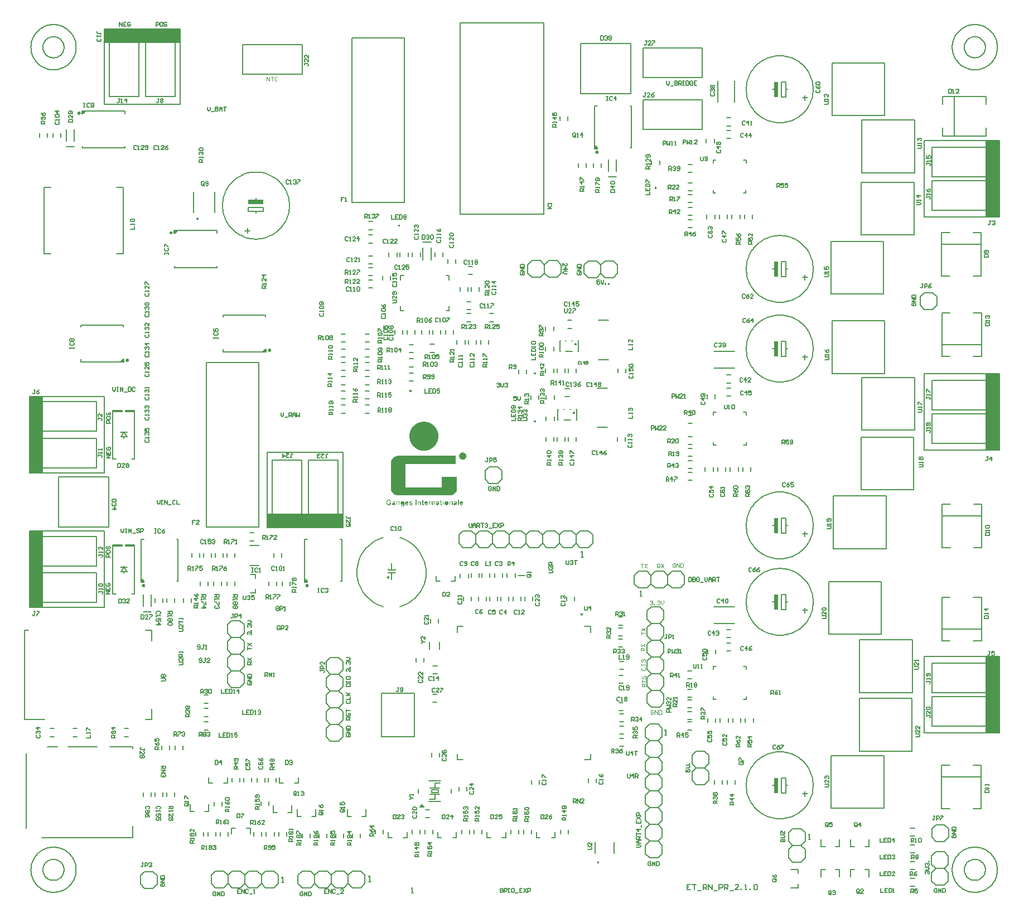
<source format=gto>
G04*
G04 #@! TF.GenerationSoftware,Altium Limited,Altium Designer,19.0.11 (319)*
G04*
G04 Layer_Color=65535*
%FSLAX25Y25*%
%MOIN*%
G70*
G01*
G75*
%ADD10C,0.00333*%
%ADD11C,0.00381*%
%ADD12C,0.00680*%
%ADD13C,0.00984*%
%ADD14C,0.00787*%
%ADD15C,0.00800*%
%ADD16C,0.00600*%
%ADD17C,0.00500*%
G36*
X133876Y531873D02*
X88286D01*
Y540141D01*
X133876D01*
Y531873D01*
D02*
G37*
G36*
X491126Y499700D02*
X488626D01*
Y508700D01*
X491126D01*
Y499700D01*
D02*
G37*
G36*
X76664Y490830D02*
X75483Y489649D01*
X75089D01*
Y491224D01*
X76664D01*
Y490830D01*
D02*
G37*
G36*
X383132Y469110D02*
Y468716D01*
X381557D01*
Y470290D01*
X381951D01*
X383132Y469110D01*
D02*
G37*
G36*
X418507Y444572D02*
X417325D01*
Y445753D01*
X418507D01*
Y444572D01*
D02*
G37*
G36*
X183581Y435700D02*
X174581D01*
Y438200D01*
X183581D01*
Y435700D01*
D02*
G37*
G36*
X623357Y428005D02*
X615089D01*
Y473595D01*
X623357D01*
Y428005D01*
D02*
G37*
G36*
X265262Y422109D02*
X264081D01*
Y423291D01*
X265262D01*
Y422109D01*
D02*
G37*
G36*
X131664Y419330D02*
X130483Y418149D01*
X130089D01*
Y419724D01*
X131664D01*
Y419330D01*
D02*
G37*
G36*
X491126Y392300D02*
X488626D01*
Y401300D01*
X491126D01*
Y392300D01*
D02*
G37*
G36*
X185065Y347176D02*
X183490D01*
Y347570D01*
X184672Y348751D01*
X185065D01*
Y347176D01*
D02*
G37*
G36*
X491126Y344700D02*
X488626D01*
Y353700D01*
X491126D01*
Y344700D01*
D02*
G37*
G36*
X100065Y341176D02*
X98491D01*
Y341570D01*
X99672Y342751D01*
X100065D01*
Y341176D01*
D02*
G37*
G36*
X346407Y333719D02*
X345225D01*
Y334900D01*
X346407D01*
Y333719D01*
D02*
G37*
G36*
X272016Y323279D02*
X270835D01*
Y324461D01*
X272016D01*
Y323279D01*
D02*
G37*
G36*
X346407Y305119D02*
X345225D01*
Y306300D01*
X346407D01*
Y305119D01*
D02*
G37*
G36*
X623357Y288705D02*
X615089D01*
Y334295D01*
X623357D01*
Y288705D01*
D02*
G37*
G36*
X280264Y305426D02*
X280900D01*
Y305335D01*
X281354D01*
Y305245D01*
X281718D01*
Y305154D01*
X282082D01*
Y305063D01*
X282354D01*
Y304972D01*
X282627D01*
Y304881D01*
X282809D01*
Y304790D01*
X282991D01*
Y304699D01*
X283172D01*
Y304608D01*
X283354D01*
Y304517D01*
X283536D01*
Y304427D01*
X283718D01*
Y304336D01*
X283900D01*
Y304245D01*
X283991D01*
Y304154D01*
X284172D01*
Y304063D01*
X284354D01*
Y303972D01*
X284445D01*
Y303881D01*
X284627D01*
Y303790D01*
X284718D01*
Y303699D01*
X284809D01*
Y303608D01*
X284899D01*
Y303518D01*
X285081D01*
Y303427D01*
X285172D01*
Y303336D01*
X285263D01*
Y303245D01*
X285354D01*
Y303154D01*
X285445D01*
Y303063D01*
X285536D01*
Y302972D01*
X285627D01*
Y302881D01*
X285718D01*
Y302790D01*
X285808D01*
Y302699D01*
X285899D01*
Y302608D01*
X285990D01*
Y302518D01*
Y302427D01*
X286081D01*
Y302336D01*
X286172D01*
Y302245D01*
X286263D01*
Y302154D01*
X286354D01*
Y302063D01*
Y301972D01*
X286445D01*
Y301881D01*
X286536D01*
Y301790D01*
Y301699D01*
X286627D01*
Y301609D01*
X286718D01*
Y301518D01*
X286808D01*
Y301427D01*
Y301336D01*
X286899D01*
Y301245D01*
X286990D01*
Y301154D01*
Y301063D01*
X287081D01*
Y300972D01*
Y300881D01*
X287172D01*
Y300790D01*
Y300700D01*
X287263D01*
Y300609D01*
Y300518D01*
X287354D01*
Y300427D01*
Y300336D01*
X287445D01*
Y300245D01*
Y300154D01*
X287536D01*
Y300063D01*
Y299972D01*
X287627D01*
Y299882D01*
Y299791D01*
Y299700D01*
X287717D01*
Y299609D01*
Y299518D01*
Y299427D01*
X287808D01*
Y299336D01*
Y299245D01*
Y299154D01*
X287899D01*
Y299063D01*
Y298973D01*
Y298882D01*
Y298791D01*
X287990D01*
Y298700D01*
Y298609D01*
Y298518D01*
Y298427D01*
Y298336D01*
Y298245D01*
Y298154D01*
Y298063D01*
X288081D01*
Y297973D01*
Y297882D01*
Y297791D01*
Y297700D01*
Y297609D01*
Y297518D01*
Y297427D01*
Y297336D01*
Y297245D01*
Y297154D01*
Y297064D01*
Y296973D01*
Y296882D01*
Y296791D01*
Y296700D01*
Y296609D01*
Y296518D01*
Y296427D01*
Y296336D01*
Y296246D01*
Y296155D01*
Y296064D01*
Y295973D01*
Y295882D01*
Y295791D01*
Y295700D01*
Y295609D01*
X287990D01*
Y295518D01*
Y295427D01*
Y295337D01*
Y295246D01*
Y295155D01*
Y295064D01*
X287899D01*
Y294973D01*
Y294882D01*
Y294791D01*
Y294700D01*
X287808D01*
Y294609D01*
Y294518D01*
Y294427D01*
X287717D01*
Y294337D01*
Y294246D01*
Y294155D01*
X287627D01*
Y294064D01*
Y293973D01*
X287536D01*
Y293882D01*
Y293791D01*
Y293700D01*
X287445D01*
Y293609D01*
Y293518D01*
X287354D01*
Y293428D01*
Y293337D01*
Y293246D01*
X287263D01*
Y293155D01*
Y293064D01*
Y292973D01*
X287172D01*
Y292882D01*
Y292791D01*
X287081D01*
Y292700D01*
Y292609D01*
X286990D01*
Y292519D01*
Y292428D01*
X286899D01*
Y292337D01*
Y292246D01*
X286808D01*
Y292155D01*
X286718D01*
Y292064D01*
Y291973D01*
X286627D01*
Y291882D01*
X286536D01*
Y291791D01*
Y291701D01*
X286445D01*
Y291610D01*
X286354D01*
Y291519D01*
X286263D01*
Y291428D01*
X286172D01*
Y291337D01*
Y291246D01*
X286081D01*
Y291155D01*
X285990D01*
Y291064D01*
X285899D01*
Y290973D01*
X285808D01*
Y290882D01*
X285718D01*
Y290792D01*
X285627D01*
Y290701D01*
X285536D01*
Y290610D01*
X285445D01*
Y290519D01*
X285354D01*
Y290428D01*
X285263D01*
Y290337D01*
X285172D01*
Y290246D01*
X285081D01*
Y290155D01*
X284990D01*
Y290064D01*
X284809D01*
Y289973D01*
X284718D01*
Y289882D01*
X284627D01*
Y289792D01*
X284445D01*
Y289701D01*
X284263D01*
Y289610D01*
X284172D01*
Y289519D01*
X283991D01*
Y289428D01*
X283900D01*
Y289337D01*
X283718D01*
Y289246D01*
X283536D01*
Y289155D01*
X283445D01*
Y289064D01*
X283263D01*
Y288973D01*
X283082D01*
Y288883D01*
X282809D01*
Y288792D01*
X282627D01*
Y288701D01*
X282354D01*
Y288610D01*
X282082D01*
Y288519D01*
X281809D01*
Y288428D01*
X281445D01*
Y288337D01*
X280900D01*
Y288246D01*
X280264D01*
Y288155D01*
X278627D01*
Y288246D01*
X277900D01*
Y288337D01*
X277446D01*
Y288428D01*
X277082D01*
Y288519D01*
X276809D01*
Y288610D01*
X276537D01*
Y288701D01*
X276264D01*
Y288792D01*
X276082D01*
Y288883D01*
X275900D01*
Y288973D01*
X275719D01*
Y289064D01*
X275446D01*
Y289155D01*
X275264D01*
Y289246D01*
X275173D01*
Y289337D01*
X274991D01*
Y289428D01*
X274810D01*
Y289519D01*
X274719D01*
Y289610D01*
X274628D01*
Y289701D01*
X274446D01*
Y289792D01*
X274355D01*
Y289882D01*
X274173D01*
Y289973D01*
X274082D01*
Y290064D01*
X273991D01*
Y290155D01*
X273810D01*
Y290246D01*
X273719D01*
Y290337D01*
X273628D01*
Y290428D01*
X273537D01*
Y290519D01*
X273446D01*
Y290610D01*
X273355D01*
Y290701D01*
X273264D01*
Y290792D01*
X273173D01*
Y290882D01*
X273082D01*
Y290973D01*
X272992D01*
Y291064D01*
X272901D01*
Y291155D01*
X272810D01*
Y291246D01*
Y291337D01*
X272719D01*
Y291428D01*
X272628D01*
Y291519D01*
X272537D01*
Y291610D01*
X272446D01*
Y291701D01*
Y291791D01*
X272355D01*
Y291882D01*
X272264D01*
Y291973D01*
Y292064D01*
X272174D01*
Y292155D01*
X272083D01*
Y292246D01*
Y292337D01*
X271992D01*
Y292428D01*
Y292519D01*
X271901D01*
Y292609D01*
X271810D01*
Y292700D01*
Y292791D01*
X271719D01*
Y292882D01*
Y292973D01*
X271628D01*
Y293064D01*
Y293155D01*
X271537D01*
Y293246D01*
Y293337D01*
Y293428D01*
X271446D01*
Y293518D01*
Y293609D01*
X271355D01*
Y293700D01*
Y293791D01*
Y293882D01*
X271265D01*
Y293973D01*
Y294064D01*
Y294155D01*
X271174D01*
Y294246D01*
Y294337D01*
Y294427D01*
Y294518D01*
X271083D01*
Y294609D01*
Y294700D01*
Y294791D01*
X270992D01*
Y294882D01*
Y294973D01*
Y295064D01*
Y295155D01*
Y295246D01*
X270901D01*
Y295337D01*
Y295427D01*
Y295518D01*
Y295609D01*
Y295700D01*
Y295791D01*
Y295882D01*
X270810D01*
Y295973D01*
Y296064D01*
Y296155D01*
Y296246D01*
Y296336D01*
Y296427D01*
Y296518D01*
Y296609D01*
Y296700D01*
Y296791D01*
Y296882D01*
Y296973D01*
Y297064D01*
Y297154D01*
Y297245D01*
Y297336D01*
Y297427D01*
Y297518D01*
Y297609D01*
Y297700D01*
Y297791D01*
Y297882D01*
X270901D01*
Y297973D01*
Y298063D01*
Y298154D01*
Y298245D01*
Y298336D01*
Y298427D01*
X270992D01*
Y298518D01*
Y298609D01*
Y298700D01*
Y298791D01*
X271083D01*
Y298882D01*
Y298973D01*
Y299063D01*
Y299154D01*
X271174D01*
Y299245D01*
Y299336D01*
Y299427D01*
Y299518D01*
X271265D01*
Y299609D01*
Y299700D01*
Y299791D01*
X271355D01*
Y299882D01*
Y299972D01*
Y300063D01*
X271446D01*
Y300154D01*
Y300245D01*
X271537D01*
Y300336D01*
Y300427D01*
X271628D01*
Y300518D01*
Y300609D01*
Y300700D01*
X271719D01*
Y300790D01*
Y300881D01*
X271810D01*
Y300972D01*
X271901D01*
Y301063D01*
Y301154D01*
X271992D01*
Y301245D01*
Y301336D01*
X272083D01*
Y301427D01*
Y301518D01*
X272174D01*
Y301609D01*
X272264D01*
Y301699D01*
Y301790D01*
X272355D01*
Y301881D01*
X272446D01*
Y301972D01*
X272537D01*
Y302063D01*
Y302154D01*
X272628D01*
Y302245D01*
X272719D01*
Y302336D01*
X272810D01*
Y302427D01*
X272901D01*
Y302518D01*
Y302608D01*
X272992D01*
Y302699D01*
X273082D01*
Y302790D01*
X273173D01*
Y302881D01*
X273264D01*
Y302972D01*
X273355D01*
Y303063D01*
X273446D01*
Y303154D01*
X273537D01*
Y303245D01*
X273628D01*
Y303336D01*
X273810D01*
Y303427D01*
X273901D01*
Y303518D01*
X273991D01*
Y303608D01*
X274082D01*
Y303699D01*
X274173D01*
Y303790D01*
X274355D01*
Y303881D01*
X274446D01*
Y303972D01*
X274628D01*
Y304063D01*
X274719D01*
Y304154D01*
X274901D01*
Y304245D01*
X274991D01*
Y304336D01*
X275173D01*
Y304427D01*
X275355D01*
Y304517D01*
X275537D01*
Y304608D01*
X275719D01*
Y304699D01*
X275900D01*
Y304790D01*
X276082D01*
Y304881D01*
X276355D01*
Y304972D01*
X276718D01*
Y305063D01*
X276991D01*
Y305154D01*
X277355D01*
Y305245D01*
X277718D01*
Y305335D01*
X278082D01*
Y305426D01*
X278627D01*
Y305517D01*
X280264D01*
Y305426D01*
D02*
G37*
G36*
X303261Y286974D02*
X303534D01*
Y286883D01*
X303716D01*
Y286792D01*
X303898D01*
Y286701D01*
X303989D01*
Y286610D01*
X304079D01*
Y286519D01*
X304170D01*
Y286428D01*
X304261D01*
Y286337D01*
X304352D01*
Y286246D01*
X304443D01*
Y286156D01*
X304534D01*
Y286065D01*
Y285974D01*
X304625D01*
Y285883D01*
Y285792D01*
X304716D01*
Y285701D01*
Y285610D01*
X304807D01*
Y285519D01*
Y285428D01*
Y285337D01*
Y285247D01*
Y285156D01*
X304897D01*
Y285065D01*
Y284974D01*
Y284883D01*
Y284792D01*
Y284701D01*
X304807D01*
Y284610D01*
Y284519D01*
Y284428D01*
Y284338D01*
Y284247D01*
X304716D01*
Y284156D01*
Y284065D01*
X304625D01*
Y283974D01*
Y283883D01*
X304534D01*
Y283792D01*
Y283701D01*
X304443D01*
Y283610D01*
X304352D01*
Y283520D01*
Y283429D01*
X304261D01*
Y283338D01*
X304170D01*
Y283247D01*
X303989D01*
Y283156D01*
X303898D01*
Y283065D01*
X303716D01*
Y282974D01*
X303534D01*
Y282883D01*
X303261D01*
Y282792D01*
X302080D01*
Y282883D01*
X301898D01*
Y282974D01*
X301625D01*
Y283065D01*
X301534D01*
Y283156D01*
X301352D01*
Y283247D01*
X301261D01*
Y283338D01*
X301171D01*
Y283429D01*
X301080D01*
Y283520D01*
X300989D01*
Y283610D01*
X300898D01*
Y283701D01*
Y283792D01*
X300807D01*
Y283883D01*
Y283974D01*
X300716D01*
Y284065D01*
Y284156D01*
X300625D01*
Y284247D01*
Y284338D01*
Y284428D01*
X300534D01*
Y284519D01*
Y284610D01*
Y284701D01*
Y284792D01*
Y284883D01*
Y284974D01*
Y285065D01*
Y285156D01*
Y285247D01*
Y285337D01*
Y285428D01*
X300625D01*
Y285519D01*
Y285610D01*
Y285701D01*
X300716D01*
Y285792D01*
Y285883D01*
X300807D01*
Y285974D01*
Y286065D01*
X300898D01*
Y286156D01*
Y286246D01*
X300989D01*
Y286337D01*
X301080D01*
Y286428D01*
X301171D01*
Y286519D01*
X301261D01*
Y286610D01*
X301352D01*
Y286701D01*
X301534D01*
Y286792D01*
X301716D01*
Y286883D01*
X301898D01*
Y286974D01*
X302170D01*
Y287065D01*
X303261D01*
Y286974D01*
D02*
G37*
G36*
X51908Y274905D02*
X43640D01*
Y320495D01*
X51908D01*
Y274905D01*
D02*
G37*
G36*
X298534Y284974D02*
Y284883D01*
Y284792D01*
Y284701D01*
Y284610D01*
Y284519D01*
Y284428D01*
Y284338D01*
Y284247D01*
Y284156D01*
Y284065D01*
Y283974D01*
Y283883D01*
Y283792D01*
Y283701D01*
Y283610D01*
Y283520D01*
Y283429D01*
Y283338D01*
Y283247D01*
Y283156D01*
Y283065D01*
Y282974D01*
Y282883D01*
Y282792D01*
Y282701D01*
Y282611D01*
Y282520D01*
Y282429D01*
Y282338D01*
Y282247D01*
Y282156D01*
Y282065D01*
Y281974D01*
Y281883D01*
Y281792D01*
Y281701D01*
Y281611D01*
Y281520D01*
Y281429D01*
Y281338D01*
Y281247D01*
Y281156D01*
Y281065D01*
Y280974D01*
Y280883D01*
Y280792D01*
Y280702D01*
Y280611D01*
Y280520D01*
Y280429D01*
Y280338D01*
Y280247D01*
X268447D01*
Y280156D01*
Y280065D01*
Y279974D01*
Y279884D01*
Y279793D01*
Y279702D01*
Y279611D01*
Y279520D01*
Y279429D01*
Y279338D01*
Y279247D01*
Y279156D01*
Y279065D01*
Y278975D01*
Y278884D01*
Y278793D01*
Y278702D01*
Y278611D01*
Y278520D01*
Y278429D01*
Y278338D01*
Y278247D01*
Y278156D01*
Y278065D01*
Y277975D01*
Y277884D01*
Y277793D01*
Y277702D01*
Y277611D01*
Y277520D01*
Y277429D01*
Y277338D01*
Y277247D01*
Y277156D01*
Y277066D01*
Y276975D01*
Y276884D01*
Y276793D01*
Y276702D01*
Y276611D01*
Y276520D01*
Y276429D01*
Y276338D01*
Y276247D01*
Y276157D01*
Y276066D01*
Y275975D01*
Y275884D01*
Y275793D01*
Y275702D01*
Y275611D01*
Y275520D01*
Y275429D01*
Y275339D01*
Y275248D01*
Y275157D01*
Y275066D01*
Y274975D01*
Y274884D01*
Y274793D01*
Y274702D01*
Y274611D01*
Y274520D01*
Y274430D01*
Y274339D01*
Y274248D01*
Y274157D01*
Y274066D01*
Y273975D01*
Y273884D01*
Y273793D01*
Y273702D01*
Y273611D01*
Y273520D01*
Y273430D01*
Y273339D01*
Y273248D01*
Y273157D01*
Y273066D01*
Y272975D01*
Y272884D01*
Y272793D01*
Y272702D01*
Y272611D01*
Y272521D01*
Y272430D01*
Y272339D01*
Y272248D01*
Y272157D01*
Y272066D01*
Y271975D01*
Y271884D01*
Y271793D01*
Y271703D01*
Y271612D01*
Y271521D01*
Y271430D01*
Y271339D01*
Y271248D01*
Y271157D01*
Y271066D01*
Y270975D01*
Y270884D01*
Y270794D01*
Y270703D01*
Y270612D01*
Y270521D01*
Y270430D01*
Y270339D01*
Y270248D01*
Y270157D01*
Y270066D01*
Y269975D01*
Y269884D01*
Y269794D01*
Y269703D01*
Y269612D01*
Y269521D01*
Y269430D01*
Y269339D01*
Y269248D01*
Y269157D01*
Y269066D01*
Y268975D01*
Y268884D01*
Y268794D01*
Y268703D01*
Y268612D01*
Y268521D01*
Y268430D01*
Y268339D01*
Y268248D01*
Y268157D01*
Y268066D01*
Y267976D01*
Y267885D01*
Y267794D01*
Y267703D01*
Y267612D01*
Y267521D01*
Y267430D01*
Y267339D01*
Y267248D01*
Y267158D01*
Y267067D01*
Y266976D01*
Y266885D01*
Y266794D01*
Y266703D01*
Y266612D01*
Y266521D01*
Y266430D01*
Y266339D01*
X274719D01*
Y266249D01*
X290172D01*
Y266339D01*
Y266430D01*
Y266521D01*
Y266612D01*
Y266703D01*
Y266794D01*
Y266885D01*
Y266976D01*
Y267067D01*
Y267158D01*
Y267248D01*
Y267339D01*
Y267430D01*
Y267521D01*
Y267612D01*
Y267703D01*
Y267794D01*
Y267885D01*
Y267976D01*
Y268066D01*
Y268157D01*
Y268248D01*
Y268339D01*
Y268430D01*
Y268521D01*
Y268612D01*
Y268703D01*
Y268794D01*
Y268884D01*
Y268975D01*
Y269066D01*
Y269157D01*
Y269248D01*
Y269339D01*
Y269430D01*
Y269521D01*
Y269612D01*
Y269703D01*
Y269794D01*
Y269884D01*
Y269975D01*
Y270066D01*
Y270157D01*
Y270248D01*
Y270339D01*
Y270430D01*
Y270521D01*
Y270612D01*
Y270703D01*
Y270794D01*
Y270884D01*
Y270975D01*
Y271066D01*
Y271157D01*
Y271248D01*
Y271339D01*
Y271430D01*
Y271521D01*
Y271612D01*
Y271703D01*
Y271793D01*
Y271884D01*
Y271975D01*
Y272066D01*
Y272157D01*
Y272248D01*
Y272339D01*
Y272430D01*
Y272521D01*
Y272611D01*
X299262D01*
Y272521D01*
Y272430D01*
Y272339D01*
Y272248D01*
Y272157D01*
Y272066D01*
Y271975D01*
Y271884D01*
Y271793D01*
Y271703D01*
Y271612D01*
Y271521D01*
Y271430D01*
Y271339D01*
Y271248D01*
Y271157D01*
Y271066D01*
Y270975D01*
Y270884D01*
Y270794D01*
Y270703D01*
Y270612D01*
Y270521D01*
Y270430D01*
Y270339D01*
Y270248D01*
Y270157D01*
Y270066D01*
Y269975D01*
Y269884D01*
Y269794D01*
Y269703D01*
Y269612D01*
Y269521D01*
Y269430D01*
Y269339D01*
Y269248D01*
Y269157D01*
Y269066D01*
Y268975D01*
Y268884D01*
Y268794D01*
Y268703D01*
Y268612D01*
Y268521D01*
Y268430D01*
Y268339D01*
Y268248D01*
Y268157D01*
Y268066D01*
Y267976D01*
Y267885D01*
Y267794D01*
Y267703D01*
Y267612D01*
Y267521D01*
Y267430D01*
Y267339D01*
Y267248D01*
Y267158D01*
Y267067D01*
Y266976D01*
Y266885D01*
Y266794D01*
Y266703D01*
Y266612D01*
Y266521D01*
Y266430D01*
Y266339D01*
Y266249D01*
Y266158D01*
Y266067D01*
Y265976D01*
Y265885D01*
Y265794D01*
Y265703D01*
Y265612D01*
Y265521D01*
Y265430D01*
Y265339D01*
Y265249D01*
Y265158D01*
Y265067D01*
X299171D01*
Y264976D01*
Y264885D01*
Y264794D01*
Y264703D01*
Y264612D01*
X299080D01*
Y264521D01*
Y264430D01*
Y264340D01*
Y264249D01*
X298989D01*
Y264158D01*
Y264067D01*
Y263976D01*
X298898D01*
Y263885D01*
Y263794D01*
X298807D01*
Y263703D01*
X298716D01*
Y263612D01*
Y263522D01*
X298625D01*
Y263430D01*
Y263340D01*
X298534D01*
Y263249D01*
X298444D01*
Y263158D01*
X298353D01*
Y263067D01*
X298262D01*
Y262976D01*
X298171D01*
Y262885D01*
X298080D01*
Y262794D01*
X297989D01*
Y262703D01*
X297898D01*
Y262612D01*
X297807D01*
Y262522D01*
X297716D01*
Y262431D01*
X297535D01*
Y262340D01*
X297444D01*
Y262249D01*
X297262D01*
Y262158D01*
X297171D01*
Y262067D01*
X296989D01*
Y261976D01*
X296807D01*
Y261885D01*
X296626D01*
Y261794D01*
X296353D01*
Y261703D01*
X296080D01*
Y261613D01*
X295717D01*
Y261522D01*
X294899D01*
Y261431D01*
X264356D01*
Y261522D01*
X263356D01*
Y261613D01*
X262902D01*
Y261703D01*
X262629D01*
Y261794D01*
X262356D01*
Y261885D01*
X262084D01*
Y261976D01*
X261902D01*
Y262067D01*
X261811D01*
Y262158D01*
X261629D01*
Y262249D01*
X261538D01*
Y262340D01*
X261447D01*
Y262431D01*
X261265D01*
Y262522D01*
X261175D01*
Y262612D01*
X261084D01*
Y262703D01*
X260993D01*
Y262794D01*
X260902D01*
Y262885D01*
X260811D01*
Y262976D01*
X260720D01*
Y263067D01*
X260629D01*
Y263158D01*
X260538D01*
Y263249D01*
Y263340D01*
X260447D01*
Y263430D01*
X260356D01*
Y263522D01*
Y263612D01*
X260265D01*
Y263703D01*
Y263794D01*
X260175D01*
Y263885D01*
Y263976D01*
X260084D01*
Y264067D01*
Y264158D01*
X259993D01*
Y264249D01*
Y264340D01*
X259902D01*
Y264430D01*
Y264521D01*
Y264612D01*
X259811D01*
Y264703D01*
Y264794D01*
Y264885D01*
Y264976D01*
X259720D01*
Y265067D01*
Y265158D01*
Y265249D01*
Y265339D01*
Y265430D01*
Y265521D01*
Y265612D01*
Y265703D01*
Y265794D01*
X259629D01*
Y265885D01*
Y265976D01*
Y266067D01*
Y266158D01*
Y266249D01*
Y266339D01*
Y266430D01*
Y266521D01*
Y266612D01*
Y266703D01*
Y266794D01*
Y266885D01*
Y266976D01*
Y267067D01*
Y267158D01*
Y267248D01*
Y267339D01*
Y267430D01*
Y267521D01*
Y267612D01*
Y267703D01*
Y267794D01*
Y267885D01*
Y267976D01*
Y268066D01*
Y268157D01*
Y268248D01*
Y268339D01*
Y268430D01*
Y268521D01*
Y268612D01*
Y268703D01*
Y268794D01*
Y268884D01*
Y268975D01*
Y269066D01*
Y269157D01*
Y269248D01*
Y269339D01*
Y269430D01*
Y269521D01*
Y269612D01*
Y269703D01*
Y269794D01*
Y269884D01*
Y269975D01*
Y270066D01*
Y270157D01*
Y270248D01*
Y270339D01*
Y270430D01*
Y270521D01*
Y270612D01*
Y270703D01*
Y270794D01*
Y270884D01*
Y270975D01*
Y271066D01*
Y271157D01*
Y271248D01*
Y271339D01*
Y271430D01*
Y271521D01*
Y271612D01*
Y271703D01*
Y271793D01*
Y271884D01*
Y271975D01*
Y272066D01*
Y272157D01*
Y272248D01*
Y272339D01*
Y272430D01*
Y272521D01*
Y272611D01*
Y272702D01*
Y272793D01*
Y272884D01*
Y272975D01*
Y273066D01*
Y273157D01*
Y273248D01*
Y273339D01*
Y273430D01*
Y273520D01*
Y273611D01*
Y273702D01*
Y273793D01*
Y273884D01*
Y273975D01*
Y274066D01*
Y274157D01*
Y274248D01*
Y274339D01*
Y274430D01*
Y274520D01*
Y274611D01*
Y274702D01*
Y274793D01*
Y274884D01*
Y274975D01*
Y275066D01*
Y275157D01*
Y275248D01*
Y275339D01*
Y275429D01*
Y275520D01*
Y275611D01*
Y275702D01*
Y275793D01*
Y275884D01*
Y275975D01*
Y276066D01*
Y276157D01*
Y276247D01*
Y276338D01*
Y276429D01*
Y276520D01*
Y276611D01*
Y276702D01*
Y276793D01*
Y276884D01*
Y276975D01*
Y277066D01*
Y277156D01*
Y277247D01*
Y277338D01*
Y277429D01*
Y277520D01*
Y277611D01*
Y277702D01*
Y277793D01*
Y277884D01*
Y277975D01*
Y278065D01*
Y278156D01*
Y278247D01*
Y278338D01*
Y278429D01*
Y278520D01*
Y278611D01*
Y278702D01*
Y278793D01*
Y278884D01*
Y278975D01*
Y279065D01*
Y279156D01*
Y279247D01*
Y279338D01*
Y279429D01*
Y279520D01*
Y279611D01*
Y279702D01*
Y279793D01*
Y279884D01*
Y279974D01*
Y280065D01*
Y280156D01*
X259720D01*
Y280247D01*
Y280338D01*
Y280429D01*
Y280520D01*
Y280611D01*
Y280702D01*
Y280792D01*
Y280883D01*
Y280974D01*
Y281065D01*
Y281156D01*
Y281247D01*
Y281338D01*
Y281429D01*
X259811D01*
Y281520D01*
Y281611D01*
Y281701D01*
Y281792D01*
Y281883D01*
Y281974D01*
X259902D01*
Y282065D01*
Y282156D01*
X259993D01*
Y282247D01*
Y282338D01*
X260084D01*
Y282429D01*
Y282520D01*
Y282611D01*
X260175D01*
Y282701D01*
Y282792D01*
X260265D01*
Y282883D01*
Y282974D01*
X260356D01*
Y283065D01*
X260447D01*
Y283156D01*
Y283247D01*
X260538D01*
Y283338D01*
X260629D01*
Y283429D01*
X260720D01*
Y283520D01*
X260811D01*
Y283610D01*
X260902D01*
Y283701D01*
X260993D01*
Y283792D01*
X261084D01*
Y283883D01*
X261175D01*
Y283974D01*
X261265D01*
Y284065D01*
X261356D01*
Y284156D01*
X261447D01*
Y284247D01*
X261629D01*
Y284338D01*
X261720D01*
Y284428D01*
X261902D01*
Y284519D01*
X262084D01*
Y284610D01*
X262265D01*
Y284701D01*
X262447D01*
Y284792D01*
X262629D01*
Y284883D01*
X262993D01*
Y284974D01*
X263447D01*
Y285065D01*
X298534D01*
Y284974D01*
D02*
G37*
G36*
X259084Y258704D02*
X259266D01*
Y258613D01*
X259447D01*
Y258522D01*
X259538D01*
Y258431D01*
Y258340D01*
X259629D01*
Y258249D01*
Y258158D01*
X259720D01*
Y258067D01*
Y257977D01*
X259175D01*
Y258067D01*
Y258158D01*
X259084D01*
Y258249D01*
X258902D01*
Y258340D01*
X258720D01*
Y258431D01*
X258175D01*
Y258340D01*
X257993D01*
Y258249D01*
X257811D01*
Y258158D01*
X257720D01*
Y258067D01*
Y257977D01*
X257629D01*
Y257886D01*
X257539D01*
Y257795D01*
Y257704D01*
Y257613D01*
Y257522D01*
Y257431D01*
Y257340D01*
Y257249D01*
Y257158D01*
Y257068D01*
Y256977D01*
Y256886D01*
Y256795D01*
Y256704D01*
X257629D01*
Y256613D01*
Y256522D01*
X257720D01*
Y256431D01*
X257811D01*
Y256340D01*
X257902D01*
Y256249D01*
X257993D01*
Y256158D01*
X258266D01*
Y256068D01*
X258629D01*
Y256158D01*
X258902D01*
Y256249D01*
X259084D01*
Y256340D01*
X259266D01*
Y256431D01*
Y256522D01*
Y256613D01*
Y256704D01*
Y256795D01*
Y256886D01*
X258538D01*
Y256977D01*
Y257068D01*
Y257158D01*
Y257249D01*
Y257340D01*
X259811D01*
Y257249D01*
Y257158D01*
Y257068D01*
Y256977D01*
Y256886D01*
Y256795D01*
Y256704D01*
Y256613D01*
Y256522D01*
Y256431D01*
Y256340D01*
Y256249D01*
Y256158D01*
Y256068D01*
X259629D01*
Y255977D01*
X259447D01*
Y255886D01*
X259266D01*
Y255795D01*
X258993D01*
Y255704D01*
X257993D01*
Y255795D01*
X257720D01*
Y255886D01*
X257629D01*
Y255977D01*
X257448D01*
Y256068D01*
X257357D01*
Y256158D01*
X257266D01*
Y256249D01*
Y256340D01*
X257175D01*
Y256431D01*
Y256522D01*
X257084D01*
Y256613D01*
Y256704D01*
Y256795D01*
X256993D01*
Y256886D01*
Y256977D01*
Y257068D01*
Y257158D01*
Y257249D01*
Y257340D01*
Y257431D01*
Y257522D01*
Y257613D01*
Y257704D01*
Y257795D01*
X257084D01*
Y257886D01*
Y257977D01*
Y258067D01*
X257175D01*
Y258158D01*
Y258249D01*
X257266D01*
Y258340D01*
X257357D01*
Y258431D01*
X257448D01*
Y258522D01*
X257539D01*
Y258613D01*
X257720D01*
Y258704D01*
X257902D01*
Y258795D01*
X259084D01*
Y258704D01*
D02*
G37*
G36*
X296171Y257886D02*
X296353D01*
Y257795D01*
X296444D01*
Y257704D01*
X296535D01*
Y257613D01*
X296626D01*
Y257522D01*
Y257431D01*
Y257340D01*
Y257249D01*
Y257158D01*
Y257068D01*
Y256977D01*
Y256886D01*
Y256795D01*
Y256704D01*
Y256613D01*
Y256522D01*
Y256431D01*
Y256340D01*
Y256249D01*
Y256158D01*
Y256068D01*
Y255977D01*
Y255886D01*
Y255795D01*
Y255704D01*
X296535D01*
Y255795D01*
X296262D01*
Y255704D01*
X296171D01*
Y255795D01*
Y255886D01*
Y255977D01*
Y256068D01*
Y256158D01*
Y256249D01*
Y256340D01*
Y256431D01*
Y256522D01*
Y256613D01*
Y256704D01*
Y256795D01*
Y256886D01*
Y256977D01*
Y257068D01*
Y257158D01*
Y257249D01*
Y257340D01*
Y257431D01*
X296080D01*
Y257522D01*
X295989D01*
Y257613D01*
X295444D01*
Y257522D01*
X295353D01*
Y257431D01*
X295262D01*
Y257340D01*
X295171D01*
Y257249D01*
Y257158D01*
Y257068D01*
Y256977D01*
Y256886D01*
Y256795D01*
Y256704D01*
Y256613D01*
Y256522D01*
Y256431D01*
Y256340D01*
Y256249D01*
Y256158D01*
Y256068D01*
Y255977D01*
Y255886D01*
Y255795D01*
Y255704D01*
X295080D01*
Y255795D01*
X294717D01*
Y255886D01*
Y255977D01*
Y256068D01*
Y256158D01*
Y256249D01*
Y256340D01*
Y256431D01*
Y256522D01*
Y256613D01*
Y256704D01*
Y256795D01*
Y256886D01*
Y256977D01*
Y257068D01*
Y257158D01*
Y257249D01*
Y257340D01*
Y257431D01*
Y257522D01*
Y257613D01*
Y257704D01*
Y257795D01*
Y257886D01*
X295080D01*
Y257795D01*
Y257704D01*
Y257613D01*
X295262D01*
Y257704D01*
X295353D01*
Y257795D01*
X295535D01*
Y257886D01*
X295717D01*
Y257977D01*
X296171D01*
Y257886D01*
D02*
G37*
G36*
X285536D02*
X285808D01*
Y257795D01*
X285899D01*
Y257704D01*
X285990D01*
Y257613D01*
Y257522D01*
X286081D01*
Y257431D01*
Y257340D01*
Y257249D01*
Y257158D01*
Y257068D01*
Y256977D01*
Y256886D01*
Y256795D01*
Y256704D01*
Y256613D01*
Y256522D01*
Y256431D01*
Y256340D01*
Y256249D01*
Y256158D01*
Y256068D01*
Y255977D01*
Y255886D01*
Y255795D01*
Y255704D01*
X285990D01*
Y255795D01*
X285718D01*
Y255704D01*
X285627D01*
Y255795D01*
Y255886D01*
Y255977D01*
Y256068D01*
Y256158D01*
Y256249D01*
Y256340D01*
Y256431D01*
Y256522D01*
Y256613D01*
Y256704D01*
Y256795D01*
Y256886D01*
Y256977D01*
Y257068D01*
Y257158D01*
Y257249D01*
Y257340D01*
X285536D01*
Y257431D01*
X285445D01*
Y257522D01*
X285354D01*
Y257613D01*
X284899D01*
Y257522D01*
X284809D01*
Y257431D01*
X284718D01*
Y257340D01*
X284627D01*
Y257249D01*
Y257158D01*
Y257068D01*
Y256977D01*
Y256886D01*
Y256795D01*
Y256704D01*
Y256613D01*
Y256522D01*
Y256431D01*
Y256340D01*
Y256249D01*
Y256158D01*
Y256068D01*
Y255977D01*
Y255886D01*
Y255795D01*
Y255704D01*
X284536D01*
Y255795D01*
X284172D01*
Y255704D01*
X284081D01*
Y255795D01*
Y255886D01*
Y255977D01*
Y256068D01*
Y256158D01*
Y256249D01*
Y256340D01*
Y256431D01*
Y256522D01*
Y256613D01*
Y256704D01*
Y256795D01*
Y256886D01*
Y256977D01*
Y257068D01*
Y257158D01*
Y257249D01*
Y257340D01*
Y257431D01*
Y257522D01*
Y257613D01*
Y257704D01*
Y257795D01*
Y257886D01*
X284536D01*
Y257795D01*
Y257704D01*
Y257613D01*
X284718D01*
Y257704D01*
X284809D01*
Y257795D01*
X284899D01*
Y257886D01*
X285172D01*
Y257977D01*
X285536D01*
Y257886D01*
D02*
G37*
G36*
X283536D02*
X283718D01*
Y257795D01*
X283627D01*
Y257704D01*
Y257613D01*
Y257522D01*
X283082D01*
Y257431D01*
X282991D01*
Y257340D01*
X282900D01*
Y257249D01*
Y257158D01*
Y257068D01*
Y256977D01*
X282809D01*
Y256886D01*
Y256795D01*
Y256704D01*
Y256613D01*
Y256522D01*
Y256431D01*
Y256340D01*
Y256249D01*
Y256158D01*
Y256068D01*
Y255977D01*
Y255886D01*
Y255795D01*
X282445D01*
Y255704D01*
X282354D01*
Y255795D01*
Y255886D01*
Y255977D01*
Y256068D01*
Y256158D01*
Y256249D01*
Y256340D01*
Y256431D01*
Y256522D01*
Y256613D01*
Y256704D01*
Y256795D01*
Y256886D01*
Y256977D01*
Y257068D01*
Y257158D01*
Y257249D01*
Y257340D01*
Y257431D01*
Y257522D01*
Y257613D01*
Y257704D01*
Y257795D01*
Y257886D01*
X282809D01*
Y257795D01*
Y257704D01*
Y257613D01*
X282991D01*
Y257704D01*
Y257795D01*
X283082D01*
Y257886D01*
X283263D01*
Y257977D01*
X283536D01*
Y257886D01*
D02*
G37*
G36*
X277173D02*
X277446D01*
Y257795D01*
X277537D01*
Y257704D01*
X277627D01*
Y257613D01*
Y257522D01*
X277718D01*
Y257431D01*
Y257340D01*
Y257249D01*
Y257158D01*
Y257068D01*
Y256977D01*
Y256886D01*
Y256795D01*
Y256704D01*
Y256613D01*
Y256522D01*
Y256431D01*
Y256340D01*
Y256249D01*
Y256158D01*
Y256068D01*
Y255977D01*
Y255886D01*
Y255795D01*
Y255704D01*
X277627D01*
Y255795D01*
X277355D01*
Y255704D01*
X277264D01*
Y255795D01*
Y255886D01*
Y255977D01*
Y256068D01*
Y256158D01*
Y256249D01*
Y256340D01*
Y256431D01*
Y256522D01*
Y256613D01*
Y256704D01*
Y256795D01*
Y256886D01*
Y256977D01*
Y257068D01*
Y257158D01*
Y257249D01*
Y257340D01*
X277173D01*
Y257431D01*
Y257522D01*
X276991D01*
Y257613D01*
X276537D01*
Y257522D01*
X276446D01*
Y257431D01*
X276355D01*
Y257340D01*
X276264D01*
Y257249D01*
Y257158D01*
Y257068D01*
Y256977D01*
Y256886D01*
X276173D01*
Y256795D01*
Y256704D01*
Y256613D01*
Y256522D01*
Y256431D01*
Y256340D01*
Y256249D01*
Y256158D01*
Y256068D01*
Y255977D01*
Y255886D01*
X276264D01*
Y255795D01*
Y255704D01*
X276173D01*
Y255795D01*
X275810D01*
Y255704D01*
X275719D01*
Y255795D01*
Y255886D01*
Y255977D01*
Y256068D01*
Y256158D01*
Y256249D01*
Y256340D01*
Y256431D01*
Y256522D01*
Y256613D01*
Y256704D01*
Y256795D01*
Y256886D01*
Y256977D01*
Y257068D01*
Y257158D01*
Y257249D01*
Y257340D01*
Y257431D01*
Y257522D01*
Y257613D01*
Y257704D01*
Y257795D01*
Y257886D01*
X276173D01*
Y257795D01*
Y257704D01*
Y257613D01*
X276355D01*
Y257704D01*
X276446D01*
Y257795D01*
X276537D01*
Y257886D01*
X276809D01*
Y257977D01*
X277173D01*
Y257886D01*
D02*
G37*
G36*
X264447D02*
X264629D01*
Y257795D01*
X264811D01*
Y257704D01*
Y257613D01*
X264901D01*
Y257522D01*
Y257431D01*
Y257340D01*
Y257249D01*
Y257158D01*
Y257068D01*
Y256977D01*
Y256886D01*
Y256795D01*
Y256704D01*
Y256613D01*
Y256522D01*
Y256431D01*
Y256340D01*
Y256249D01*
Y256158D01*
Y256068D01*
Y255977D01*
Y255886D01*
Y255795D01*
X264538D01*
Y255704D01*
X264447D01*
Y255795D01*
Y255886D01*
Y255977D01*
Y256068D01*
Y256158D01*
Y256249D01*
Y256340D01*
Y256431D01*
Y256522D01*
Y256613D01*
Y256704D01*
Y256795D01*
Y256886D01*
Y256977D01*
Y257068D01*
Y257158D01*
Y257249D01*
Y257340D01*
Y257431D01*
X264356D01*
Y257522D01*
X264265D01*
Y257613D01*
X263811D01*
Y257522D01*
X263629D01*
Y257431D01*
X263538D01*
Y257340D01*
Y257249D01*
X263447D01*
Y257158D01*
Y257068D01*
Y256977D01*
Y256886D01*
Y256795D01*
Y256704D01*
Y256613D01*
Y256522D01*
Y256431D01*
Y256340D01*
Y256249D01*
Y256158D01*
Y256068D01*
Y255977D01*
Y255886D01*
Y255795D01*
Y255704D01*
X263356D01*
Y255795D01*
X262993D01*
Y255886D01*
Y255977D01*
Y256068D01*
Y256158D01*
Y256249D01*
Y256340D01*
Y256431D01*
Y256522D01*
Y256613D01*
Y256704D01*
Y256795D01*
Y256886D01*
Y256977D01*
Y257068D01*
Y257158D01*
Y257249D01*
Y257340D01*
Y257431D01*
Y257522D01*
Y257613D01*
Y257704D01*
Y257795D01*
Y257886D01*
X263447D01*
Y257795D01*
X263356D01*
Y257704D01*
Y257613D01*
X263538D01*
Y257704D01*
X263629D01*
Y257795D01*
X263811D01*
Y257886D01*
X264083D01*
Y257977D01*
X264447D01*
Y257886D01*
D02*
G37*
G36*
X271901D02*
X272264D01*
Y257795D01*
X272355D01*
Y257704D01*
X272446D01*
Y257613D01*
X272537D01*
Y257522D01*
Y257431D01*
X272174D01*
Y257340D01*
X272083D01*
Y257431D01*
Y257522D01*
X271901D01*
Y257613D01*
X271265D01*
Y257522D01*
X271174D01*
Y257431D01*
Y257340D01*
Y257249D01*
X271265D01*
Y257158D01*
X271537D01*
Y257068D01*
X271901D01*
Y256977D01*
X272174D01*
Y256886D01*
X272446D01*
Y256795D01*
X272537D01*
Y256704D01*
Y256613D01*
X272628D01*
Y256522D01*
Y256431D01*
Y256340D01*
Y256249D01*
Y256158D01*
Y256068D01*
X272537D01*
Y255977D01*
X272446D01*
Y255886D01*
X272355D01*
Y255795D01*
X272174D01*
Y255704D01*
X271174D01*
Y255795D01*
X270992D01*
Y255886D01*
X270901D01*
Y255977D01*
X270810D01*
Y256068D01*
X270719D01*
Y256158D01*
X270628D01*
Y256249D01*
X270810D01*
Y256340D01*
X271174D01*
Y256249D01*
Y256158D01*
X271265D01*
Y256068D01*
X271446D01*
Y255977D01*
X271901D01*
Y256068D01*
X272083D01*
Y256158D01*
X272174D01*
Y256249D01*
Y256340D01*
Y256431D01*
X272083D01*
Y256522D01*
X271810D01*
Y256613D01*
X271537D01*
Y256704D01*
X271174D01*
Y256795D01*
X270992D01*
Y256886D01*
X270810D01*
Y256977D01*
Y257068D01*
X270719D01*
Y257158D01*
Y257249D01*
Y257340D01*
Y257431D01*
Y257522D01*
Y257613D01*
X270810D01*
Y257704D01*
X270901D01*
Y257795D01*
X270992D01*
Y257886D01*
X271355D01*
Y257977D01*
X271901D01*
Y257886D01*
D02*
G37*
G36*
X302080D02*
X302352D01*
Y257795D01*
X302534D01*
Y257704D01*
X302625D01*
Y257613D01*
X302716D01*
Y257522D01*
Y257431D01*
X302807D01*
Y257340D01*
Y257249D01*
X302898D01*
Y257158D01*
Y257068D01*
Y256977D01*
Y256886D01*
Y256795D01*
Y256704D01*
X301352D01*
Y256613D01*
Y256522D01*
Y256431D01*
X301443D01*
Y256340D01*
Y256249D01*
X301534D01*
Y256158D01*
X301625D01*
Y256068D01*
X301807D01*
Y255977D01*
X302080D01*
Y256068D01*
X302261D01*
Y256158D01*
X302352D01*
Y256249D01*
Y256340D01*
X302625D01*
Y256249D01*
X302898D01*
Y256158D01*
X302807D01*
Y256068D01*
X302716D01*
Y255977D01*
X302625D01*
Y255886D01*
X302534D01*
Y255795D01*
X302352D01*
Y255704D01*
X301534D01*
Y255795D01*
X301352D01*
Y255886D01*
X301261D01*
Y255977D01*
X301171D01*
Y256068D01*
X301080D01*
Y256158D01*
X300989D01*
Y256249D01*
Y256340D01*
Y256431D01*
X300898D01*
Y256522D01*
Y256613D01*
Y256704D01*
Y256795D01*
Y256886D01*
Y256977D01*
Y257068D01*
Y257158D01*
X300989D01*
Y257249D01*
Y257340D01*
Y257431D01*
X301080D01*
Y257522D01*
Y257613D01*
X301171D01*
Y257704D01*
X301261D01*
Y257795D01*
X301443D01*
Y257886D01*
X301716D01*
Y257977D01*
X302080D01*
Y257886D01*
D02*
G37*
G36*
X300353Y258704D02*
Y258613D01*
Y258522D01*
Y258431D01*
Y258340D01*
Y258249D01*
Y258158D01*
Y258067D01*
Y257977D01*
Y257886D01*
Y257795D01*
Y257704D01*
Y257613D01*
Y257522D01*
Y257431D01*
Y257340D01*
Y257249D01*
Y257158D01*
Y257068D01*
Y256977D01*
Y256886D01*
Y256795D01*
Y256704D01*
Y256613D01*
Y256522D01*
Y256431D01*
Y256340D01*
Y256249D01*
Y256158D01*
Y256068D01*
Y255977D01*
Y255886D01*
Y255795D01*
Y255704D01*
X300262D01*
Y255795D01*
X299898D01*
Y255886D01*
Y255977D01*
Y256068D01*
Y256158D01*
Y256249D01*
Y256340D01*
Y256431D01*
Y256522D01*
Y256613D01*
Y256704D01*
Y256795D01*
Y256886D01*
Y256977D01*
Y257068D01*
Y257158D01*
Y257249D01*
Y257340D01*
Y257431D01*
Y257522D01*
Y257613D01*
Y257704D01*
Y257795D01*
Y257886D01*
Y257977D01*
Y258067D01*
Y258158D01*
Y258249D01*
Y258340D01*
Y258431D01*
Y258522D01*
Y258613D01*
Y258704D01*
X299807D01*
Y258795D01*
X300353D01*
Y258704D01*
D02*
G37*
G36*
X298534Y257886D02*
X298807D01*
Y257795D01*
X298989D01*
Y257704D01*
X299080D01*
Y257613D01*
Y257522D01*
Y257431D01*
Y257340D01*
Y257249D01*
X299171D01*
Y257158D01*
X299080D01*
Y257068D01*
Y256977D01*
Y256886D01*
X299171D01*
Y256795D01*
X299080D01*
Y256704D01*
Y256613D01*
Y256522D01*
Y256431D01*
Y256340D01*
Y256249D01*
Y256158D01*
Y256068D01*
Y255977D01*
X299171D01*
Y255886D01*
Y255795D01*
X299262D01*
Y255704D01*
X299171D01*
Y255795D01*
X298898D01*
Y255704D01*
X298807D01*
Y255795D01*
X298716D01*
Y255886D01*
Y255977D01*
X298534D01*
Y255886D01*
X298444D01*
Y255795D01*
X298262D01*
Y255704D01*
X297535D01*
Y255795D01*
X297444D01*
Y255886D01*
X297353D01*
Y255977D01*
X297262D01*
Y256068D01*
Y256158D01*
Y256249D01*
Y256340D01*
Y256431D01*
Y256522D01*
Y256613D01*
X297353D01*
Y256704D01*
X297444D01*
Y256795D01*
X297625D01*
Y256886D01*
X297898D01*
Y256977D01*
X298353D01*
Y257068D01*
X298625D01*
Y257158D01*
Y257249D01*
Y257340D01*
Y257431D01*
Y257522D01*
X298534D01*
Y257613D01*
X297898D01*
Y257522D01*
X297807D01*
Y257431D01*
Y257340D01*
X297444D01*
Y257431D01*
X297353D01*
Y257522D01*
Y257613D01*
X297444D01*
Y257704D01*
X297535D01*
Y257795D01*
X297625D01*
Y257886D01*
X297989D01*
Y257977D01*
X298534D01*
Y257886D01*
D02*
G37*
G36*
X293171D02*
X293444D01*
Y257795D01*
X293626D01*
Y257704D01*
X293717D01*
Y257613D01*
X293808D01*
Y257522D01*
X293899D01*
Y257431D01*
X293989D01*
Y257340D01*
Y257249D01*
Y257158D01*
X294080D01*
Y257068D01*
Y256977D01*
Y256886D01*
Y256795D01*
Y256704D01*
Y256613D01*
Y256522D01*
X293989D01*
Y256431D01*
Y256340D01*
Y256249D01*
X293899D01*
Y256158D01*
Y256068D01*
X293808D01*
Y255977D01*
X293717D01*
Y255886D01*
X293535D01*
Y255795D01*
X293353D01*
Y255704D01*
X292535D01*
Y255795D01*
X292353D01*
Y255886D01*
X292172D01*
Y255977D01*
X292081D01*
Y256068D01*
Y256158D01*
X291990D01*
Y256249D01*
Y256340D01*
X291899D01*
Y256431D01*
Y256522D01*
Y256613D01*
Y256704D01*
Y256795D01*
Y256886D01*
Y256977D01*
Y257068D01*
Y257158D01*
Y257249D01*
Y257340D01*
X291990D01*
Y257431D01*
Y257522D01*
X292081D01*
Y257613D01*
X292172D01*
Y257704D01*
X292262D01*
Y257795D01*
X292444D01*
Y257886D01*
X292717D01*
Y257977D01*
X293171D01*
Y257886D01*
D02*
G37*
G36*
X291263Y257795D02*
Y257704D01*
Y257613D01*
Y257522D01*
Y257431D01*
Y257340D01*
Y257249D01*
Y257158D01*
Y257068D01*
Y256977D01*
Y256886D01*
Y256795D01*
Y256704D01*
Y256613D01*
Y256522D01*
Y256431D01*
Y256340D01*
Y256249D01*
Y256158D01*
Y256068D01*
Y255977D01*
Y255886D01*
Y255795D01*
Y255704D01*
X291172D01*
Y255795D01*
X290808D01*
Y255704D01*
X290717D01*
Y255795D01*
Y255886D01*
Y255977D01*
Y256068D01*
Y256158D01*
Y256249D01*
Y256340D01*
Y256431D01*
Y256522D01*
Y256613D01*
Y256704D01*
Y256795D01*
Y256886D01*
Y256977D01*
Y257068D01*
Y257158D01*
Y257249D01*
Y257340D01*
Y257431D01*
Y257522D01*
Y257613D01*
Y257704D01*
Y257795D01*
Y257886D01*
X291263D01*
Y257795D01*
D02*
G37*
G36*
X289808Y258613D02*
Y258522D01*
Y258431D01*
Y258340D01*
Y258249D01*
Y258158D01*
Y258067D01*
Y257977D01*
Y257886D01*
X290172D01*
Y257795D01*
Y257704D01*
Y257613D01*
Y257522D01*
X289808D01*
Y257431D01*
Y257340D01*
Y257249D01*
Y257158D01*
Y257068D01*
Y256977D01*
Y256886D01*
Y256795D01*
Y256704D01*
Y256613D01*
Y256522D01*
Y256431D01*
Y256340D01*
Y256249D01*
Y256158D01*
X289899D01*
Y256068D01*
X290172D01*
Y255977D01*
Y255886D01*
X290263D01*
Y255795D01*
Y255704D01*
X289535D01*
Y255795D01*
X289444D01*
Y255886D01*
X289354D01*
Y255977D01*
Y256068D01*
Y256158D01*
Y256249D01*
Y256340D01*
Y256431D01*
Y256522D01*
Y256613D01*
Y256704D01*
Y256795D01*
Y256886D01*
Y256977D01*
Y257068D01*
Y257158D01*
Y257249D01*
Y257340D01*
Y257431D01*
Y257522D01*
X288990D01*
Y257613D01*
X289081D01*
Y257704D01*
Y257795D01*
X288990D01*
Y257886D01*
X289263D01*
Y257977D01*
X289354D01*
Y258067D01*
Y258158D01*
Y258249D01*
Y258340D01*
Y258431D01*
X289444D01*
Y258522D01*
X289626D01*
Y258613D01*
X289717D01*
Y258704D01*
X289808D01*
Y258613D01*
D02*
G37*
G36*
X287899Y257886D02*
X288263D01*
Y257795D01*
X288354D01*
Y257704D01*
X288445D01*
Y257613D01*
X288536D01*
Y257522D01*
Y257431D01*
Y257340D01*
Y257249D01*
Y257158D01*
Y257068D01*
Y256977D01*
Y256886D01*
Y256795D01*
Y256704D01*
Y256613D01*
Y256522D01*
Y256431D01*
Y256340D01*
Y256249D01*
Y256158D01*
Y256068D01*
Y255977D01*
Y255886D01*
X288626D01*
Y255795D01*
X288263D01*
Y255704D01*
X288172D01*
Y255795D01*
Y255886D01*
Y255977D01*
X287990D01*
Y255886D01*
X287899D01*
Y255795D01*
X287717D01*
Y255704D01*
X286990D01*
Y255795D01*
X286899D01*
Y255886D01*
X286808D01*
Y255977D01*
X286718D01*
Y256068D01*
Y256158D01*
Y256249D01*
Y256340D01*
Y256431D01*
Y256522D01*
Y256613D01*
X286808D01*
Y256704D01*
X286899D01*
Y256795D01*
X286990D01*
Y256886D01*
X287354D01*
Y256977D01*
X287808D01*
Y257068D01*
X288081D01*
Y257158D01*
Y257249D01*
Y257340D01*
Y257431D01*
X287990D01*
Y257522D01*
X287899D01*
Y257613D01*
X287354D01*
Y257522D01*
X287263D01*
Y257431D01*
X287172D01*
Y257340D01*
X286899D01*
Y257431D01*
X286718D01*
Y257522D01*
X286808D01*
Y257613D01*
X286899D01*
Y257704D01*
Y257795D01*
X287081D01*
Y257886D01*
X287354D01*
Y257977D01*
X287899D01*
Y257886D01*
D02*
G37*
G36*
X280991D02*
X281263D01*
Y257795D01*
X281354D01*
Y257704D01*
X281445D01*
Y257613D01*
X281536D01*
Y257522D01*
X281627D01*
Y257431D01*
Y257340D01*
X281718D01*
Y257249D01*
Y257158D01*
Y257068D01*
Y256977D01*
Y256886D01*
X281809D01*
Y256795D01*
Y256704D01*
X280264D01*
Y256613D01*
Y256522D01*
Y256431D01*
Y256340D01*
X280355D01*
Y256249D01*
X280445D01*
Y256158D01*
X280536D01*
Y256068D01*
X280718D01*
Y255977D01*
X280900D01*
Y256068D01*
X281082D01*
Y256158D01*
X281173D01*
Y256249D01*
X281263D01*
Y256340D01*
X281445D01*
Y256249D01*
X281718D01*
Y256158D01*
X281627D01*
Y256068D01*
Y255977D01*
X281536D01*
Y255886D01*
X281354D01*
Y255795D01*
X281173D01*
Y255704D01*
X280355D01*
Y255795D01*
X280173D01*
Y255886D01*
X280082D01*
Y255977D01*
X279991D01*
Y256068D01*
X279900D01*
Y256158D01*
Y256249D01*
X279809D01*
Y256340D01*
Y256431D01*
Y256522D01*
Y256613D01*
Y256704D01*
Y256795D01*
Y256886D01*
Y256977D01*
Y257068D01*
Y257158D01*
Y257249D01*
Y257340D01*
X279900D01*
Y257431D01*
Y257522D01*
X279991D01*
Y257613D01*
X280082D01*
Y257704D01*
X280173D01*
Y257795D01*
X280264D01*
Y257886D01*
X280536D01*
Y257977D01*
X280991D01*
Y257886D01*
D02*
G37*
G36*
X278991Y258613D02*
Y258522D01*
Y258431D01*
Y258340D01*
Y258249D01*
Y258158D01*
Y258067D01*
Y257977D01*
Y257886D01*
X279355D01*
Y257795D01*
Y257704D01*
Y257613D01*
Y257522D01*
X278991D01*
Y257431D01*
Y257340D01*
Y257249D01*
Y257158D01*
Y257068D01*
Y256977D01*
Y256886D01*
Y256795D01*
Y256704D01*
Y256613D01*
Y256522D01*
Y256431D01*
Y256340D01*
Y256249D01*
Y256158D01*
X279082D01*
Y256068D01*
X279355D01*
Y255977D01*
Y255886D01*
X279446D01*
Y255795D01*
Y255704D01*
X278718D01*
Y255795D01*
X278627D01*
Y255886D01*
X278537D01*
Y255977D01*
Y256068D01*
Y256158D01*
Y256249D01*
Y256340D01*
Y256431D01*
Y256522D01*
Y256613D01*
Y256704D01*
Y256795D01*
Y256886D01*
Y256977D01*
Y257068D01*
Y257158D01*
Y257249D01*
Y257340D01*
Y257431D01*
Y257522D01*
X278173D01*
Y257613D01*
X278264D01*
Y257704D01*
Y257795D01*
X278173D01*
Y257886D01*
X278446D01*
Y257977D01*
X278537D01*
Y258067D01*
Y258158D01*
Y258249D01*
Y258340D01*
Y258431D01*
X278627D01*
Y258522D01*
X278809D01*
Y258613D01*
X278900D01*
Y258704D01*
X278991D01*
Y258613D01*
D02*
G37*
G36*
X274991Y258704D02*
Y258613D01*
Y258522D01*
Y258431D01*
Y258340D01*
Y258249D01*
Y258158D01*
Y258067D01*
Y257977D01*
Y257886D01*
Y257795D01*
Y257704D01*
Y257613D01*
Y257522D01*
Y257431D01*
Y257340D01*
Y257249D01*
Y257158D01*
Y257068D01*
Y256977D01*
Y256886D01*
Y256795D01*
Y256704D01*
Y256613D01*
Y256522D01*
Y256431D01*
Y256340D01*
Y256249D01*
Y256158D01*
Y256068D01*
Y255977D01*
Y255886D01*
Y255795D01*
X274628D01*
Y255704D01*
X274537D01*
Y255795D01*
Y255886D01*
Y255977D01*
Y256068D01*
Y256158D01*
Y256249D01*
Y256340D01*
Y256431D01*
Y256522D01*
Y256613D01*
Y256704D01*
Y256795D01*
Y256886D01*
Y256977D01*
Y257068D01*
Y257158D01*
Y257249D01*
Y257340D01*
Y257431D01*
Y257522D01*
Y257613D01*
Y257704D01*
Y257795D01*
Y257886D01*
Y257977D01*
Y258067D01*
Y258158D01*
Y258249D01*
Y258340D01*
Y258431D01*
Y258522D01*
Y258613D01*
Y258704D01*
Y258795D01*
X274991D01*
Y258704D01*
D02*
G37*
G36*
X269446Y257886D02*
X269719D01*
Y257795D01*
X269810D01*
Y257704D01*
X269901D01*
Y257613D01*
X269992D01*
Y257522D01*
X270083D01*
Y257431D01*
Y257340D01*
X270174D01*
Y257249D01*
Y257158D01*
Y257068D01*
Y256977D01*
Y256886D01*
Y256795D01*
X270265D01*
Y256704D01*
X268719D01*
Y256613D01*
Y256522D01*
Y256431D01*
Y256340D01*
X268810D01*
Y256249D01*
Y256158D01*
X268901D01*
Y256068D01*
X269174D01*
Y255977D01*
X269356D01*
Y256068D01*
X269537D01*
Y256158D01*
X269628D01*
Y256249D01*
Y256340D01*
X269901D01*
Y256249D01*
X270174D01*
Y256158D01*
X270083D01*
Y256068D01*
X269992D01*
Y255977D01*
Y255886D01*
X269810D01*
Y255795D01*
X269628D01*
Y255704D01*
X268810D01*
Y255795D01*
X268628D01*
Y255886D01*
X268537D01*
Y255977D01*
X268447D01*
Y256068D01*
X268356D01*
Y256158D01*
Y256249D01*
X268265D01*
Y256340D01*
Y256431D01*
Y256522D01*
X268174D01*
Y256613D01*
Y256704D01*
Y256795D01*
Y256886D01*
Y256977D01*
Y257068D01*
X268265D01*
Y257158D01*
Y257249D01*
Y257340D01*
X268356D01*
Y257431D01*
Y257522D01*
X268447D01*
Y257613D01*
X268537D01*
Y257704D01*
X268628D01*
Y257795D01*
X268719D01*
Y257886D01*
X268992D01*
Y257977D01*
X269446D01*
Y257886D01*
D02*
G37*
G36*
X261629D02*
X261993D01*
Y257795D01*
X262084D01*
Y257704D01*
X262174D01*
Y257613D01*
Y257522D01*
Y257431D01*
X262265D01*
Y257340D01*
Y257249D01*
Y257158D01*
Y257068D01*
Y256977D01*
Y256886D01*
Y256795D01*
Y256704D01*
Y256613D01*
Y256522D01*
Y256431D01*
Y256340D01*
Y256249D01*
Y256158D01*
Y256068D01*
Y255977D01*
Y255886D01*
Y255795D01*
X262356D01*
Y255704D01*
X262265D01*
Y255795D01*
X261993D01*
Y255704D01*
X261902D01*
Y255795D01*
Y255886D01*
X261811D01*
Y255977D01*
X261720D01*
Y255886D01*
X261538D01*
Y255795D01*
X261356D01*
Y255704D01*
X260720D01*
Y255795D01*
X260538D01*
Y255886D01*
X260447D01*
Y255977D01*
Y256068D01*
X260356D01*
Y256158D01*
Y256249D01*
Y256340D01*
Y256431D01*
Y256522D01*
X260447D01*
Y256613D01*
Y256704D01*
X260538D01*
Y256795D01*
X260720D01*
Y256886D01*
X261084D01*
Y256977D01*
X261447D01*
Y257068D01*
X261720D01*
Y257158D01*
X261811D01*
Y257249D01*
Y257340D01*
X261720D01*
Y257431D01*
Y257522D01*
X261629D01*
Y257613D01*
X261084D01*
Y257522D01*
X260993D01*
Y257431D01*
X260902D01*
Y257340D01*
X260629D01*
Y257431D01*
X260447D01*
Y257522D01*
X260538D01*
Y257613D01*
Y257704D01*
X260629D01*
Y257795D01*
X260720D01*
Y257886D01*
X261084D01*
Y257977D01*
X261629D01*
Y257886D01*
D02*
G37*
G36*
X266629D02*
X266810D01*
Y257795D01*
X266992D01*
Y257704D01*
X267083D01*
Y257613D01*
X267265D01*
Y257704D01*
Y257795D01*
X267174D01*
Y257886D01*
X267629D01*
Y257795D01*
Y257704D01*
Y257613D01*
Y257522D01*
Y257431D01*
Y257340D01*
Y257249D01*
Y257158D01*
Y257068D01*
Y256977D01*
Y256886D01*
Y256795D01*
Y256704D01*
Y256613D01*
Y256522D01*
Y256431D01*
Y256340D01*
Y256249D01*
Y256158D01*
Y256068D01*
Y255977D01*
Y255886D01*
Y255795D01*
Y255704D01*
Y255613D01*
Y255522D01*
Y255431D01*
Y255340D01*
X267538D01*
Y255249D01*
Y255159D01*
X267447D01*
Y255068D01*
Y254977D01*
X267265D01*
Y254886D01*
X266992D01*
Y254795D01*
X266265D01*
Y254886D01*
X265992D01*
Y254977D01*
X265810D01*
Y255068D01*
X265720D01*
Y255159D01*
X265629D01*
Y255249D01*
Y255340D01*
Y255431D01*
X266083D01*
Y255340D01*
X266265D01*
Y255249D01*
X266356D01*
Y255159D01*
X266901D01*
Y255249D01*
X267083D01*
Y255340D01*
X267174D01*
Y255431D01*
Y255522D01*
Y255613D01*
Y255704D01*
Y255795D01*
Y255886D01*
Y255977D01*
Y256068D01*
X266992D01*
Y255977D01*
X266901D01*
Y255886D01*
X266810D01*
Y255795D01*
X265992D01*
Y255886D01*
X265901D01*
Y255977D01*
X265810D01*
Y256068D01*
X265720D01*
Y256158D01*
Y256249D01*
X265629D01*
Y256340D01*
Y256431D01*
Y256522D01*
X265538D01*
Y256613D01*
Y256704D01*
Y256795D01*
Y256886D01*
Y256977D01*
Y257068D01*
Y257158D01*
X265629D01*
Y257249D01*
Y257340D01*
Y257431D01*
Y257522D01*
X265720D01*
Y257613D01*
X265810D01*
Y257704D01*
X265901D01*
Y257795D01*
X265992D01*
Y257886D01*
X266265D01*
Y257977D01*
X266629D01*
Y257886D01*
D02*
G37*
G36*
X231199Y242354D02*
X185609D01*
Y250622D01*
X231199D01*
Y242354D01*
D02*
G37*
G36*
X491126Y239000D02*
X488626D01*
Y248000D01*
X491126D01*
Y239000D01*
D02*
G37*
G36*
X209841Y210109D02*
Y209716D01*
X208266D01*
Y211291D01*
X208660D01*
X209841Y210109D01*
D02*
G37*
G36*
X112132D02*
Y209716D01*
X110557D01*
Y211291D01*
X110951D01*
X112132Y210109D01*
D02*
G37*
G36*
X51908Y194472D02*
X43640D01*
Y240062D01*
X51908D01*
Y194472D01*
D02*
G37*
G36*
X491126Y193300D02*
X488626D01*
Y202300D01*
X491126D01*
Y193300D01*
D02*
G37*
G36*
X373716Y189300D02*
X372716Y190800D01*
X374716D01*
X373716Y189300D01*
D02*
G37*
G36*
X623357Y119505D02*
X615089D01*
Y165095D01*
X623357D01*
Y119505D01*
D02*
G37*
G36*
X491126Y83700D02*
X488626D01*
Y92700D01*
X491126D01*
Y83700D01*
D02*
G37*
D10*
X432829Y221000D02*
X434019D01*
X434416Y220603D01*
Y219017D02*
Y220603D01*
X434019Y218621D02*
X434416Y219017D01*
X432829Y218621D02*
X434019D01*
X432829D02*
Y221000D01*
X432036Y218621D02*
Y221000D01*
X430450D02*
X432036Y218621D01*
X430450D02*
Y221000D01*
X428864Y219810D02*
X429657D01*
Y219017D02*
Y219810D01*
X429261Y218621D02*
X429657Y219017D01*
X428468Y218621D02*
X429261D01*
X428071Y219017D02*
X428468Y218621D01*
X428071Y219017D02*
Y220603D01*
X428468Y221000D01*
X429261D01*
X429657Y220603D01*
X411330Y218221D02*
X412916Y220600D01*
X411330D02*
X412916Y218221D01*
X409743D02*
Y220600D01*
X410536D01*
X408950D02*
X410536D01*
X191529Y509200D02*
X191926Y509597D01*
X190736Y509200D02*
X191529D01*
X190339Y509597D02*
X190736Y509200D01*
X190339Y509597D02*
Y511183D01*
X190736Y511579D01*
X191529D01*
X191926Y511183D01*
X188753Y509200D02*
Y511579D01*
X189546D01*
X187960D02*
X189546D01*
X187167Y509200D02*
Y511579D01*
X185581D02*
X187167Y509200D01*
X185581D02*
Y511579D01*
X421129Y218221D02*
X422716Y220600D01*
X421129D02*
X422716Y218221D01*
X419543Y219014D02*
X420336Y218221D01*
X418750Y219014D02*
X419940D01*
X420336Y219410D01*
Y220203D01*
X419940Y220600D02*
X420336Y220203D01*
X418750Y220600D02*
X419940D01*
X418750Y218221D02*
Y220600D01*
D11*
X422716Y197114D02*
Y198700D01*
X421923Y196321D02*
X422716Y197114D01*
X421129D02*
X421923Y196321D01*
X421129Y197114D02*
Y198700D01*
X418750Y196717D02*
X419147Y196321D01*
X419940D01*
X420336Y196717D01*
Y197114D01*
X419940Y197510D02*
X420336Y197114D01*
X419543Y197510D02*
X419940D01*
X419543D02*
X419940D01*
X420336Y197907D01*
Y198303D01*
X419940Y198700D02*
X420336Y198303D01*
X419147Y198700D02*
X419940D01*
X418750Y198303D02*
X419147Y198700D01*
X416768Y196321D02*
X417164D01*
Y196717D01*
X416768D02*
X417164D01*
X416768Y196321D02*
Y196717D01*
X414388D02*
X414785Y196321D01*
X415578D01*
X415974Y196717D01*
Y197114D01*
X415578Y197510D02*
X415974Y197114D01*
X415181Y197510D02*
X415578D01*
X415181D02*
X415578D01*
X415974Y197907D01*
Y198303D01*
X415578Y198700D02*
X415974Y198303D01*
X414785Y198700D02*
X415578D01*
X414388Y198303D02*
X414785Y198700D01*
X419840Y133079D02*
X421029D01*
X421426Y132683D01*
Y131097D02*
Y132683D01*
X421029Y130700D02*
X421426Y131097D01*
X419840Y130700D02*
X421029D01*
X419840D02*
Y133079D01*
X419046Y130700D02*
Y133079D01*
X417460D02*
X419046Y130700D01*
X417460D02*
Y133079D01*
X415874Y131890D02*
X416667D01*
Y131097D02*
Y131890D01*
X416271Y130700D02*
X416667Y131097D01*
X415477Y130700D02*
X416271D01*
X415081Y131097D02*
X415477Y130700D01*
X415081Y131097D02*
Y132683D01*
X415477Y133079D01*
X416271D01*
X416667Y132683D01*
X411592Y151945D02*
X411988Y152341D01*
Y153134D01*
X411592Y153531D02*
X411988Y153134D01*
X411195Y153531D02*
X411592D01*
X410799Y153134D02*
X411195Y153531D01*
X410799Y152341D02*
Y153134D01*
X410402Y151945D02*
X410799Y152341D01*
X410005Y151945D02*
X410402D01*
X409609Y152341D02*
X410005Y151945D01*
X409609Y152341D02*
Y153134D01*
X410005Y153531D01*
X409609Y150358D02*
X411988D01*
X409609D02*
Y151152D01*
Y149565D02*
Y151152D01*
X411195Y147979D02*
X411988Y148772D01*
X411195Y147186D02*
Y148376D01*
X410799Y148772D02*
X411195Y148376D01*
X410005Y148772D02*
X410799D01*
X409609Y148376D02*
X410005Y148772D01*
X409609Y147186D02*
Y148376D01*
Y147186D02*
X411988D01*
X411299Y161805D02*
X411695Y162202D01*
Y162995D01*
X411299Y163392D02*
X411695Y162995D01*
X410902Y163392D02*
X411299D01*
X410506Y162995D02*
X410902Y163392D01*
X410506Y162202D02*
Y162995D01*
X410109Y161805D02*
X410506Y162202D01*
X409713Y161805D02*
X410109D01*
X409316Y162202D02*
X409713Y161805D01*
X409316Y162202D02*
Y162995D01*
X409713Y163392D01*
X409316Y160219D02*
X411695D01*
X409316D02*
Y161012D01*
Y159426D02*
Y161012D01*
X411299Y158633D02*
X411695Y158237D01*
Y157443D02*
Y158237D01*
X411299Y157047D02*
X411695Y157443D01*
X409713Y157047D02*
X411299D01*
X409316Y157443D02*
X409713Y157047D01*
X409316Y157443D02*
Y158237D01*
X409713Y158633D01*
X409416Y182300D02*
X411795Y180714D01*
X409416D02*
X411795Y182300D01*
X409416Y179128D02*
X411795D01*
X409416D02*
Y179921D01*
Y178335D02*
Y179921D01*
X409216Y172700D02*
X411595Y171114D01*
X409216D02*
X411595Y172700D01*
X410802Y169528D02*
X411595Y170321D01*
X410802Y168735D02*
Y169924D01*
X410405Y170321D02*
X410802Y169924D01*
X409612Y170321D02*
X410405D01*
X409216Y169924D02*
X409612Y170321D01*
X409216Y168735D02*
Y169924D01*
Y168735D02*
X411595D01*
D12*
X423416Y120932D02*
X423982Y121499D01*
Y118100D02*
Y121499D01*
Y118100D02*
X424549D01*
X423416D02*
X424549D01*
X272016Y26632D02*
X272582Y27199D01*
Y23800D02*
Y27199D01*
Y23800D02*
X273149D01*
X272016D02*
X273149D01*
X408616Y204032D02*
X409182Y204599D01*
Y201200D02*
Y204599D01*
Y201200D02*
X409749D01*
X408616D02*
X409749D01*
X509316Y58632D02*
X509882Y59199D01*
Y55800D02*
Y59199D01*
Y55800D02*
X510449D01*
X509316D02*
X510449D01*
X373516Y227532D02*
X374082Y228099D01*
Y224700D02*
Y228099D01*
Y224700D02*
X374649D01*
X373516D02*
X374649D01*
X246581Y33532D02*
X247147Y34099D01*
Y30700D02*
Y34099D01*
Y30700D02*
X247714D01*
X246581D02*
X247714D01*
X194581Y33032D02*
X195148Y33599D01*
Y30200D02*
Y33599D01*
Y30200D02*
X195714D01*
X194581D02*
X195714D01*
D13*
X209938Y207713D02*
X209939Y207747D01*
X209934Y207679D02*
X209938Y207713D01*
X209928Y207645D02*
X209934Y207679D01*
X209920Y207611D02*
X209928Y207645D01*
X209909Y207579D02*
X209920Y207611D01*
X209896Y207547D02*
X209909Y207579D01*
X209881Y207516D02*
X209896Y207547D01*
X209864Y207486D02*
X209881Y207516D01*
X209845Y207458D02*
X209864Y207486D01*
X209824Y207431D02*
X209845Y207458D01*
X209801Y207405D02*
X209824Y207431D01*
X209776Y207381D02*
X209801Y207405D01*
X209750Y207359D02*
X209776Y207381D01*
X209722Y207339D02*
X209750Y207359D01*
X209693Y207321D02*
X209722Y207339D01*
X209663Y207305D02*
X209693Y207321D01*
X209631Y207291D02*
X209663Y207305D01*
X209599Y207279D02*
X209631Y207291D01*
X209566Y207270D02*
X209599Y207279D01*
X209532Y207262D02*
X209566Y207270D01*
X209498Y207258D02*
X209532Y207262D01*
X209464Y207255D02*
X209498Y207258D01*
X209430Y207255D02*
X209464D01*
X209396Y207258D02*
X209430Y207255D01*
X209362Y207262D02*
X209396Y207258D01*
X209328Y207270D02*
X209362Y207262D01*
X209295Y207279D02*
X209328Y207270D01*
X209263Y207291D02*
X209295Y207279D01*
X209231Y207305D02*
X209263Y207291D01*
X209201Y207321D02*
X209231Y207305D01*
X209172Y207339D02*
X209201Y207321D01*
X209144Y207359D02*
X209172Y207339D01*
X209118Y207381D02*
X209144Y207359D01*
X209093Y207405D02*
X209118Y207381D01*
X209070Y207431D02*
X209093Y207405D01*
X209049Y207458D02*
X209070Y207431D01*
X209030Y207486D02*
X209049Y207458D01*
X209013Y207516D02*
X209030Y207486D01*
X208998Y207547D02*
X209013Y207516D01*
X208985Y207579D02*
X208998Y207547D01*
X208974Y207611D02*
X208985Y207579D01*
X208966Y207645D02*
X208974Y207611D01*
X208960Y207679D02*
X208966Y207645D01*
X208956Y207713D02*
X208960Y207679D01*
X208955Y207747D02*
X208956Y207713D01*
X208955Y207747D02*
X208956Y207781D01*
X208960Y207816D01*
X208966Y207849D01*
X208974Y207883D01*
X208985Y207915D01*
X208998Y207947D01*
X209013Y207978D01*
X209030Y208008D01*
X209049Y208036D01*
X209070Y208063D01*
X209093Y208089D01*
X209118Y208113D01*
X209144Y208135D01*
X209172Y208155D01*
X209201Y208173D01*
X209231Y208189D01*
X209263Y208203D01*
X209295Y208215D01*
X209328Y208224D01*
X209362Y208231D01*
X209396Y208236D01*
X209430Y208239D01*
X209464D01*
X209498Y208236D01*
X209532Y208231D01*
X209566Y208224D01*
X209599Y208215D01*
X209631Y208203D01*
X209663Y208189D01*
X209693Y208173D01*
X209722Y208155D01*
X209750Y208135D01*
X209776Y208113D01*
X209801Y208089D01*
X209824Y208063D01*
X209845Y208036D01*
X209864Y208008D01*
X209881Y207978D01*
X209896Y207947D01*
X209909Y207915D01*
X209920Y207883D01*
X209928Y207849D01*
X209934Y207816D01*
X209938Y207781D01*
X209939Y207747D01*
X187525Y348324D02*
X187526Y348358D01*
X187521Y348289D02*
X187525Y348324D01*
X187515Y348256D02*
X187521Y348289D01*
X187507Y348222D02*
X187515Y348256D01*
X187496Y348190D02*
X187507Y348222D01*
X187484Y348158D02*
X187496Y348190D01*
X187468Y348127D02*
X187484Y348158D01*
X187451Y348097D02*
X187468Y348127D01*
X187432Y348069D02*
X187451Y348097D01*
X187411Y348042D02*
X187432Y348069D01*
X187388Y348016D02*
X187411Y348042D01*
X187363Y347992D02*
X187388Y348016D01*
X187337Y347970D02*
X187363Y347992D01*
X187309Y347950D02*
X187337Y347970D01*
X187280Y347932D02*
X187309Y347950D01*
X187250Y347916D02*
X187280Y347932D01*
X187218Y347902D02*
X187250Y347916D01*
X187186Y347890D02*
X187218Y347902D01*
X187153Y347881D02*
X187186Y347890D01*
X187119Y347873D02*
X187153Y347881D01*
X187085Y347869D02*
X187119Y347873D01*
X187051Y347866D02*
X187085Y347869D01*
X187017Y347866D02*
X187051D01*
X186983Y347869D02*
X187017Y347866D01*
X186949Y347873D02*
X186983Y347869D01*
X186915Y347881D02*
X186949Y347873D01*
X186882Y347890D02*
X186915Y347881D01*
X186850Y347902D02*
X186882Y347890D01*
X186818Y347916D02*
X186850Y347902D01*
X186788Y347932D02*
X186818Y347916D01*
X186759Y347950D02*
X186788Y347932D01*
X186731Y347970D02*
X186759Y347950D01*
X186705Y347992D02*
X186731Y347970D01*
X186680Y348016D02*
X186705Y347992D01*
X186657Y348042D02*
X186680Y348016D01*
X186636Y348069D02*
X186657Y348042D01*
X186617Y348097D02*
X186636Y348069D01*
X186600Y348127D02*
X186617Y348097D01*
X186584Y348158D02*
X186600Y348127D01*
X186572Y348190D02*
X186584Y348158D01*
X186561Y348222D02*
X186572Y348190D01*
X186553Y348256D02*
X186561Y348222D01*
X186547Y348289D02*
X186553Y348256D01*
X186543Y348324D02*
X186547Y348289D01*
X186542Y348358D02*
X186543Y348324D01*
X186542Y348358D02*
X186543Y348392D01*
X186547Y348427D01*
X186553Y348460D01*
X186561Y348494D01*
X186572Y348526D01*
X186584Y348558D01*
X186600Y348589D01*
X186617Y348619D01*
X186636Y348647D01*
X186657Y348674D01*
X186680Y348700D01*
X186705Y348724D01*
X186731Y348746D01*
X186759Y348766D01*
X186788Y348784D01*
X186818Y348800D01*
X186850Y348814D01*
X186882Y348826D01*
X186915Y348835D01*
X186949Y348843D01*
X186983Y348847D01*
X187017Y348850D01*
X187051D01*
X187085Y348847D01*
X187119Y348843D01*
X187153Y348835D01*
X187186Y348826D01*
X187218Y348814D01*
X187250Y348800D01*
X187280Y348784D01*
X187309Y348766D01*
X187337Y348746D01*
X187363Y348724D01*
X187388Y348700D01*
X187411Y348674D01*
X187432Y348647D01*
X187451Y348619D01*
X187468Y348589D01*
X187484Y348558D01*
X187496Y348526D01*
X187507Y348494D01*
X187515Y348460D01*
X187521Y348427D01*
X187525Y348392D01*
X187526Y348358D01*
X73611Y490009D02*
X73612Y490043D01*
X73607Y489974D02*
X73611Y490009D01*
X73601Y489941D02*
X73607Y489974D01*
X73593Y489907D02*
X73601Y489941D01*
X73582Y489875D02*
X73593Y489907D01*
X73570Y489843D02*
X73582Y489875D01*
X73554Y489812D02*
X73570Y489843D01*
X73537Y489782D02*
X73554Y489812D01*
X73518Y489754D02*
X73537Y489782D01*
X73497Y489727D02*
X73518Y489754D01*
X73474Y489701D02*
X73497Y489727D01*
X73449Y489677D02*
X73474Y489701D01*
X73423Y489655D02*
X73449Y489677D01*
X73395Y489635D02*
X73423Y489655D01*
X73366Y489617D02*
X73395Y489635D01*
X73336Y489601D02*
X73366Y489617D01*
X73304Y489587D02*
X73336Y489601D01*
X73272Y489575D02*
X73304Y489587D01*
X73239Y489566D02*
X73272Y489575D01*
X73205Y489559D02*
X73239Y489566D01*
X73171Y489554D02*
X73205Y489559D01*
X73137Y489551D02*
X73171Y489554D01*
X73103Y489551D02*
X73137D01*
X73069Y489554D02*
X73103Y489551D01*
X73035Y489559D02*
X73069Y489554D01*
X73001Y489566D02*
X73035Y489559D01*
X72968Y489575D02*
X73001Y489566D01*
X72936Y489587D02*
X72968Y489575D01*
X72904Y489601D02*
X72936Y489587D01*
X72874Y489617D02*
X72904Y489601D01*
X72845Y489635D02*
X72874Y489617D01*
X72817Y489655D02*
X72845Y489635D01*
X72791Y489677D02*
X72817Y489655D01*
X72766Y489701D02*
X72791Y489677D01*
X72743Y489727D02*
X72766Y489701D01*
X72722Y489754D02*
X72743Y489727D01*
X72703Y489782D02*
X72722Y489754D01*
X72686Y489812D02*
X72703Y489782D01*
X72671Y489843D02*
X72686Y489812D01*
X72658Y489875D02*
X72671Y489843D01*
X72647Y489907D02*
X72658Y489875D01*
X72639Y489941D02*
X72647Y489907D01*
X72633Y489974D02*
X72639Y489941D01*
X72629Y490009D02*
X72633Y489974D01*
X72628Y490043D02*
X72629Y490009D01*
X72628Y490043D02*
X72629Y490077D01*
X72633Y490111D01*
X72639Y490145D01*
X72647Y490179D01*
X72658Y490211D01*
X72671Y490243D01*
X72686Y490274D01*
X72703Y490304D01*
X72722Y490332D01*
X72743Y490359D01*
X72766Y490385D01*
X72791Y490409D01*
X72817Y490431D01*
X72845Y490451D01*
X72874Y490469D01*
X72904Y490485D01*
X72936Y490499D01*
X72968Y490511D01*
X73001Y490520D01*
X73035Y490527D01*
X73069Y490532D01*
X73103Y490535D01*
X73137D01*
X73171Y490532D01*
X73205Y490527D01*
X73239Y490520D01*
X73272Y490511D01*
X73304Y490499D01*
X73336Y490485D01*
X73366Y490469D01*
X73395Y490451D01*
X73423Y490431D01*
X73449Y490409D01*
X73474Y490385D01*
X73497Y490359D01*
X73518Y490332D01*
X73537Y490304D01*
X73554Y490274D01*
X73570Y490243D01*
X73582Y490211D01*
X73593Y490179D01*
X73601Y490145D01*
X73607Y490111D01*
X73611Y490077D01*
X73612Y490043D01*
X102525Y342323D02*
X102526Y342357D01*
X102521Y342288D02*
X102525Y342323D01*
X102515Y342255D02*
X102521Y342288D01*
X102507Y342221D02*
X102515Y342255D01*
X102496Y342189D02*
X102507Y342221D01*
X102483Y342157D02*
X102496Y342189D01*
X102468Y342126D02*
X102483Y342157D01*
X102451Y342096D02*
X102468Y342126D01*
X102432Y342068D02*
X102451Y342096D01*
X102411Y342041D02*
X102432Y342068D01*
X102388Y342015D02*
X102411Y342041D01*
X102363Y341991D02*
X102388Y342015D01*
X102337Y341969D02*
X102363Y341991D01*
X102309Y341949D02*
X102337Y341969D01*
X102280Y341931D02*
X102309Y341949D01*
X102250Y341915D02*
X102280Y341931D01*
X102218Y341901D02*
X102250Y341915D01*
X102186Y341889D02*
X102218Y341901D01*
X102153Y341880D02*
X102186Y341889D01*
X102119Y341873D02*
X102153Y341880D01*
X102085Y341868D02*
X102119Y341873D01*
X102051Y341865D02*
X102085Y341868D01*
X102017Y341865D02*
X102051D01*
X101983Y341868D02*
X102017Y341865D01*
X101949Y341873D02*
X101983Y341868D01*
X101915Y341880D02*
X101949Y341873D01*
X101882Y341889D02*
X101915Y341880D01*
X101850Y341901D02*
X101882Y341889D01*
X101818Y341915D02*
X101850Y341901D01*
X101788Y341931D02*
X101818Y341915D01*
X101759Y341949D02*
X101788Y341931D01*
X101731Y341969D02*
X101759Y341949D01*
X101705Y341991D02*
X101731Y341969D01*
X101680Y342015D02*
X101705Y341991D01*
X101657Y342041D02*
X101680Y342015D01*
X101636Y342068D02*
X101657Y342041D01*
X101617Y342096D02*
X101636Y342068D01*
X101600Y342126D02*
X101617Y342096D01*
X101584Y342157D02*
X101600Y342126D01*
X101572Y342189D02*
X101584Y342157D01*
X101561Y342221D02*
X101572Y342189D01*
X101553Y342255D02*
X101561Y342221D01*
X101547Y342288D02*
X101553Y342255D01*
X101543Y342323D02*
X101547Y342288D01*
X101542Y342357D02*
X101543Y342323D01*
X101542Y342357D02*
X101543Y342391D01*
X101547Y342425D01*
X101553Y342459D01*
X101561Y342493D01*
X101572Y342525D01*
X101584Y342557D01*
X101600Y342588D01*
X101617Y342618D01*
X101636Y342646D01*
X101657Y342673D01*
X101680Y342699D01*
X101705Y342723D01*
X101731Y342745D01*
X101759Y342765D01*
X101788Y342783D01*
X101818Y342799D01*
X101850Y342813D01*
X101882Y342825D01*
X101915Y342834D01*
X101949Y342842D01*
X101983Y342846D01*
X102017Y342849D01*
X102051D01*
X102085Y342846D01*
X102119Y342842D01*
X102153Y342834D01*
X102186Y342825D01*
X102218Y342813D01*
X102250Y342799D01*
X102280Y342783D01*
X102309Y342765D01*
X102337Y342745D01*
X102363Y342723D01*
X102388Y342699D01*
X102411Y342673D01*
X102432Y342646D01*
X102451Y342618D01*
X102468Y342588D01*
X102483Y342557D01*
X102496Y342525D01*
X102507Y342493D01*
X102515Y342459D01*
X102521Y342425D01*
X102525Y342391D01*
X102526Y342357D01*
X128612Y418509D02*
X128613Y418543D01*
X128608Y418474D02*
X128612Y418509D01*
X128602Y418441D02*
X128608Y418474D01*
X128594Y418407D02*
X128602Y418441D01*
X128583Y418375D02*
X128594Y418407D01*
X128570Y418343D02*
X128583Y418375D01*
X128555Y418312D02*
X128570Y418343D01*
X128538Y418282D02*
X128555Y418312D01*
X128519Y418254D02*
X128538Y418282D01*
X128498Y418227D02*
X128519Y418254D01*
X128475Y418201D02*
X128498Y418227D01*
X128450Y418177D02*
X128475Y418201D01*
X128424Y418155D02*
X128450Y418177D01*
X128396Y418135D02*
X128424Y418155D01*
X128367Y418117D02*
X128396Y418135D01*
X128337Y418101D02*
X128367Y418117D01*
X128305Y418087D02*
X128337Y418101D01*
X128273Y418075D02*
X128305Y418087D01*
X128240Y418066D02*
X128273Y418075D01*
X128206Y418058D02*
X128240Y418066D01*
X128172Y418054D02*
X128206Y418058D01*
X128138Y418051D02*
X128172Y418054D01*
X128104Y418051D02*
X128138D01*
X128070Y418054D02*
X128104Y418051D01*
X128036Y418058D02*
X128070Y418054D01*
X128002Y418066D02*
X128036Y418058D01*
X127969Y418075D02*
X128002Y418066D01*
X127937Y418087D02*
X127969Y418075D01*
X127905Y418101D02*
X127937Y418087D01*
X127875Y418117D02*
X127905Y418101D01*
X127846Y418135D02*
X127875Y418117D01*
X127818Y418155D02*
X127846Y418135D01*
X127792Y418177D02*
X127818Y418155D01*
X127767Y418201D02*
X127792Y418177D01*
X127744Y418227D02*
X127767Y418201D01*
X127723Y418254D02*
X127744Y418227D01*
X127704Y418282D02*
X127723Y418254D01*
X127687Y418312D02*
X127704Y418282D01*
X127672Y418343D02*
X127687Y418312D01*
X127659Y418375D02*
X127672Y418343D01*
X127648Y418407D02*
X127659Y418375D01*
X127640Y418441D02*
X127648Y418407D01*
X127634Y418474D02*
X127640Y418441D01*
X127630Y418509D02*
X127634Y418474D01*
X127629Y418543D02*
X127630Y418509D01*
X127629Y418543D02*
X127630Y418577D01*
X127634Y418611D01*
X127640Y418645D01*
X127648Y418679D01*
X127659Y418711D01*
X127672Y418743D01*
X127687Y418774D01*
X127704Y418804D01*
X127723Y418832D01*
X127744Y418859D01*
X127767Y418885D01*
X127792Y418909D01*
X127818Y418931D01*
X127846Y418951D01*
X127875Y418969D01*
X127905Y418985D01*
X127937Y418999D01*
X127969Y419011D01*
X128002Y419020D01*
X128036Y419028D01*
X128070Y419032D01*
X128104Y419035D01*
X128138D01*
X128172Y419032D01*
X128206Y419028D01*
X128240Y419020D01*
X128273Y419011D01*
X128305Y418999D01*
X128337Y418985D01*
X128367Y418969D01*
X128396Y418951D01*
X128424Y418931D01*
X128450Y418909D01*
X128475Y418885D01*
X128498Y418859D01*
X128519Y418832D01*
X128538Y418804D01*
X128555Y418774D01*
X128570Y418743D01*
X128583Y418711D01*
X128594Y418679D01*
X128602Y418645D01*
X128608Y418611D01*
X128612Y418577D01*
X128613Y418543D01*
X383230Y466713D02*
X383231Y466747D01*
X383226Y466678D02*
X383230Y466713D01*
X383220Y466645D02*
X383226Y466678D01*
X383212Y466611D02*
X383220Y466645D01*
X383201Y466579D02*
X383212Y466611D01*
X383189Y466547D02*
X383201Y466579D01*
X383173Y466516D02*
X383189Y466547D01*
X383156Y466486D02*
X383173Y466516D01*
X383137Y466458D02*
X383156Y466486D01*
X383116Y466431D02*
X383137Y466458D01*
X383093Y466405D02*
X383116Y466431D01*
X383068Y466381D02*
X383093Y466405D01*
X383042Y466359D02*
X383068Y466381D01*
X383014Y466339D02*
X383042Y466359D01*
X382985Y466321D02*
X383014Y466339D01*
X382955Y466305D02*
X382985Y466321D01*
X382923Y466291D02*
X382955Y466305D01*
X382891Y466279D02*
X382923Y466291D01*
X382858Y466270D02*
X382891Y466279D01*
X382824Y466262D02*
X382858Y466270D01*
X382790Y466258D02*
X382824Y466262D01*
X382756Y466255D02*
X382790Y466258D01*
X382722Y466255D02*
X382756D01*
X382688Y466258D02*
X382722Y466255D01*
X382654Y466262D02*
X382688Y466258D01*
X382620Y466270D02*
X382654Y466262D01*
X382587Y466279D02*
X382620Y466270D01*
X382555Y466291D02*
X382587Y466279D01*
X382523Y466305D02*
X382555Y466291D01*
X382493Y466321D02*
X382523Y466305D01*
X382464Y466339D02*
X382493Y466321D01*
X382436Y466359D02*
X382464Y466339D01*
X382410Y466381D02*
X382436Y466359D01*
X382385Y466405D02*
X382410Y466381D01*
X382362Y466431D02*
X382385Y466405D01*
X382341Y466458D02*
X382362Y466431D01*
X382322Y466486D02*
X382341Y466458D01*
X382305Y466516D02*
X382322Y466486D01*
X382290Y466547D02*
X382305Y466516D01*
X382277Y466579D02*
X382290Y466547D01*
X382266Y466611D02*
X382277Y466579D01*
X382258Y466645D02*
X382266Y466611D01*
X382252Y466678D02*
X382258Y466645D01*
X382248Y466713D02*
X382252Y466678D01*
X382247Y466747D02*
X382248Y466713D01*
X382247Y466747D02*
X382248Y466781D01*
X382252Y466816D01*
X382258Y466849D01*
X382266Y466883D01*
X382277Y466915D01*
X382290Y466947D01*
X382305Y466978D01*
X382322Y467008D01*
X382341Y467036D01*
X382362Y467063D01*
X382385Y467089D01*
X382410Y467113D01*
X382436Y467135D01*
X382464Y467155D01*
X382493Y467173D01*
X382523Y467189D01*
X382555Y467203D01*
X382587Y467215D01*
X382620Y467224D01*
X382654Y467232D01*
X382688Y467236D01*
X382722Y467239D01*
X382756D01*
X382790Y467236D01*
X382824Y467232D01*
X382858Y467224D01*
X382891Y467215D01*
X382923Y467203D01*
X382955Y467189D01*
X382985Y467173D01*
X383014Y467155D01*
X383042Y467135D01*
X383068Y467113D01*
X383093Y467089D01*
X383116Y467063D01*
X383137Y467036D01*
X383156Y467008D01*
X383173Y466978D01*
X383189Y466947D01*
X383201Y466915D01*
X383212Y466883D01*
X383220Y466849D01*
X383226Y466816D01*
X383230Y466781D01*
X383231Y466747D01*
X112230Y207713D02*
X112231Y207747D01*
X112226Y207679D02*
X112230Y207713D01*
X112220Y207645D02*
X112226Y207679D01*
X112212Y207611D02*
X112220Y207645D01*
X112201Y207579D02*
X112212Y207611D01*
X112188Y207547D02*
X112201Y207579D01*
X112173Y207516D02*
X112188Y207547D01*
X112156Y207486D02*
X112173Y207516D01*
X112137Y207458D02*
X112156Y207486D01*
X112116Y207431D02*
X112137Y207458D01*
X112093Y207405D02*
X112116Y207431D01*
X112068Y207381D02*
X112093Y207405D01*
X112042Y207359D02*
X112068Y207381D01*
X112014Y207339D02*
X112042Y207359D01*
X111985Y207321D02*
X112014Y207339D01*
X111955Y207305D02*
X111985Y207321D01*
X111923Y207291D02*
X111955Y207305D01*
X111891Y207279D02*
X111923Y207291D01*
X111858Y207270D02*
X111891Y207279D01*
X111824Y207262D02*
X111858Y207270D01*
X111790Y207258D02*
X111824Y207262D01*
X111756Y207255D02*
X111790Y207258D01*
X111722Y207255D02*
X111756D01*
X111688Y207258D02*
X111722Y207255D01*
X111654Y207262D02*
X111688Y207258D01*
X111620Y207270D02*
X111654Y207262D01*
X111587Y207279D02*
X111620Y207270D01*
X111555Y207291D02*
X111587Y207279D01*
X111523Y207305D02*
X111555Y207291D01*
X111493Y207321D02*
X111523Y207305D01*
X111464Y207339D02*
X111493Y207321D01*
X111436Y207359D02*
X111464Y207339D01*
X111410Y207381D02*
X111436Y207359D01*
X111385Y207405D02*
X111410Y207381D01*
X111362Y207431D02*
X111385Y207405D01*
X111341Y207458D02*
X111362Y207431D01*
X111322Y207486D02*
X111341Y207458D01*
X111305Y207516D02*
X111322Y207486D01*
X111290Y207547D02*
X111305Y207516D01*
X111277Y207579D02*
X111290Y207547D01*
X111266Y207611D02*
X111277Y207579D01*
X111258Y207645D02*
X111266Y207611D01*
X111252Y207679D02*
X111258Y207645D01*
X111248Y207713D02*
X111252Y207679D01*
X111247Y207747D02*
X111248Y207713D01*
X111247Y207747D02*
X111248Y207781D01*
X111252Y207816D01*
X111258Y207849D01*
X111266Y207883D01*
X111277Y207915D01*
X111290Y207947D01*
X111305Y207978D01*
X111322Y208008D01*
X111341Y208036D01*
X111362Y208063D01*
X111385Y208089D01*
X111410Y208113D01*
X111436Y208135D01*
X111464Y208155D01*
X111493Y208173D01*
X111523Y208189D01*
X111555Y208203D01*
X111587Y208215D01*
X111620Y208224D01*
X111654Y208231D01*
X111688Y208236D01*
X111722Y208239D01*
X111756D01*
X111790Y208236D01*
X111824Y208231D01*
X111858Y208224D01*
X111891Y208215D01*
X111923Y208203D01*
X111955Y208189D01*
X111985Y208173D01*
X112014Y208155D01*
X112042Y208135D01*
X112068Y208113D01*
X112093Y208089D01*
X112116Y208063D01*
X112137Y208036D01*
X112156Y208008D01*
X112173Y207978D01*
X112188Y207947D01*
X112201Y207915D01*
X112212Y207883D01*
X112220Y207849D01*
X112226Y207816D01*
X112230Y207781D01*
X112231Y207747D01*
D14*
X100081Y295600D02*
Y296387D01*
Y299143D02*
Y299537D01*
X98506Y296387D02*
X102050D01*
X100081Y299143D02*
X102050Y296387D01*
X98506D02*
X100081Y299143D01*
X98113D02*
X102050D01*
X101081Y312332D02*
X106581D01*
Y283068D02*
Y312332D01*
X101081Y311568D02*
Y312332D01*
Y311568D02*
X106581D01*
X93581D02*
X99081D01*
Y312332D01*
X104707Y283068D02*
X106581D01*
X93581Y312332D02*
X99081D01*
X93581Y283068D02*
X95455D01*
X93581D02*
Y312332D01*
X208266Y209716D02*
X209841D01*
X208266D02*
Y222275D01*
Y235306D01*
X209841D01*
X229349D02*
X230313D01*
Y222275D02*
Y235306D01*
X229349Y210109D02*
X230313D01*
Y222275D01*
X185065Y347176D02*
Y348751D01*
X172506Y347176D02*
X185065D01*
X159475D02*
X172506D01*
X159475D02*
Y348751D01*
Y368259D02*
Y369224D01*
X172506D01*
X184672Y368259D02*
Y369224D01*
X172506D02*
X184672D01*
X54494Y111291D02*
X60400D01*
X66699D02*
X84022D01*
X91896D02*
X105282D01*
Y110109D02*
Y111291D01*
Y56960D02*
Y64046D01*
X50951Y56960D02*
X105282D01*
X41896Y62472D02*
Y107354D01*
X75089Y489649D02*
Y491224D01*
X87648D01*
X100679D01*
Y489649D02*
Y491224D01*
Y469176D02*
Y470141D01*
X87648Y469176D02*
X100679D01*
X75483D02*
Y470141D01*
Y469176D02*
X87648D01*
X100065Y341176D02*
Y342751D01*
X87506Y341176D02*
X100065D01*
X74475D02*
X87506D01*
X74475D02*
Y342751D01*
Y362259D02*
Y363224D01*
X87506D01*
X99672Y362259D02*
Y363224D01*
X87506D02*
X99672D01*
X130089Y418149D02*
Y419724D01*
X142648D01*
X155679D01*
Y418149D02*
Y419724D01*
Y397676D02*
Y398641D01*
X142648Y397676D02*
X155679D01*
X130483D02*
Y398641D01*
Y397676D02*
X142648D01*
X381557Y468716D02*
X383132D01*
X381557D02*
Y481275D01*
Y494306D01*
X383132D01*
X402640D02*
X403605D01*
Y481275D02*
Y494306D01*
X402640Y469109D02*
X403605D01*
Y481275D01*
X110557Y209716D02*
X112132D01*
X110557D02*
Y222275D01*
Y235306D01*
X112132D01*
X131640D02*
X132605D01*
Y222275D02*
Y235306D01*
X131640Y210109D02*
X132605D01*
Y222275D01*
X100081Y215166D02*
Y215954D01*
Y218710D02*
Y219104D01*
X98506Y215954D02*
X102050D01*
X100081Y218710D02*
X102050Y215954D01*
X98506D02*
X100081Y218710D01*
X98113D02*
X102050D01*
X101081Y231899D02*
X106581D01*
Y202635D02*
Y231899D01*
X101081Y231135D02*
Y231899D01*
Y231135D02*
X106581D01*
X93581D02*
X99081D01*
Y231899D01*
X104707Y202635D02*
X106581D01*
X93581Y231899D02*
X99081D01*
X93581Y202635D02*
X95455D01*
X93581D02*
Y231899D01*
X208266Y211291D02*
X208321Y211290D01*
X208431Y211282D01*
X208540Y211267D01*
X208647Y211244D01*
X208753Y211214D01*
X208856Y211176D01*
X208956Y211132D01*
X209053Y211080D01*
X209147Y211022D01*
X209236Y210957D01*
X209320Y210887D01*
X209399Y210810D01*
X209472Y210728D01*
X209540Y210642D01*
X209602Y210551D01*
X209657Y210455D01*
X209705Y210357D01*
X209746Y210255D01*
X209780Y210150D01*
X209807Y210044D01*
X209826Y209935D01*
X209837Y209826D01*
X209841Y209716D01*
X183490Y347176D02*
X183491Y347231D01*
X183499Y347341D01*
X183514Y347449D01*
X183537Y347557D01*
X183567Y347663D01*
X183605Y347766D01*
X183649Y347866D01*
X183701Y347964D01*
X183759Y348057D01*
X183824Y348146D01*
X183895Y348230D01*
X183971Y348309D01*
X184053Y348382D01*
X184139Y348450D01*
X184230Y348512D01*
X184326Y348567D01*
X184424Y348615D01*
X184526Y348656D01*
X184631Y348690D01*
X184738Y348717D01*
X184846Y348736D01*
X184955Y348747D01*
X185065Y348751D01*
X76663Y491169D02*
X76664Y491224D01*
X76655Y491059D02*
X76663Y491169D01*
X76640Y490950D02*
X76655Y491059D01*
X76617Y490843D02*
X76640Y490950D01*
X76587Y490737D02*
X76617Y490843D01*
X76549Y490634D02*
X76587Y490737D01*
X76505Y490534D02*
X76549Y490634D01*
X76453Y490437D02*
X76505Y490534D01*
X76395Y490343D02*
X76453Y490437D01*
X76330Y490254D02*
X76395Y490343D01*
X76259Y490170D02*
X76330Y490254D01*
X76183Y490091D02*
X76259Y490170D01*
X76101Y490018D02*
X76183Y490091D01*
X76015Y489950D02*
X76101Y490018D01*
X75924Y489888D02*
X76015Y489950D01*
X75828Y489833D02*
X75924Y489888D01*
X75730Y489785D02*
X75828Y489833D01*
X75628Y489744D02*
X75730Y489785D01*
X75523Y489710D02*
X75628Y489744D01*
X75416Y489683D02*
X75523Y489710D01*
X75308Y489664D02*
X75416Y489683D01*
X75199Y489653D02*
X75308Y489664D01*
X75089Y489649D02*
X75199Y489653D01*
X98491Y341231D02*
X98491Y341176D01*
X98491Y341231D02*
X98499Y341341D01*
X98514Y341449D01*
X98537Y341557D01*
X98567Y341663D01*
X98605Y341766D01*
X98649Y341866D01*
X98701Y341964D01*
X98759Y342057D01*
X98824Y342146D01*
X98895Y342230D01*
X98971Y342309D01*
X99053Y342383D01*
X99139Y342450D01*
X99230Y342512D01*
X99326Y342567D01*
X99424Y342615D01*
X99526Y342656D01*
X99631Y342690D01*
X99738Y342717D01*
X99846Y342736D01*
X99955Y342747D01*
X100065Y342751D01*
X131663Y419669D02*
X131664Y419724D01*
X131655Y419559D02*
X131663Y419669D01*
X131640Y419451D02*
X131655Y419559D01*
X131617Y419343D02*
X131640Y419451D01*
X131587Y419237D02*
X131617Y419343D01*
X131549Y419134D02*
X131587Y419237D01*
X131505Y419034D02*
X131549Y419134D01*
X131453Y418936D02*
X131505Y419034D01*
X131395Y418843D02*
X131453Y418936D01*
X131330Y418754D02*
X131395Y418843D01*
X131259Y418670D02*
X131330Y418754D01*
X131183Y418591D02*
X131259Y418670D01*
X131101Y418517D02*
X131183Y418591D01*
X131015Y418450D02*
X131101Y418517D01*
X130924Y418388D02*
X131015Y418450D01*
X130828Y418333D02*
X130924Y418388D01*
X130730Y418285D02*
X130828Y418333D01*
X130628Y418244D02*
X130730Y418285D01*
X130523Y418210D02*
X130628Y418244D01*
X130417Y418183D02*
X130523Y418210D01*
X130308Y418164D02*
X130417Y418183D01*
X130199Y418153D02*
X130308Y418164D01*
X130089Y418149D02*
X130199Y418153D01*
X381557Y470290D02*
X381612Y470290D01*
X381722Y470282D01*
X381831Y470267D01*
X381938Y470244D01*
X382044Y470214D01*
X382147Y470176D01*
X382247Y470132D01*
X382345Y470080D01*
X382438Y470022D01*
X382527Y469957D01*
X382611Y469886D01*
X382690Y469810D01*
X382764Y469728D01*
X382831Y469642D01*
X382893Y469551D01*
X382948Y469455D01*
X382996Y469357D01*
X383037Y469255D01*
X383071Y469150D01*
X383098Y469043D01*
X383117Y468935D01*
X383128Y468826D01*
X383132Y468716D01*
X110557Y211291D02*
X110612Y211290D01*
X110722Y211282D01*
X110830Y211267D01*
X110938Y211244D01*
X111044Y211214D01*
X111147Y211176D01*
X111247Y211132D01*
X111345Y211080D01*
X111438Y211022D01*
X111527Y210957D01*
X111611Y210887D01*
X111690Y210810D01*
X111764Y210728D01*
X111831Y210642D01*
X111893Y210551D01*
X111948Y210455D01*
X111996Y210357D01*
X112037Y210255D01*
X112071Y210150D01*
X112098Y210044D01*
X112117Y209935D01*
X112128Y209826D01*
X112132Y209716D01*
X144537Y426829D02*
X144538Y426857D01*
X144534Y426802D02*
X144537Y426829D01*
X144529Y426775D02*
X144534Y426802D01*
X144523Y426748D02*
X144529Y426775D01*
X144514Y426722D02*
X144523Y426748D01*
X144504Y426697D02*
X144514Y426722D01*
X144492Y426672D02*
X144504Y426697D01*
X144478Y426648D02*
X144492Y426672D01*
X144463Y426625D02*
X144478Y426648D01*
X144446Y426604D02*
X144463Y426625D01*
X144427Y426583D02*
X144446Y426604D01*
X144408Y426564D02*
X144427Y426583D01*
X144387Y426546D02*
X144408Y426564D01*
X144364Y426530D02*
X144387Y426546D01*
X144341Y426516D02*
X144364Y426530D01*
X144317Y426503D02*
X144341Y426516D01*
X144292Y426492D02*
X144317Y426503D01*
X144266Y426482D02*
X144292Y426492D01*
X144239Y426475D02*
X144266Y426482D01*
X144212Y426469D02*
X144239Y426475D01*
X144185Y426465D02*
X144212Y426469D01*
X144158Y426463D02*
X144185Y426465D01*
X144130Y426463D02*
X144158D01*
X144103Y426465D02*
X144130Y426463D01*
X144076Y426469D02*
X144103Y426465D01*
X144049Y426475D02*
X144076Y426469D01*
X144022Y426482D02*
X144049Y426475D01*
X143996Y426492D02*
X144022Y426482D01*
X143971Y426503D02*
X143996Y426492D01*
X143947Y426516D02*
X143971Y426503D01*
X143924Y426530D02*
X143947Y426516D01*
X143901Y426546D02*
X143924Y426530D01*
X143880Y426564D02*
X143901Y426546D01*
X143861Y426583D02*
X143880Y426564D01*
X143842Y426604D02*
X143861Y426583D01*
X143825Y426625D02*
X143842Y426604D01*
X143810Y426648D02*
X143825Y426625D01*
X143796Y426672D02*
X143810Y426648D01*
X143784Y426697D02*
X143796Y426672D01*
X143774Y426722D02*
X143784Y426697D01*
X143765Y426748D02*
X143774Y426722D01*
X143759Y426775D02*
X143765Y426748D01*
X143754Y426802D02*
X143759Y426775D01*
X143751Y426829D02*
X143754Y426802D01*
X143750Y426857D02*
X143751Y426829D01*
X143750Y426857D02*
X143751Y426885D01*
X143754Y426912D01*
X143759Y426939D01*
X143765Y426966D01*
X143774Y426992D01*
X143784Y427017D01*
X143796Y427042D01*
X143810Y427066D01*
X143825Y427089D01*
X143842Y427110D01*
X143861Y427131D01*
X143880Y427150D01*
X143901Y427168D01*
X143924Y427184D01*
X143947Y427198D01*
X143971Y427211D01*
X143996Y427222D01*
X144022Y427232D01*
X144049Y427239D01*
X144076Y427245D01*
X144103Y427249D01*
X144130Y427251D01*
X144158D01*
X144185Y427249D01*
X144212Y427245D01*
X144239Y427239D01*
X144266Y427232D01*
X144292Y427222D01*
X144317Y427211D01*
X144341Y427198D01*
X144364Y427184D01*
X144387Y427168D01*
X144408Y427150D01*
X144427Y427131D01*
X144446Y427110D01*
X144463Y427089D01*
X144478Y427066D01*
X144492Y427042D01*
X144504Y427017D01*
X144514Y426992D01*
X144523Y426966D01*
X144529Y426939D01*
X144534Y426912D01*
X144537Y426885D01*
X144538Y426857D01*
D15*
X278766Y412869D02*
X283688D01*
Y402357D02*
Y409443D01*
X278766Y402357D02*
Y409443D01*
X394542Y455157D02*
Y462243D01*
X389620Y455157D02*
Y462243D01*
Y451731D02*
X394542D01*
X175687Y203188D02*
X178837D01*
Y205550D01*
X175687Y214212D02*
X178837D01*
Y211850D02*
Y214212D01*
X111620Y191731D02*
X116542D01*
X111620Y195157D02*
Y202243D01*
X116542Y195157D02*
Y202243D01*
X455008Y496501D02*
Y509099D01*
X465244Y496501D02*
Y509099D01*
X452627Y337430D02*
X465225D01*
X452627Y347666D02*
X465225D01*
X452627Y184804D02*
X465225D01*
X452627Y195040D02*
X465225D01*
X70542Y473157D02*
Y480243D01*
X65620Y473157D02*
Y480243D01*
Y469731D02*
X70542D01*
X64365Y37261D02*
X64380Y37700D01*
X64319Y36823D02*
X64365Y37261D01*
X64242Y36390D02*
X64319Y36823D01*
X64136Y35964D02*
X64242Y36390D01*
X64000Y35546D02*
X64136Y35964D01*
X63835Y35138D02*
X64000Y35546D01*
X63643Y34743D02*
X63835Y35138D01*
X63423Y34362D02*
X63643Y34743D01*
X63177Y33997D02*
X63423Y34362D01*
X62906Y33651D02*
X63177Y33997D01*
X62612Y33324D02*
X62906Y33651D01*
X62296Y33019D02*
X62612Y33324D01*
X61959Y32736D02*
X62296Y33019D01*
X61603Y32478D02*
X61959Y32736D01*
X61230Y32245D02*
X61603Y32478D01*
X60842Y32039D02*
X61230Y32245D01*
X60441Y31860D02*
X60842Y32039D01*
X60027Y31709D02*
X60441Y31860D01*
X59605Y31588D02*
X60027Y31709D01*
X59175Y31497D02*
X59605Y31588D01*
X58739Y31435D02*
X59175Y31497D01*
X58301Y31405D02*
X58739Y31435D01*
X57861Y31405D02*
X58301D01*
X57423Y31435D02*
X57861Y31405D01*
X56987Y31497D02*
X57423Y31435D01*
X56557Y31588D02*
X56987Y31497D01*
X56134Y31709D02*
X56557Y31588D01*
X55721Y31860D02*
X56134Y31709D01*
X55320Y32039D02*
X55721Y31860D01*
X54931Y32245D02*
X55320Y32039D01*
X54559Y32478D02*
X54931Y32245D01*
X54203Y32736D02*
X54559Y32478D01*
X53866Y33019D02*
X54203Y32736D01*
X53550Y33324D02*
X53866Y33019D01*
X53256Y33651D02*
X53550Y33324D01*
X52985Y33997D02*
X53256Y33651D01*
X52739Y34362D02*
X52985Y33997D01*
X52519Y34743D02*
X52739Y34362D01*
X52327Y35138D02*
X52519Y34743D01*
X52162Y35546D02*
X52327Y35138D01*
X52026Y35964D02*
X52162Y35546D01*
X51920Y36390D02*
X52026Y35964D01*
X51843Y36823D02*
X51920Y36390D01*
X51797Y37261D02*
X51843Y36823D01*
X51782Y37700D02*
X51797Y37261D01*
X51782Y37700D02*
X51797Y38139D01*
X51843Y38577D01*
X51920Y39010D01*
X52026Y39436D01*
X52162Y39854D01*
X52327Y40262D01*
X52519Y40657D01*
X52739Y41038D01*
X52985Y41402D01*
X53256Y41749D01*
X53550Y42076D01*
X53866Y42381D01*
X54203Y42664D01*
X54559Y42922D01*
X54931Y43155D01*
X55320Y43361D01*
X55721Y43540D01*
X56134Y43691D01*
X56557Y43812D01*
X56987Y43903D01*
X57423Y43964D01*
X57861Y43995D01*
X58301D01*
X58739Y43964D01*
X59175Y43903D01*
X59605Y43812D01*
X60027Y43691D01*
X60441Y43540D01*
X60842Y43361D01*
X61230Y43155D01*
X61603Y42922D01*
X61959Y42664D01*
X62296Y42381D01*
X62612Y42076D01*
X62906Y41749D01*
X63177Y41402D01*
X63423Y41038D01*
X63643Y40657D01*
X63835Y40262D01*
X64000Y39854D01*
X64136Y39436D01*
X64242Y39010D01*
X64319Y38577D01*
X64365Y38139D01*
X64380Y37700D01*
X614995Y528895D02*
X615010Y529334D01*
X614949Y528457D02*
X614995Y528895D01*
X614872Y528024D02*
X614949Y528457D01*
X614766Y527598D02*
X614872Y528024D01*
X614630Y527180D02*
X614766Y527598D01*
X614465Y526772D02*
X614630Y527180D01*
X614273Y526377D02*
X614465Y526772D01*
X614053Y525996D02*
X614273Y526377D01*
X613807Y525632D02*
X614053Y525996D01*
X613536Y525285D02*
X613807Y525632D01*
X613242Y524958D02*
X613536Y525285D01*
X612926Y524653D02*
X613242Y524958D01*
X612589Y524370D02*
X612926Y524653D01*
X612233Y524112D02*
X612589Y524370D01*
X611861Y523879D02*
X612233Y524112D01*
X611472Y523672D02*
X611861Y523879D01*
X611071Y523494D02*
X611472Y523672D01*
X610658Y523343D02*
X611071Y523494D01*
X610235Y523222D02*
X610658Y523343D01*
X609805Y523131D02*
X610235Y523222D01*
X609369Y523069D02*
X609805Y523131D01*
X608931Y523039D02*
X609369Y523069D01*
X608491Y523039D02*
X608931D01*
X608053Y523069D02*
X608491Y523039D01*
X607617Y523131D02*
X608053Y523069D01*
X607187Y523222D02*
X607617Y523131D01*
X606765Y523343D02*
X607187Y523222D01*
X606351Y523494D02*
X606765Y523343D01*
X605950Y523672D02*
X606351Y523494D01*
X605561Y523879D02*
X605950Y523672D01*
X605189Y524112D02*
X605561Y523879D01*
X604833Y524370D02*
X605189Y524112D01*
X604496Y524653D02*
X604833Y524370D01*
X604180Y524958D02*
X604496Y524653D01*
X603886Y525285D02*
X604180Y524958D01*
X603615Y525632D02*
X603886Y525285D01*
X603369Y525996D02*
X603615Y525632D01*
X603149Y526377D02*
X603369Y525996D01*
X602957Y526772D02*
X603149Y526377D01*
X602792Y527180D02*
X602957Y526772D01*
X602656Y527598D02*
X602792Y527180D01*
X602550Y528024D02*
X602656Y527598D01*
X602473Y528457D02*
X602550Y528024D01*
X602427Y528895D02*
X602473Y528457D01*
X602412Y529334D02*
X602427Y528895D01*
X602412Y529334D02*
X602427Y529773D01*
X602473Y530211D01*
X602550Y530644D01*
X602656Y531070D01*
X602792Y531488D01*
X602957Y531896D01*
X603149Y532291D01*
X603369Y532672D01*
X603615Y533036D01*
X603886Y533383D01*
X604180Y533710D01*
X604496Y534015D01*
X604833Y534298D01*
X605189Y534556D01*
X605561Y534789D01*
X605950Y534996D01*
X606351Y535174D01*
X606765Y535325D01*
X607187Y535446D01*
X607617Y535537D01*
X608053Y535599D01*
X608491Y535629D01*
X608931D01*
X609369Y535599D01*
X609805Y535537D01*
X610235Y535446D01*
X610658Y535325D01*
X611071Y535174D01*
X611472Y534996D01*
X611861Y534789D01*
X612233Y534556D01*
X612589Y534298D01*
X612926Y534015D01*
X613242Y533710D01*
X613536Y533383D01*
X613807Y533036D01*
X614053Y532672D01*
X614273Y532291D01*
X614465Y531896D01*
X614630Y531488D01*
X614766Y531070D01*
X614872Y530644D01*
X614949Y530211D01*
X614995Y529773D01*
X615010Y529334D01*
X64365Y528895D02*
X64380Y529334D01*
X64319Y528457D02*
X64365Y528895D01*
X64242Y528024D02*
X64319Y528457D01*
X64136Y527598D02*
X64242Y528024D01*
X64000Y527180D02*
X64136Y527598D01*
X63835Y526772D02*
X64000Y527180D01*
X63643Y526377D02*
X63835Y526772D01*
X63423Y525996D02*
X63643Y526377D01*
X63177Y525632D02*
X63423Y525996D01*
X62906Y525285D02*
X63177Y525632D01*
X62612Y524958D02*
X62906Y525285D01*
X62296Y524653D02*
X62612Y524958D01*
X61959Y524370D02*
X62296Y524653D01*
X61603Y524112D02*
X61959Y524370D01*
X61230Y523879D02*
X61603Y524112D01*
X60842Y523672D02*
X61230Y523879D01*
X60441Y523494D02*
X60842Y523672D01*
X60027Y523343D02*
X60441Y523494D01*
X59605Y523222D02*
X60027Y523343D01*
X59175Y523131D02*
X59605Y523222D01*
X58739Y523069D02*
X59175Y523131D01*
X58301Y523039D02*
X58739Y523069D01*
X57861Y523039D02*
X58301D01*
X57423Y523069D02*
X57861Y523039D01*
X56987Y523131D02*
X57423Y523069D01*
X56557Y523222D02*
X56987Y523131D01*
X56134Y523343D02*
X56557Y523222D01*
X55721Y523494D02*
X56134Y523343D01*
X55320Y523672D02*
X55721Y523494D01*
X54931Y523879D02*
X55320Y523672D01*
X54559Y524112D02*
X54931Y523879D01*
X54203Y524370D02*
X54559Y524112D01*
X53866Y524653D02*
X54203Y524370D01*
X53550Y524958D02*
X53866Y524653D01*
X53256Y525285D02*
X53550Y524958D01*
X52985Y525632D02*
X53256Y525285D01*
X52739Y525996D02*
X52985Y525632D01*
X52519Y526377D02*
X52739Y525996D01*
X52327Y526772D02*
X52519Y526377D01*
X52162Y527180D02*
X52327Y526772D01*
X52026Y527598D02*
X52162Y527180D01*
X51920Y528024D02*
X52026Y527598D01*
X51843Y528457D02*
X51920Y528024D01*
X51797Y528895D02*
X51843Y528457D01*
X51782Y529334D02*
X51797Y528895D01*
X51782Y529334D02*
X51797Y529773D01*
X51843Y530211D01*
X51920Y530644D01*
X52026Y531070D01*
X52162Y531488D01*
X52327Y531896D01*
X52519Y532291D01*
X52739Y532672D01*
X52985Y533036D01*
X53256Y533383D01*
X53550Y533710D01*
X53866Y534015D01*
X54203Y534298D01*
X54559Y534556D01*
X54931Y534789D01*
X55320Y534996D01*
X55721Y535174D01*
X56134Y535325D01*
X56557Y535446D01*
X56987Y535537D01*
X57423Y535599D01*
X57861Y535629D01*
X58301D01*
X58739Y535599D01*
X59175Y535537D01*
X59605Y535446D01*
X60027Y535325D01*
X60441Y535174D01*
X60842Y534996D01*
X61230Y534789D01*
X61603Y534556D01*
X61959Y534298D01*
X62296Y534015D01*
X62612Y533710D01*
X62906Y533383D01*
X63177Y533036D01*
X63423Y532672D01*
X63643Y532291D01*
X63835Y531896D01*
X64000Y531488D01*
X64136Y531070D01*
X64242Y530644D01*
X64319Y530211D01*
X64365Y529773D01*
X64380Y529334D01*
X614995Y37261D02*
X615010Y37700D01*
X614949Y36823D02*
X614995Y37261D01*
X614872Y36390D02*
X614949Y36823D01*
X614766Y35964D02*
X614872Y36390D01*
X614630Y35546D02*
X614766Y35964D01*
X614465Y35138D02*
X614630Y35546D01*
X614273Y34743D02*
X614465Y35138D01*
X614053Y34362D02*
X614273Y34743D01*
X613807Y33997D02*
X614053Y34362D01*
X613536Y33651D02*
X613807Y33997D01*
X613242Y33324D02*
X613536Y33651D01*
X612926Y33019D02*
X613242Y33324D01*
X612589Y32736D02*
X612926Y33019D01*
X612233Y32478D02*
X612589Y32736D01*
X611861Y32245D02*
X612233Y32478D01*
X611472Y32039D02*
X611861Y32245D01*
X611071Y31860D02*
X611472Y32039D01*
X610658Y31709D02*
X611071Y31860D01*
X610235Y31588D02*
X610658Y31709D01*
X609805Y31497D02*
X610235Y31588D01*
X609369Y31435D02*
X609805Y31497D01*
X608931Y31405D02*
X609369Y31435D01*
X608491Y31405D02*
X608931D01*
X608053Y31435D02*
X608491Y31405D01*
X607617Y31497D02*
X608053Y31435D01*
X607187Y31588D02*
X607617Y31497D01*
X606765Y31709D02*
X607187Y31588D01*
X606351Y31860D02*
X606765Y31709D01*
X605950Y32039D02*
X606351Y31860D01*
X605561Y32245D02*
X605950Y32039D01*
X605189Y32478D02*
X605561Y32245D01*
X604833Y32736D02*
X605189Y32478D01*
X604496Y33019D02*
X604833Y32736D01*
X604180Y33324D02*
X604496Y33019D01*
X603886Y33651D02*
X604180Y33324D01*
X603615Y33997D02*
X603886Y33651D01*
X603369Y34362D02*
X603615Y33997D01*
X603149Y34743D02*
X603369Y34362D01*
X602957Y35138D02*
X603149Y34743D01*
X602792Y35546D02*
X602957Y35138D01*
X602656Y35964D02*
X602792Y35546D01*
X602550Y36390D02*
X602656Y35964D01*
X602473Y36823D02*
X602550Y36390D01*
X602427Y37261D02*
X602473Y36823D01*
X602412Y37700D02*
X602427Y37261D01*
X602412Y37700D02*
X602427Y38139D01*
X602473Y38577D01*
X602550Y39010D01*
X602656Y39436D01*
X602792Y39854D01*
X602957Y40262D01*
X603149Y40657D01*
X603369Y41038D01*
X603615Y41402D01*
X603886Y41749D01*
X604180Y42076D01*
X604496Y42381D01*
X604833Y42664D01*
X605189Y42922D01*
X605561Y43155D01*
X605950Y43361D01*
X606351Y43540D01*
X606765Y43691D01*
X607187Y43812D01*
X607617Y43903D01*
X608053Y43964D01*
X608491Y43995D01*
X608931D01*
X609369Y43964D01*
X609805Y43903D01*
X610235Y43812D01*
X610658Y43691D01*
X611071Y43540D01*
X611472Y43361D01*
X611861Y43155D01*
X612233Y42922D01*
X612589Y42664D01*
X612926Y42381D01*
X613242Y42076D01*
X613536Y41749D01*
X613807Y41402D01*
X614053Y41038D01*
X614273Y40657D01*
X614465Y40262D01*
X614630Y39854D01*
X614766Y39436D01*
X614872Y39010D01*
X614949Y38577D01*
X614995Y38139D01*
X615010Y37700D01*
D16*
X476668Y26366D02*
Y28499D01*
Y26366D02*
X477201Y25833D01*
X478268D01*
X478801Y26366D01*
Y28499D01*
X478268Y29032D02*
X478801Y28499D01*
X477201Y29032D02*
X478268D01*
X476668Y28499D02*
X477201Y29032D01*
X474002Y25833D02*
X474536D01*
Y26366D01*
X474002D02*
X474536D01*
X474002Y25833D02*
Y26366D01*
X471337Y28499D02*
X471870Y29032D01*
Y25833D02*
Y29032D01*
Y25833D02*
X472403D01*
X471337D02*
X472403D01*
X468671D02*
X469204D01*
Y26366D01*
X468671D02*
X469204D01*
X468671Y25833D02*
Y26366D01*
X465472Y28499D02*
X466005Y29032D01*
X467071D01*
X467604Y28499D01*
Y27966D02*
Y28499D01*
X465472Y25833D02*
X467604Y27966D01*
X465472Y25833D02*
X467604D01*
X462273Y25300D02*
X464405D01*
X460140Y26899D02*
X461206Y25833D01*
X459074Y26899D02*
X460673D01*
X461206Y27433D01*
Y28499D01*
X460673Y29032D02*
X461206Y28499D01*
X459074Y29032D02*
X460673D01*
X459074Y25833D02*
Y29032D01*
X455875Y26899D02*
X457474D01*
X458007Y27433D01*
Y28499D01*
X457474Y29032D02*
X458007Y28499D01*
X455875Y29032D02*
X457474D01*
X455875Y25833D02*
Y29032D01*
X452676Y25300D02*
X454809D01*
X451610Y25833D02*
Y29032D01*
X449477D02*
X451610Y25833D01*
X449477D02*
Y29032D01*
X447344Y26899D02*
X448411Y25833D01*
X446278Y26899D02*
X447877D01*
X448411Y27433D01*
Y28499D01*
X447877Y29032D02*
X448411Y28499D01*
X446278Y29032D02*
X447877D01*
X446278Y25833D02*
Y29032D01*
X443079Y25300D02*
X445212D01*
X440946Y25833D02*
Y29032D01*
X442013D01*
X439880D02*
X442013D01*
X436681Y27433D02*
X437747D01*
X436681Y25833D02*
X438814D01*
X436681D02*
Y29032D01*
X438814D01*
X460754Y88819D02*
Y91181D01*
X465478Y88819D02*
Y91181D01*
X283246Y351762D02*
X285608D01*
X283246Y347038D02*
X285608D01*
X457678Y88819D02*
Y91181D01*
X452954Y88819D02*
Y91181D01*
X270835Y346938D02*
X273197D01*
X270835Y351662D02*
X273197D01*
X305789Y383419D02*
Y385781D01*
X301065Y383419D02*
Y385781D01*
X439716Y91200D02*
Y96200D01*
X442216Y98700D01*
X447216D01*
X449716Y96200D01*
X442216Y88700D02*
X447216D01*
X439716Y91200D02*
X442216Y88700D01*
X447216D02*
X449716Y91200D01*
Y96200D01*
X439716Y101200D02*
X442216Y98700D01*
X439716Y101200D02*
Y106200D01*
X442216Y108700D01*
X447216D01*
X449716Y106200D01*
Y101200D02*
Y106200D01*
X447216Y98700D02*
X449716Y101200D01*
X292365Y357719D02*
Y360081D01*
X297089Y357719D02*
Y360081D01*
X229959Y327666D02*
X232321D01*
X229959Y332390D02*
X232321D01*
X592816Y41000D02*
Y46000D01*
X590316Y38500D02*
X592816Y41000D01*
X585316Y38500D02*
X590316D01*
X582816Y41000D02*
X585316Y38500D01*
Y48500D02*
X590316D01*
X592816Y46000D01*
X582816D02*
X585316Y48500D01*
X582816Y41000D02*
Y46000D01*
X590316Y38500D02*
X592816Y36000D01*
Y31000D02*
Y36000D01*
X590316Y28500D02*
X592816Y31000D01*
X585316Y28500D02*
X590316D01*
X582816Y31000D02*
X585316Y28500D01*
X582816Y31000D02*
Y36000D01*
X585316Y38500D01*
X452278Y276019D02*
Y278381D01*
X447554Y276019D02*
Y278381D01*
X244459Y319166D02*
X246821D01*
X244459Y323890D02*
X246821D01*
X258216Y57000D02*
X260416D01*
X258216D02*
Y60200D01*
X267216Y57000D02*
X269416D01*
Y60200D01*
X363935Y320638D02*
X366297D01*
X363935Y325362D02*
X366297D01*
X394954Y293919D02*
Y296281D01*
X399678Y293919D02*
Y296281D01*
X305035Y370062D02*
X307397D01*
X305035Y365338D02*
X307397D01*
X265265Y404219D02*
Y406581D01*
X269989Y404219D02*
Y406581D01*
X353981Y391865D02*
X358981D01*
X351481Y394365D02*
X353981Y391865D01*
X351481Y394365D02*
Y399365D01*
X353981Y401865D01*
X361481Y394365D02*
Y399365D01*
X358981Y391865D02*
X361481Y394365D01*
X358981Y401865D02*
X361481Y399365D01*
X353981Y401865D02*
X358981D01*
X348981Y391865D02*
X351481Y394365D01*
X343981Y391865D02*
X348981D01*
X341481Y394365D02*
X343981Y391865D01*
X341481Y394365D02*
Y399365D01*
X343981Y401865D01*
X348981D01*
X351481Y399365D01*
X460778Y427019D02*
Y429381D01*
X456054Y427019D02*
Y429381D01*
X312389Y383419D02*
Y385781D01*
X307665Y383419D02*
Y385781D01*
X459778Y276019D02*
Y278381D01*
X455054Y276019D02*
Y278381D01*
X229959Y319166D02*
X232321D01*
X229959Y323890D02*
X232321D01*
X270835Y338338D02*
X273197D01*
X270835Y343062D02*
X273197D01*
X437445Y304386D02*
X439807D01*
X437445Y309110D02*
X439807D01*
X437545Y454638D02*
X439907D01*
X437545Y459362D02*
X439907D01*
X387613Y391669D02*
X392613D01*
X385113Y394168D02*
X387613Y391669D01*
X385113Y394168D02*
Y399168D01*
X387613Y401668D01*
X395112Y394168D02*
Y399168D01*
X392613Y391669D02*
X395112Y394168D01*
X392613Y401668D02*
X395112Y399168D01*
X387613Y401668D02*
X392613D01*
X382612Y391669D02*
X385113Y394168D01*
X377612Y391669D02*
X382612D01*
X375113Y394168D02*
X377612Y391669D01*
X375113Y394168D02*
Y399168D01*
X377612Y401668D01*
X382612D01*
X385113Y399168D01*
X272565Y404219D02*
Y406581D01*
X277289Y404219D02*
Y406581D01*
X289389Y357719D02*
Y360081D01*
X284665Y357719D02*
Y360081D01*
X343454Y318919D02*
Y321281D01*
X348178Y318919D02*
Y321281D01*
X453278Y427019D02*
Y429381D01*
X448554Y427019D02*
Y429381D01*
X360719Y485519D02*
Y487881D01*
X365443Y485519D02*
Y487881D01*
X371719Y457519D02*
Y459881D01*
X376443Y457519D02*
Y459881D01*
X161719Y207519D02*
Y209881D01*
X166443Y207519D02*
Y209881D01*
X127443Y109519D02*
Y111881D01*
X122719Y109519D02*
Y111881D01*
X380719Y457519D02*
Y459881D01*
X385443Y457519D02*
Y459881D01*
X116443Y81519D02*
Y83881D01*
X111719Y81519D02*
Y83881D01*
X123443Y81519D02*
Y83881D01*
X118719Y81519D02*
Y83881D01*
X396335Y157538D02*
X398697D01*
X396335Y162262D02*
X398697D01*
X135365Y109519D02*
Y111881D01*
X130641Y109519D02*
Y111881D01*
X312794Y230267D02*
X317794D01*
X310294Y232767D02*
X312794Y230267D01*
X310294Y232767D02*
Y237767D01*
X312794Y240267D01*
X327794Y230267D02*
X330294Y232767D01*
X322794Y230267D02*
X327794D01*
X320294Y232767D02*
X322794Y230267D01*
X320294Y232767D02*
Y237767D01*
X322794Y240267D01*
X327794D01*
X330294Y237767D01*
X317794Y230267D02*
X320294Y232767D01*
X317794Y240267D02*
X320294Y237767D01*
X312794Y240267D02*
X317794D01*
X342794Y230267D02*
X347794D01*
X340294Y232767D02*
X342794Y230267D01*
X340294Y232767D02*
Y237767D01*
X342794Y240267D01*
X337794Y230267D02*
X340294Y232767D01*
X332794Y230267D02*
X337794D01*
X330294Y232767D02*
X332794Y230267D01*
X330294Y232767D02*
Y237767D01*
X332794Y240267D01*
X337794D01*
X340294Y237767D01*
X357794Y230267D02*
X360294Y232767D01*
X352794Y230267D02*
X357794D01*
X350294Y232767D02*
X352794Y230267D01*
X350294Y232767D02*
Y237767D01*
X352794Y240267D01*
X357794D01*
X360294Y237767D01*
X347794Y230267D02*
X350294Y232767D01*
X347794Y240267D02*
X350294Y237767D01*
X342794Y240267D02*
X347794D01*
X372794Y230267D02*
X377794D01*
X370294Y232767D02*
X372794Y230267D01*
X370294Y232767D02*
Y237767D01*
X372794Y240267D01*
X367794Y230267D02*
X370294Y232767D01*
X362794Y230267D02*
X367794D01*
X360294Y232767D02*
X362794Y230267D01*
X360294Y232767D02*
Y237767D01*
X362794Y240267D01*
X367794D01*
X370294Y237767D01*
X380294Y232767D02*
Y237767D01*
X377794Y230267D02*
X380294Y232767D01*
X377794Y240267D02*
X380294Y237767D01*
X372794Y240267D02*
X377794D01*
X302794Y230267D02*
X307794D01*
X300294Y232767D02*
X302794Y230267D01*
X300294Y232767D02*
Y237767D01*
X302794Y240267D01*
X307794Y230267D02*
X310294Y232767D01*
X307794Y240267D02*
X310294Y237767D01*
X302794Y240267D02*
X307794D01*
X125719Y81519D02*
Y83881D01*
X130443Y81519D02*
Y83881D01*
X199443Y207519D02*
Y209881D01*
X194719Y207519D02*
Y209881D01*
X309454Y59219D02*
Y61581D01*
X314178Y59219D02*
Y61581D01*
X236854Y56719D02*
Y59081D01*
X241578Y56719D02*
Y59081D01*
X161813Y224519D02*
Y226881D01*
X166538Y224519D02*
Y226881D01*
X192654Y57919D02*
Y60281D01*
X197378Y57919D02*
Y60281D01*
X150354Y57919D02*
Y60281D01*
X155078Y57919D02*
Y60281D01*
X231081Y127200D02*
Y132200D01*
X228581Y124700D02*
X231081Y127200D01*
X223581Y124700D02*
X228581D01*
X221081Y127200D02*
X223581Y124700D01*
X228581Y144700D02*
X231081Y142200D01*
Y137200D02*
Y142200D01*
X228581Y134700D02*
X231081Y137200D01*
X223581Y134700D02*
X228581D01*
X221081Y137200D02*
X223581Y134700D01*
X221081Y137200D02*
Y142200D01*
X223581Y144700D01*
X228581Y134700D02*
X231081Y132200D01*
X221081D02*
X223581Y134700D01*
X221081Y127200D02*
Y132200D01*
X231081Y157200D02*
Y162200D01*
X228581Y154700D02*
X231081Y157200D01*
X223581Y154700D02*
X228581D01*
X221081Y157200D02*
X223581Y154700D01*
X228581D02*
X231081Y152200D01*
Y147200D02*
Y152200D01*
X228581Y144700D02*
X231081Y147200D01*
X223581Y144700D02*
X228581D01*
X221081Y147200D02*
X223581Y144700D01*
X221081Y147200D02*
Y152200D01*
X223581Y154700D01*
Y164700D02*
X228581D01*
X231081Y162200D01*
X221081D02*
X223581Y164700D01*
X221081Y157200D02*
Y162200D01*
X231081Y117200D02*
Y122200D01*
X228581Y114700D02*
X231081Y117200D01*
X223581Y114700D02*
X228581D01*
X221081Y117200D02*
X223581Y114700D01*
X228581Y124700D02*
X231081Y122200D01*
X221081D02*
X223581Y124700D01*
X221081Y117200D02*
Y122200D01*
X226854Y56719D02*
Y59081D01*
X231578Y56719D02*
Y59081D01*
X336178Y59219D02*
Y61581D01*
X331454Y59219D02*
Y61581D01*
X100482Y122062D02*
X102844D01*
X100482Y117338D02*
X102844D01*
X135719Y197519D02*
Y199881D01*
X140443Y197519D02*
Y199881D01*
X140719Y224519D02*
Y226881D01*
X145443Y224519D02*
Y226881D01*
X277178Y59219D02*
Y61581D01*
X272454Y59219D02*
Y61581D01*
X158878Y75719D02*
Y78081D01*
X154154Y75719D02*
Y78081D01*
X191443Y207519D02*
Y209881D01*
X186719Y207519D02*
Y209881D01*
X148034Y142062D02*
X150396D01*
X148034Y137338D02*
X150396D01*
X158443Y207519D02*
Y209881D01*
X153719Y207519D02*
Y209881D01*
X177754Y57919D02*
Y60281D01*
X182478Y57919D02*
Y60281D01*
X422916Y157400D02*
Y162400D01*
X420416Y154900D02*
X422916Y157400D01*
X415416Y154900D02*
X420416D01*
X412916Y157400D02*
X415416Y154900D01*
X420416D02*
X422916Y152400D01*
Y147400D02*
Y152400D01*
X420416Y144900D02*
X422916Y147400D01*
X415416Y144900D02*
X420416D01*
X412916Y147400D02*
X415416Y144900D01*
X412916Y147400D02*
Y152400D01*
X415416Y154900D01*
X420416Y174900D02*
X422916Y172400D01*
Y167400D02*
Y172400D01*
X420416Y164900D02*
X422916Y167400D01*
X415416Y164900D02*
X420416D01*
X412916Y167400D02*
X415416Y164900D01*
X412916Y167400D02*
Y172400D01*
X415416Y174900D01*
X420416Y164900D02*
X422916Y162400D01*
X412916D02*
X415416Y164900D01*
X412916Y157400D02*
Y162400D01*
X422916Y187400D02*
Y192400D01*
X420416Y184900D02*
X422916Y187400D01*
X415416Y184900D02*
X420416D01*
X412916Y187400D02*
X415416Y184900D01*
X420416D02*
X422916Y182400D01*
Y177400D02*
Y182400D01*
X420416Y174900D02*
X422916Y177400D01*
X415416Y174900D02*
X420416D01*
X412916Y177400D02*
X415416Y174900D01*
X412916Y177400D02*
Y182400D01*
X415416Y184900D01*
Y194900D02*
X420416D01*
X422916Y192400D01*
X412916D02*
X415416Y194900D01*
X412916Y187400D02*
Y192400D01*
X422916Y137400D02*
Y142400D01*
X420416Y134900D02*
X422916Y137400D01*
X415416Y134900D02*
X420416D01*
X412916Y137400D02*
X415416Y134900D01*
X420416Y144900D02*
X422916Y142400D01*
X412916D02*
X415416Y144900D01*
X412916Y137400D02*
Y142400D01*
X216854Y56719D02*
Y59081D01*
X221578Y56719D02*
Y59081D01*
X365678Y59219D02*
Y61581D01*
X360954Y59219D02*
Y61581D01*
X148034Y134062D02*
X150396D01*
X148034Y129338D02*
X150396D01*
X189719Y224519D02*
Y226881D01*
X194443Y224519D02*
Y226881D01*
X185254Y57919D02*
Y60281D01*
X189978Y57919D02*
Y60281D01*
X182154Y76119D02*
Y78481D01*
X186878Y76119D02*
Y78481D01*
X143054Y57919D02*
Y60281D01*
X147778Y57919D02*
Y60281D01*
X118719Y197519D02*
Y199881D01*
X123443Y197519D02*
Y199881D01*
X150443Y207519D02*
Y209881D01*
X145719Y207519D02*
Y209881D01*
X279954Y59219D02*
Y61581D01*
X284678Y59219D02*
Y61581D01*
X306678Y59219D02*
Y61581D01*
X301954Y59219D02*
Y61581D01*
X338954Y59219D02*
Y61581D01*
X343678Y59219D02*
Y61581D01*
X130443Y197519D02*
Y199881D01*
X125719Y197519D02*
Y199881D01*
X147750Y224519D02*
Y226881D01*
X152474Y224519D02*
Y226881D01*
X255178Y59219D02*
Y61581D01*
X250454Y59219D02*
Y61581D01*
X206854Y56719D02*
Y59081D01*
X211578Y56719D02*
Y59081D01*
X56052Y117338D02*
X58414D01*
X56052Y122062D02*
X58414D01*
X162478Y57919D02*
Y60281D01*
X157754Y57919D02*
Y60281D01*
X175278Y231582D02*
X180888D01*
X175278Y219424D02*
X180888D01*
X175301Y239062D02*
X177663D01*
X175301Y234338D02*
X177663D01*
X69900Y117338D02*
X72262D01*
X69900Y122062D02*
X72262D01*
X154782Y224519D02*
Y226881D01*
X159506Y224519D02*
Y226881D01*
X148034Y126062D02*
X150396D01*
X148034Y121338D02*
X150396D01*
X395835Y175662D02*
X398197D01*
X395835Y170938D02*
X398197D01*
X462554Y276019D02*
Y278381D01*
X467278Y276019D02*
Y278381D01*
X437445Y426362D02*
X439807D01*
X437445Y421638D02*
X439807D01*
X437445Y448262D02*
X439807D01*
X437445Y443538D02*
X439807D01*
X464054Y126019D02*
Y128381D01*
X468778Y126019D02*
Y128381D01*
X437345Y296662D02*
X439707D01*
X437345Y291938D02*
X439707D01*
X176378Y90319D02*
Y92681D01*
X171654Y90319D02*
Y92681D01*
X437145Y134538D02*
X439507D01*
X437145Y139262D02*
X439507D01*
X169816Y27032D02*
X172316Y29532D01*
X164816Y27032D02*
X169816D01*
X162316Y29532D02*
X164816Y27032D01*
X162316Y29532D02*
Y34532D01*
X164816Y37032D01*
X169816D01*
X172316Y34532D01*
X184816Y27032D02*
X189816D01*
X182316Y29532D02*
X184816Y27032D01*
X182316Y29532D02*
Y34532D01*
X184816Y37032D01*
X179816Y27032D02*
X182316Y29532D01*
X174816Y27032D02*
X179816D01*
X172316Y29532D02*
X174816Y27032D01*
X172316Y29532D02*
Y34532D01*
X174816Y37032D01*
X179816D01*
X182316Y34532D01*
X192316Y29532D02*
Y34532D01*
X189816Y27032D02*
X192316Y29532D01*
X189816Y37032D02*
X192316Y34532D01*
X184816Y37032D02*
X189816D01*
X154816Y27032D02*
X159816D01*
X152316Y29532D02*
X154816Y27032D01*
X152316Y29532D02*
Y34532D01*
X154816Y37032D01*
X159816Y27032D02*
X162316Y29532D01*
X159816Y37032D02*
X162316Y34532D01*
X154816Y37032D02*
X159816D01*
X463554Y427019D02*
Y429381D01*
X468278Y427019D02*
Y429381D01*
X437345Y284938D02*
X439707D01*
X437345Y289662D02*
X439707D01*
X348378Y88919D02*
Y91281D01*
X343654Y88919D02*
Y91281D01*
X246446Y412338D02*
X248808D01*
X246446Y417062D02*
X248808D01*
X495626Y197800D02*
X496626D01*
X495626D02*
Y202300D01*
X493126D02*
X495626D01*
X493126Y193300D02*
Y202300D01*
Y193300D02*
X495626D01*
Y197800D01*
X487626D02*
X489626D01*
X507126Y191300D02*
Y194300D01*
X505626Y192800D02*
X508626D01*
X437345Y277638D02*
X439707D01*
X437345Y282362D02*
X439707D01*
X184478Y90319D02*
Y92681D01*
X179754Y90319D02*
Y92681D01*
X246446Y420338D02*
X248808D01*
X246446Y425062D02*
X248808D01*
X437145Y145662D02*
X439507D01*
X437145Y140938D02*
X439507D01*
X186354Y90319D02*
Y92681D01*
X191078Y90319D02*
Y92681D01*
X169581Y166700D02*
X172081Y164200D01*
Y159200D02*
Y164200D01*
X169581Y156700D02*
X172081Y159200D01*
X164581Y156700D02*
X169581D01*
X162081Y159200D02*
X164581Y156700D01*
X162081Y159200D02*
Y164200D01*
X164581Y166700D01*
X172081Y179200D02*
Y184200D01*
X169581Y176700D02*
X172081Y179200D01*
X164581Y176700D02*
X169581D01*
X162081Y179200D02*
X164581Y176700D01*
X169581D02*
X172081Y174200D01*
Y169200D02*
Y174200D01*
X169581Y166700D02*
X172081Y169200D01*
X164581Y166700D02*
X169581D01*
X162081Y169200D02*
X164581Y166700D01*
X162081Y169200D02*
Y174200D01*
X164581Y176700D01*
Y186700D02*
X169581D01*
X172081Y184200D01*
X162081D02*
X164581Y186700D01*
X162081Y179200D02*
Y184200D01*
X172081Y149200D02*
Y154200D01*
X169581Y146700D02*
X172081Y149200D01*
X164581Y146700D02*
X169581D01*
X162081Y149200D02*
X164581Y146700D01*
X169581Y156700D02*
X172081Y154200D01*
X162081D02*
X164581Y156700D01*
X162081Y149200D02*
Y154200D01*
X263278Y404308D02*
Y406670D01*
X258554Y404308D02*
Y406670D01*
X284835Y137938D02*
X287197D01*
X284835Y142662D02*
X287197D01*
X246446Y392738D02*
X248808D01*
X246446Y397462D02*
X248808D01*
X395835Y188762D02*
X398197D01*
X395835Y184038D02*
X398197D01*
X396235Y153862D02*
X398597D01*
X396235Y149138D02*
X398597D01*
X437445Y428938D02*
X439807D01*
X437445Y433662D02*
X439807D01*
X382378Y89919D02*
Y92281D01*
X377654Y89919D02*
Y92281D01*
X288778Y105119D02*
Y107481D01*
X284054Y105119D02*
Y107481D01*
X330178Y198519D02*
Y200881D01*
X325454Y198519D02*
Y200881D01*
X495626Y243500D02*
X496626D01*
X495626D02*
Y248000D01*
X493126D02*
X495626D01*
X493126Y239000D02*
Y248000D01*
Y239000D02*
X495626D01*
Y243500D01*
X487626D02*
X489626D01*
X507126Y237000D02*
Y240000D01*
X505626Y238500D02*
X508626D01*
X471554Y126019D02*
Y128381D01*
X476278Y126019D02*
Y128381D01*
X471054Y427019D02*
Y429381D01*
X475778Y427019D02*
Y429381D01*
X254665Y390219D02*
Y392581D01*
X259389Y390219D02*
Y392581D01*
X204316Y89700D02*
Y92900D01*
X202116Y89700D02*
X204316D01*
X193116D02*
Y92900D01*
Y89700D02*
X195316D01*
X415554Y459119D02*
Y461481D01*
X420278Y459119D02*
Y461481D01*
X396411Y123579D02*
X398773D01*
X396411Y118855D02*
X398773D01*
X437145Y127438D02*
X439507D01*
X437145Y132162D02*
X439507D01*
X495626Y504200D02*
X496626D01*
X495626D02*
Y508700D01*
X493126D02*
X495626D01*
X493126Y499700D02*
Y508700D01*
Y499700D02*
X495626D01*
Y504200D01*
X487626D02*
X489626D01*
X507126Y497700D02*
Y500700D01*
X505626Y499200D02*
X508626D01*
X495626Y349200D02*
X496626D01*
X495626D02*
Y353700D01*
X493126D02*
X495626D01*
X493126Y344700D02*
Y353700D01*
Y344700D02*
X495626D01*
Y349200D01*
X487626D02*
X489626D01*
X507126Y342700D02*
Y345700D01*
X505626Y344200D02*
X508626D01*
X316678Y198519D02*
Y200881D01*
X311954Y198519D02*
Y200881D01*
X495626Y396800D02*
X496626D01*
X495626D02*
Y401300D01*
X493126D02*
X495626D01*
X493126Y392300D02*
Y401300D01*
Y392300D02*
X495626D01*
Y396800D01*
X487626D02*
X489626D01*
X507126Y390300D02*
Y393300D01*
X505626Y391800D02*
X508626D01*
X495626Y88200D02*
X496626D01*
X495626D02*
Y92700D01*
X493126D02*
X495626D01*
X493126Y83700D02*
Y92700D01*
Y83700D02*
X495626D01*
Y88200D01*
X487626D02*
X489626D01*
X507126Y81700D02*
Y84700D01*
X505626Y83200D02*
X508626D01*
X470054Y276019D02*
Y278381D01*
X474778Y276019D02*
Y278381D01*
X164654Y90319D02*
Y92681D01*
X169378Y90319D02*
Y92681D01*
X333978Y212419D02*
Y214781D01*
X329254Y212419D02*
Y214781D01*
X437445Y436438D02*
X439807D01*
X437445Y441162D02*
X439807D01*
X246446Y385538D02*
X248808D01*
X246446Y390262D02*
X248808D01*
X437125Y126062D02*
X439487D01*
X437125Y121338D02*
X439487D01*
X244559Y353166D02*
X246921D01*
X244559Y357890D02*
X246921D01*
X229959Y353166D02*
X232321D01*
X229959Y357890D02*
X232321D01*
X270835Y334709D02*
X273197D01*
X270835Y329985D02*
X273197D01*
X396411Y116179D02*
X398773D01*
X396411Y111455D02*
X398773D01*
X173516Y62500D02*
X175716D01*
Y59300D02*
Y62500D01*
X164516D02*
X166716D01*
X164516Y59300D02*
Y62500D01*
X246446Y399938D02*
X248808D01*
X246446Y404662D02*
X248808D01*
X318900Y365338D02*
X321262D01*
X318900Y370062D02*
X321262D01*
X396135Y137462D02*
X398497D01*
X396135Y132738D02*
X398497D01*
X162116Y89700D02*
Y92900D01*
X159916Y89700D02*
X162116D01*
X150916D02*
Y92900D01*
Y89700D02*
X153116D01*
X437425Y275162D02*
X439787D01*
X437425Y270438D02*
X439787D01*
X396311Y130879D02*
X398673D01*
X396311Y126155D02*
X398673D01*
X323378Y198519D02*
Y200881D01*
X318654Y198519D02*
Y200881D01*
X339854Y198619D02*
Y200981D01*
X344578Y198619D02*
Y200981D01*
X287716Y57000D02*
X289916D01*
X287716D02*
Y60200D01*
X296716Y57000D02*
X298916D01*
Y60200D01*
X340878Y334319D02*
Y336681D01*
X336154Y334319D02*
Y336681D01*
X62443Y475519D02*
Y477881D01*
X57719Y475519D02*
Y477881D01*
X356978Y334919D02*
Y337281D01*
X352254Y334919D02*
Y337281D01*
X365335Y361338D02*
X367697D01*
X365335Y366062D02*
X367697D01*
X395835Y182262D02*
X398197D01*
X395835Y177538D02*
X398197D01*
X326478Y212419D02*
Y214781D01*
X321754Y212419D02*
Y214781D01*
X317216Y57000D02*
X319416D01*
X317216D02*
Y60200D01*
X326216Y57000D02*
X328416D01*
Y60200D01*
X346716Y57000D02*
X348916D01*
X346716D02*
Y60200D01*
X355716Y57000D02*
X357916D01*
Y60200D01*
X352554Y318919D02*
Y321281D01*
X357278Y318919D02*
Y321281D01*
X421816Y57300D02*
Y62300D01*
X419316Y54800D02*
X421816Y57300D01*
X414316Y54800D02*
X419316D01*
X411816Y57300D02*
X414316Y54800D01*
X419316Y74800D02*
X421816Y72300D01*
Y67300D02*
Y72300D01*
X419316Y64800D02*
X421816Y67300D01*
X414316Y64800D02*
X419316D01*
X411816Y67300D02*
X414316Y64800D01*
X411816Y67300D02*
Y72300D01*
X414316Y74800D01*
X419316Y64800D02*
X421816Y62300D01*
X411816D02*
X414316Y64800D01*
X411816Y57300D02*
Y62300D01*
X421816Y87300D02*
Y92300D01*
X419316Y84800D02*
X421816Y87300D01*
X414316Y84800D02*
X419316D01*
X411816Y87300D02*
X414316Y84800D01*
X419316D02*
X421816Y82300D01*
Y77300D02*
Y82300D01*
X419316Y74800D02*
X421816Y77300D01*
X414316Y74800D02*
X419316D01*
X411816Y77300D02*
X414316Y74800D01*
X411816Y77300D02*
Y82300D01*
X414316Y84800D01*
X419316Y104800D02*
X421816Y102300D01*
Y97300D02*
Y102300D01*
X419316Y94800D02*
X421816Y97300D01*
X414316Y94800D02*
X419316D01*
X411816Y97300D02*
X414316Y94800D01*
X411816Y97300D02*
Y102300D01*
X414316Y104800D01*
X419316Y94800D02*
X421816Y92300D01*
X411816D02*
X414316Y94800D01*
X411816Y87300D02*
Y92300D01*
X421816Y117300D02*
Y122300D01*
X419316Y114800D02*
X421816Y117300D01*
X414316Y114800D02*
X419316D01*
X411816Y117300D02*
X414316Y114800D01*
X419316D02*
X421816Y112300D01*
Y107300D02*
Y112300D01*
X419316Y104800D02*
X421816Y107300D01*
X414316Y104800D02*
X419316D01*
X411816Y107300D02*
X414316Y104800D01*
X411816Y107300D02*
Y112300D01*
X414316Y114800D01*
Y124800D02*
X419316D01*
X421816Y122300D01*
X411816D02*
X414316Y124800D01*
X411816Y117300D02*
Y122300D01*
X421816Y47300D02*
Y52300D01*
X419316Y44800D02*
X421816Y47300D01*
X414316Y44800D02*
X419316D01*
X411816Y47300D02*
X414316Y44800D01*
X419316Y54800D02*
X421816Y52300D01*
X411816D02*
X414316Y54800D01*
X411816Y47300D02*
Y52300D01*
X266889Y357719D02*
Y360081D01*
X262165Y357719D02*
Y360081D01*
X383216Y302111D02*
X389216D01*
X383216Y325611D02*
X389216D01*
X359518Y306611D02*
Y312989D01*
X370714Y306611D02*
Y312989D01*
X363061Y306611D02*
X367171D01*
X366801Y312989D02*
X367171D01*
X363061D02*
X363431D01*
X370344D02*
X370714D01*
X359518D02*
X359888D01*
X359518Y306611D02*
X359888D01*
X370344D02*
X370714D01*
X363878Y334919D02*
Y337281D01*
X359154Y334919D02*
Y337281D01*
X357178Y294019D02*
Y296381D01*
X352454Y294019D02*
Y296381D01*
X365754Y334819D02*
Y337181D01*
X370478Y334819D02*
Y337181D01*
X352254Y347719D02*
Y350081D01*
X356978Y347719D02*
Y350081D01*
X274039Y357769D02*
Y360131D01*
X269315Y357769D02*
Y360131D01*
X352554Y306119D02*
Y308481D01*
X357278Y306119D02*
Y308481D01*
X395354Y334719D02*
Y337081D01*
X400078Y334719D02*
Y337081D01*
X360618Y347411D02*
Y353789D01*
X371814Y347411D02*
Y353789D01*
X364161Y347411D02*
X368271D01*
X367901Y353789D02*
X368271D01*
X364161D02*
X364531D01*
X371444D02*
X371814D01*
X360618D02*
X360988D01*
X360618Y347411D02*
X360988D01*
X371444D02*
X371814D01*
X221716Y27032D02*
X224216Y29532D01*
X216716Y27032D02*
X221716D01*
X214216Y29532D02*
X216716Y27032D01*
X214216Y29532D02*
Y34532D01*
X216716Y37032D01*
X221716D01*
X224216Y34532D01*
X236716Y27032D02*
X241716D01*
X234216Y29532D02*
X236716Y27032D01*
X234216Y29532D02*
Y34532D01*
X236716Y37032D01*
X231716Y27032D02*
X234216Y29532D01*
X226716Y27032D02*
X231716D01*
X224216Y29532D02*
X226716Y27032D01*
X224216Y29532D02*
Y34532D01*
X226716Y37032D01*
X231716D01*
X234216Y34532D01*
X244216Y29532D02*
Y34532D01*
X241716Y27032D02*
X244216Y29532D01*
X241716Y37032D02*
X244216Y34532D01*
X236716Y37032D02*
X241716D01*
X206716Y27032D02*
X211716D01*
X204216Y29532D02*
X206716Y27032D01*
X204216Y29532D02*
Y34532D01*
X206716Y37032D01*
X211716Y27032D02*
X214216Y29532D01*
X211716Y37032D02*
X214216Y34532D01*
X206716Y37032D02*
X211716D01*
X54443Y475519D02*
Y477881D01*
X49719Y475519D02*
Y477881D01*
X174081Y418200D02*
Y421200D01*
X172581Y419700D02*
X175581D01*
X179081Y437200D02*
Y439200D01*
X174581Y431200D02*
X179081D01*
X174581D02*
Y433700D01*
X183581D01*
Y431200D02*
Y433700D01*
X179081Y431200D02*
X183581D01*
X179081Y430200D02*
Y431200D01*
X383616Y342611D02*
X389616D01*
X383616Y366111D02*
X389616D01*
X363678Y294019D02*
Y296381D01*
X358954Y294019D02*
Y296381D01*
X352254Y359819D02*
Y362181D01*
X356978Y359819D02*
Y362181D01*
X365754Y294019D02*
Y296381D01*
X370478Y294019D02*
Y296381D01*
X229959Y336166D02*
X232321D01*
X229959Y340890D02*
X232321D01*
X286165Y404219D02*
Y406581D01*
X290889Y404219D02*
Y406581D01*
X244459Y327666D02*
X246821D01*
X244459Y332390D02*
X246821D01*
X244459Y310666D02*
X246821D01*
X244459Y315390D02*
X246821D01*
X305035Y372627D02*
X307397D01*
X305035Y377351D02*
X307397D01*
X229959Y344266D02*
X232321D01*
X229959Y348990D02*
X232321D01*
X244459Y344266D02*
X246821D01*
X244459Y348990D02*
X246821D01*
X460545Y168460D02*
X462907D01*
X460545Y173184D02*
X462907D01*
X449064Y166841D02*
Y169203D01*
X453788Y166841D02*
Y169203D01*
X453778Y126019D02*
Y128381D01*
X449054Y126019D02*
Y128381D01*
X452426Y157622D02*
Y159322D01*
X454026D01*
X470426D02*
X472126D01*
Y157622D02*
Y159322D01*
X452426Y139622D02*
X454026D01*
X452426D02*
Y141222D01*
X472026Y139622D02*
Y141222D01*
X470426Y139622D02*
X472026D01*
X507426Y54800D02*
Y59800D01*
X504926Y52300D02*
X507426Y54800D01*
X499926Y52300D02*
X504926D01*
X497426Y54800D02*
X499926Y52300D01*
Y62300D02*
X504926D01*
X507426Y59800D01*
X497426D02*
X499926Y62300D01*
X497426Y54800D02*
Y59800D01*
X504926Y52300D02*
X507426Y49800D01*
Y44800D02*
Y49800D01*
X504926Y42300D02*
X507426Y44800D01*
X499926Y42300D02*
X504926D01*
X497426Y44800D02*
X499926Y42300D01*
X497426Y44800D02*
Y49800D01*
X499926Y52300D01*
X299265Y351819D02*
Y354181D01*
X303989Y351819D02*
Y354181D01*
X460445Y176460D02*
X462807D01*
X460445Y181184D02*
X462807D01*
X298389Y400319D02*
Y402681D01*
X293665Y400319D02*
Y402681D01*
X244459Y336166D02*
X246821D01*
X244459Y340890D02*
X246821D01*
X306165Y351819D02*
Y354181D01*
X310889Y351819D02*
Y354181D01*
X229959Y310666D02*
X232321D01*
X229959Y315390D02*
X232321D01*
X318178Y351808D02*
Y354170D01*
X313454Y351808D02*
Y354170D01*
X570245Y47838D02*
X572607D01*
X570245Y52562D02*
X572607D01*
X570245Y27838D02*
X572607D01*
X570245Y32562D02*
X572607D01*
X282778Y357730D02*
Y360092D01*
X278054Y357730D02*
Y360092D01*
X570245Y57838D02*
X572607D01*
X570245Y62562D02*
X572607D01*
X570245Y37838D02*
X572607D01*
X570245Y42562D02*
X572607D01*
X306135Y393449D02*
X308497D01*
X306135Y398173D02*
X308497D01*
X460445Y328686D02*
X462807D01*
X460445Y333410D02*
X462807D01*
X448664Y319367D02*
Y321729D01*
X453388Y319367D02*
Y321729D01*
X461278Y126019D02*
Y128381D01*
X456554Y126019D02*
Y128381D01*
X437145Y151960D02*
X439507D01*
X437145Y156684D02*
X439507D01*
X265527Y372000D02*
Y374700D01*
Y393000D02*
X267327D01*
X294527Y390300D02*
Y393000D01*
Y372000D02*
Y374700D01*
X292727Y393000D02*
X294527D01*
X265527Y390300D02*
Y393000D01*
Y372000D02*
X267327D01*
X292727D02*
X294527D01*
X452326Y460300D02*
Y462000D01*
X453926D01*
X470326D02*
X472026D01*
Y460300D02*
Y462000D01*
X452326Y442300D02*
X453926D01*
X452326D02*
Y443900D01*
X471926Y442300D02*
Y443900D01*
X470326Y442300D02*
X471926D01*
X280535Y68838D02*
X282897D01*
X280535Y73562D02*
X282897D01*
X460345Y474938D02*
X462707D01*
X460345Y479662D02*
X462707D01*
X288178Y185219D02*
Y187581D01*
X283454Y185219D02*
Y187581D01*
X427716Y206200D02*
X432716D01*
X425216Y208700D02*
X427716Y206200D01*
X425216Y208700D02*
Y213700D01*
X427716Y216200D01*
X422716Y206200D02*
X425216Y208700D01*
X417716Y206200D02*
X422716D01*
X415216Y208700D02*
X417716Y206200D01*
X415216Y208700D02*
Y213700D01*
X417716Y216200D01*
X422716D01*
X425216Y213700D01*
X435216Y208700D02*
Y213700D01*
X432716Y206200D02*
X435216Y208700D01*
X432716Y216200D02*
X435216Y213700D01*
X427716Y216200D02*
X432716D01*
X412716Y206200D02*
X415216Y208700D01*
X407716Y206200D02*
X412716D01*
X405216Y208700D02*
X407716Y206200D01*
X405216Y208700D02*
Y213700D01*
X407716Y216200D01*
X412716D01*
X415216Y213700D01*
X298016Y210100D02*
Y213300D01*
X295816Y210100D02*
X298016D01*
X286816D02*
Y213300D01*
Y210100D02*
X289016D01*
X314154Y212419D02*
Y214781D01*
X318878Y212419D02*
Y214781D01*
X303054Y198419D02*
Y200781D01*
X307778Y198419D02*
Y200781D01*
X312578Y212419D02*
Y214781D01*
X307854Y212419D02*
Y214781D01*
X379016Y179600D02*
Y183100D01*
X375516Y103500D02*
X379016D01*
X299416D02*
Y107000D01*
Y179600D02*
Y183100D01*
Y103500D02*
X302916D01*
X379016D02*
Y107000D01*
X375516Y183100D02*
X379016D01*
X299416D02*
X302916D01*
X381916Y47709D02*
Y54091D01*
X393116Y47709D02*
Y54091D01*
X274854Y162019D02*
Y164381D01*
X279578Y162019D02*
Y164381D01*
X448264Y472219D02*
Y474581D01*
X452988Y472219D02*
Y474581D01*
X288769Y169535D02*
Y173865D01*
X282863Y169535D02*
Y173865D01*
X460345Y482338D02*
X462707D01*
X460345Y487062D02*
X462707D01*
X452426Y309548D02*
Y311248D01*
X454026D01*
X470426D02*
X472126D01*
Y309548D02*
Y311248D01*
X452426Y291548D02*
X454026D01*
X452426D02*
Y293148D01*
X472026Y291548D02*
Y293148D01*
X470426Y291548D02*
X472026D01*
X460545Y320786D02*
X462907D01*
X460545Y325510D02*
X462907D01*
X332654Y198619D02*
Y200981D01*
X337378Y198619D02*
Y200981D01*
X364754Y198519D02*
Y200881D01*
X369478Y198519D02*
Y200881D01*
X300454Y84719D02*
Y87081D01*
X305178Y84719D02*
Y87081D01*
X305978Y212319D02*
Y214681D01*
X301254Y212319D02*
Y214681D01*
X284935Y154838D02*
X287297D01*
X284935Y159562D02*
X287297D01*
X583081Y57200D02*
Y62200D01*
X590581Y64700D02*
X593081Y62200D01*
X585581Y64700D02*
X590581D01*
Y54700D02*
X593081Y57200D01*
X583081D02*
X585581Y54700D01*
X593081Y57200D02*
Y62200D01*
X585581Y54700D02*
X590581D01*
X583081Y62200D02*
X585581Y64700D01*
X576081Y380200D02*
X578581Y382700D01*
Y372700D02*
X583581D01*
X586081Y375200D02*
Y380200D01*
X576081Y375200D02*
X578581Y372700D01*
X583581D02*
X586081Y375200D01*
X578581Y382700D02*
X583581D01*
X586081Y380200D01*
X576081Y375200D02*
Y380200D01*
X316081Y271200D02*
Y276200D01*
X323581Y278700D02*
X326081Y276200D01*
X318581Y278700D02*
X323581D01*
Y268700D02*
X326081Y271200D01*
X316081D02*
X318581Y268700D01*
X326081Y271200D02*
Y276200D01*
X318581Y268700D02*
X323581D01*
X316081Y276200D02*
X318581Y278700D01*
X110081Y34200D02*
X112581Y36700D01*
Y26700D02*
X117581D01*
X120081Y29200D02*
Y34200D01*
X110081Y29200D02*
X112581Y26700D01*
X117581D02*
X120081Y29200D01*
X112581Y36700D02*
X117581D01*
X120081Y34200D01*
X110081Y29200D02*
Y34200D01*
X71548Y36758D02*
X71581Y37700D01*
X71450Y35821D02*
X71548Y36758D01*
X71286Y34893D02*
X71450Y35821D01*
X71058Y33979D02*
X71286Y34893D01*
X70767Y33083D02*
X71058Y33979D01*
X70414Y32209D02*
X70767Y33083D01*
X70001Y31362D02*
X70414Y32209D01*
X69530Y30546D02*
X70001Y31362D01*
X69003Y29765D02*
X69530Y30546D01*
X68423Y29022D02*
X69003Y29765D01*
X67792Y28322D02*
X68423Y29022D01*
X67114Y27667D02*
X67792Y28322D01*
X66392Y27062D02*
X67114Y27667D01*
X65630Y26508D02*
X66392Y27062D01*
X64831Y26009D02*
X65630Y26508D01*
X63999Y25566D02*
X64831Y26009D01*
X63138Y25183D02*
X63999Y25566D01*
X62253Y24861D02*
X63138Y25183D01*
X61347Y24601D02*
X62253Y24861D01*
X60425Y24405D02*
X61347Y24601D01*
X59492Y24274D02*
X60425Y24405D01*
X58552Y24208D02*
X59492Y24274D01*
X57610Y24208D02*
X58552D01*
X56670Y24274D02*
X57610Y24208D01*
X55737Y24405D02*
X56670Y24274D01*
X54815Y24601D02*
X55737Y24405D01*
X53909Y24861D02*
X54815Y24601D01*
X53024Y25183D02*
X53909Y24861D01*
X52163Y25566D02*
X53024Y25183D01*
X51331Y26009D02*
X52163Y25566D01*
X50532Y26508D02*
X51331Y26009D01*
X49770Y27062D02*
X50532Y26508D01*
X49048Y27667D02*
X49770Y27062D01*
X48370Y28322D02*
X49048Y27667D01*
X47739Y29022D02*
X48370Y28322D01*
X47159Y29765D02*
X47739Y29022D01*
X46632Y30546D02*
X47159Y29765D01*
X46161Y31362D02*
X46632Y30546D01*
X45748Y32209D02*
X46161Y31362D01*
X45395Y33083D02*
X45748Y32209D01*
X45104Y33979D02*
X45395Y33083D01*
X44876Y34893D02*
X45104Y33979D01*
X44712Y35821D02*
X44876Y34893D01*
X44614Y36758D02*
X44712Y35821D01*
X44581Y37700D02*
X44614Y36758D01*
X44581Y37700D02*
X44614Y38642D01*
X44712Y39579D01*
X44876Y40507D01*
X45104Y41421D01*
X45395Y42317D01*
X45748Y43191D01*
X46161Y44038D01*
X46632Y44854D01*
X47159Y45635D01*
X47739Y46378D01*
X48370Y47078D01*
X49048Y47732D01*
X49770Y48338D01*
X50532Y48892D01*
X51331Y49391D01*
X52163Y49834D01*
X53024Y50217D01*
X53909Y50539D01*
X54815Y50799D01*
X55737Y50995D01*
X56670Y51126D01*
X57610Y51192D01*
X58552D01*
X59492Y51126D01*
X60425Y50995D01*
X61347Y50799D01*
X62253Y50539D01*
X63138Y50217D01*
X63999Y49834D01*
X64831Y49391D01*
X65630Y48892D01*
X66392Y48338D01*
X67114Y47732D01*
X67792Y47078D01*
X68423Y46378D01*
X69003Y45635D01*
X69530Y44854D01*
X70001Y44038D01*
X70414Y43191D01*
X70767Y42317D01*
X71058Y41421D01*
X71286Y40507D01*
X71450Y39579D01*
X71548Y38642D01*
X71581Y37700D01*
X622178Y528392D02*
X622211Y529334D01*
X622080Y527455D02*
X622178Y528392D01*
X621916Y526527D02*
X622080Y527455D01*
X621688Y525613D02*
X621916Y526527D01*
X621397Y524717D02*
X621688Y525613D01*
X621044Y523843D02*
X621397Y524717D01*
X620631Y522996D02*
X621044Y523843D01*
X620160Y522180D02*
X620631Y522996D01*
X619633Y521399D02*
X620160Y522180D01*
X619053Y520656D02*
X619633Y521399D01*
X618422Y519956D02*
X619053Y520656D01*
X617744Y519302D02*
X618422Y519956D01*
X617022Y518696D02*
X617744Y519302D01*
X616260Y518142D02*
X617022Y518696D01*
X615461Y517643D02*
X616260Y518142D01*
X614629Y517200D02*
X615461Y517643D01*
X613768Y516817D02*
X614629Y517200D01*
X612883Y516495D02*
X613768Y516817D01*
X611977Y516235D02*
X612883Y516495D01*
X611055Y516039D02*
X611977Y516235D01*
X610122Y515908D02*
X611055Y516039D01*
X609182Y515842D02*
X610122Y515908D01*
X608240Y515842D02*
X609182D01*
X607300Y515908D02*
X608240Y515842D01*
X606367Y516039D02*
X607300Y515908D01*
X605445Y516235D02*
X606367Y516039D01*
X604539Y516495D02*
X605445Y516235D01*
X603654Y516817D02*
X604539Y516495D01*
X602793Y517200D02*
X603654Y516817D01*
X601961Y517643D02*
X602793Y517200D01*
X601162Y518142D02*
X601961Y517643D01*
X600400Y518696D02*
X601162Y518142D01*
X599678Y519302D02*
X600400Y518696D01*
X599000Y519956D02*
X599678Y519302D01*
X598369Y520656D02*
X599000Y519956D01*
X597789Y521399D02*
X598369Y520656D01*
X597262Y522180D02*
X597789Y521399D01*
X596791Y522996D02*
X597262Y522180D01*
X596378Y523843D02*
X596791Y522996D01*
X596025Y524717D02*
X596378Y523843D01*
X595734Y525613D02*
X596025Y524717D01*
X595506Y526527D02*
X595734Y525613D01*
X595342Y527455D02*
X595506Y526527D01*
X595244Y528392D02*
X595342Y527455D01*
X595211Y529334D02*
X595244Y528392D01*
X595211Y529334D02*
X595244Y530276D01*
X595342Y531213D01*
X595506Y532141D01*
X595734Y533055D01*
X596025Y533951D01*
X596378Y534825D01*
X596791Y535672D01*
X597262Y536488D01*
X597789Y537269D01*
X598369Y538012D01*
X599000Y538712D01*
X599678Y539366D01*
X600400Y539972D01*
X601162Y540526D01*
X601961Y541025D01*
X602793Y541468D01*
X603654Y541851D01*
X604539Y542173D01*
X605445Y542433D01*
X606367Y542629D01*
X607300Y542760D01*
X608240Y542826D01*
X609182D01*
X610122Y542760D01*
X611055Y542629D01*
X611977Y542433D01*
X612883Y542173D01*
X613768Y541851D01*
X614629Y541468D01*
X615461Y541025D01*
X616260Y540526D01*
X617022Y539972D01*
X617744Y539366D01*
X618422Y538712D01*
X619053Y538012D01*
X619633Y537269D01*
X620160Y536488D01*
X620631Y535672D01*
X621044Y534825D01*
X621397Y533951D01*
X621688Y533055D01*
X621916Y532141D01*
X622080Y531213D01*
X622178Y530276D01*
X622211Y529334D01*
X512077Y196405D02*
X512126Y197800D01*
X511931Y195017D02*
X512077Y196405D01*
X511689Y193642D02*
X511931Y195017D01*
X511351Y192287D02*
X511689Y193642D01*
X510920Y190960D02*
X511351Y192287D01*
X510397Y189665D02*
X510920Y190960D01*
X509785Y188411D02*
X510397Y189665D01*
X509087Y187202D02*
X509785Y188411D01*
X508306Y186044D02*
X509087Y187202D01*
X507447Y184944D02*
X508306Y186044D01*
X506513Y183907D02*
X507447Y184944D01*
X505509Y182937D02*
X506513Y183907D01*
X504439Y182040D02*
X505509Y182937D01*
X503310Y181219D02*
X504439Y182040D01*
X502126Y180480D02*
X503310Y181219D01*
X500893Y179824D02*
X502126Y180480D01*
X499618Y179256D02*
X500893Y179824D01*
X498306Y178779D02*
X499618Y179256D01*
X496964Y178394D02*
X498306Y178779D01*
X495599Y178104D02*
X496964Y178394D01*
X494217Y177910D02*
X495599Y178104D01*
X492824Y177812D02*
X494217Y177910D01*
X491428Y177812D02*
X492824D01*
X490035Y177910D02*
X491428Y177812D01*
X488653Y178104D02*
X490035Y177910D01*
X487288Y178394D02*
X488653Y178104D01*
X485946Y178779D02*
X487288Y178394D01*
X484634Y179256D02*
X485946Y178779D01*
X483359Y179824D02*
X484634Y179256D01*
X482126Y180480D02*
X483359Y179824D01*
X480942Y181219D02*
X482126Y180480D01*
X479813Y182040D02*
X480942Y181219D01*
X478743Y182937D02*
X479813Y182040D01*
X477739Y183907D02*
X478743Y182937D01*
X476805Y184944D02*
X477739Y183907D01*
X475946Y186044D02*
X476805Y184944D01*
X475165Y187202D02*
X475946Y186044D01*
X474467Y188411D02*
X475165Y187202D01*
X473855Y189665D02*
X474467Y188411D01*
X473332Y190960D02*
X473855Y189665D01*
X472901Y192287D02*
X473332Y190960D01*
X472563Y193642D02*
X472901Y192287D01*
X472321Y195017D02*
X472563Y193642D01*
X472175Y196405D02*
X472321Y195017D01*
X472126Y197800D02*
X472175Y196405D01*
X472126Y197800D02*
X472175Y199195D01*
X472321Y200584D01*
X472563Y201958D01*
X472901Y203313D01*
X473332Y204640D01*
X473855Y205935D01*
X474467Y207189D01*
X475165Y208398D01*
X475946Y209556D01*
X476805Y210656D01*
X477739Y211693D01*
X478743Y212663D01*
X479813Y213560D01*
X480942Y214381D01*
X482126Y215121D01*
X483359Y215776D01*
X484634Y216344D01*
X485946Y216821D01*
X487288Y217206D01*
X488653Y217496D01*
X490035Y217690D01*
X491428Y217788D01*
X492824D01*
X494217Y217690D01*
X495599Y217496D01*
X496964Y217206D01*
X498306Y216821D01*
X499618Y216344D01*
X500893Y215776D01*
X502126Y215121D01*
X503310Y214381D01*
X504439Y213560D01*
X505509Y212663D01*
X506513Y211693D01*
X507447Y210656D01*
X508306Y209556D01*
X509087Y208398D01*
X509785Y207189D01*
X510397Y205935D01*
X510920Y204640D01*
X511351Y203313D01*
X511689Y201958D01*
X511931Y200584D01*
X512077Y199195D01*
X512126Y197800D01*
X512077Y242105D02*
X512126Y243500D01*
X511931Y240717D02*
X512077Y242105D01*
X511689Y239342D02*
X511931Y240717D01*
X511351Y237987D02*
X511689Y239342D01*
X510920Y236660D02*
X511351Y237987D01*
X510397Y235365D02*
X510920Y236660D01*
X509785Y234111D02*
X510397Y235365D01*
X509087Y232902D02*
X509785Y234111D01*
X508306Y231744D02*
X509087Y232902D01*
X507447Y230644D02*
X508306Y231744D01*
X506513Y229607D02*
X507447Y230644D01*
X505509Y228637D02*
X506513Y229607D01*
X504439Y227740D02*
X505509Y228637D01*
X503310Y226919D02*
X504439Y227740D01*
X502126Y226180D02*
X503310Y226919D01*
X500893Y225524D02*
X502126Y226180D01*
X499618Y224956D02*
X500893Y225524D01*
X498306Y224479D02*
X499618Y224956D01*
X496964Y224094D02*
X498306Y224479D01*
X495599Y223804D02*
X496964Y224094D01*
X494217Y223610D02*
X495599Y223804D01*
X492824Y223512D02*
X494217Y223610D01*
X491428Y223512D02*
X492824D01*
X490035Y223610D02*
X491428Y223512D01*
X488653Y223804D02*
X490035Y223610D01*
X487288Y224094D02*
X488653Y223804D01*
X485946Y224479D02*
X487288Y224094D01*
X484634Y224956D02*
X485946Y224479D01*
X483359Y225524D02*
X484634Y224956D01*
X482126Y226180D02*
X483359Y225524D01*
X480942Y226919D02*
X482126Y226180D01*
X479813Y227740D02*
X480942Y226919D01*
X478743Y228637D02*
X479813Y227740D01*
X477739Y229607D02*
X478743Y228637D01*
X476805Y230644D02*
X477739Y229607D01*
X475946Y231744D02*
X476805Y230644D01*
X475165Y232902D02*
X475946Y231744D01*
X474467Y234111D02*
X475165Y232902D01*
X473855Y235365D02*
X474467Y234111D01*
X473332Y236660D02*
X473855Y235365D01*
X472901Y237987D02*
X473332Y236660D01*
X472563Y239342D02*
X472901Y237987D01*
X472321Y240717D02*
X472563Y239342D01*
X472175Y242105D02*
X472321Y240717D01*
X472126Y243500D02*
X472175Y242105D01*
X472126Y243500D02*
X472175Y244895D01*
X472321Y246284D01*
X472563Y247658D01*
X472901Y249013D01*
X473332Y250340D01*
X473855Y251635D01*
X474467Y252889D01*
X475165Y254098D01*
X475946Y255256D01*
X476805Y256356D01*
X477739Y257393D01*
X478743Y258363D01*
X479813Y259260D01*
X480942Y260081D01*
X482126Y260821D01*
X483359Y261476D01*
X484634Y262044D01*
X485946Y262521D01*
X487288Y262906D01*
X488653Y263196D01*
X490035Y263390D01*
X491428Y263488D01*
X492824D01*
X494217Y263390D01*
X495599Y263196D01*
X496964Y262906D01*
X498306Y262521D01*
X499618Y262044D01*
X500893Y261476D01*
X502126Y260821D01*
X503310Y260081D01*
X504439Y259260D01*
X505509Y258363D01*
X506513Y257393D01*
X507447Y256356D01*
X508306Y255256D01*
X509087Y254098D01*
X509785Y252889D01*
X510397Y251635D01*
X510920Y250340D01*
X511351Y249013D01*
X511689Y247658D01*
X511931Y246284D01*
X512077Y244895D01*
X512126Y243500D01*
X512077Y502805D02*
X512126Y504200D01*
X511931Y501416D02*
X512077Y502805D01*
X511689Y500042D02*
X511931Y501416D01*
X511351Y498687D02*
X511689Y500042D01*
X510920Y497360D02*
X511351Y498687D01*
X510397Y496065D02*
X510920Y497360D01*
X509785Y494811D02*
X510397Y496065D01*
X509087Y493602D02*
X509785Y494811D01*
X508306Y492444D02*
X509087Y493602D01*
X507447Y491344D02*
X508306Y492444D01*
X506513Y490307D02*
X507447Y491344D01*
X505509Y489337D02*
X506513Y490307D01*
X504439Y488440D02*
X505509Y489337D01*
X503310Y487619D02*
X504439Y488440D01*
X502126Y486879D02*
X503310Y487619D01*
X500893Y486224D02*
X502126Y486879D01*
X499618Y485656D02*
X500893Y486224D01*
X498306Y485179D02*
X499618Y485656D01*
X496964Y484794D02*
X498306Y485179D01*
X495599Y484504D02*
X496964Y484794D01*
X494217Y484310D02*
X495599Y484504D01*
X492824Y484212D02*
X494217Y484310D01*
X491428Y484212D02*
X492824D01*
X490035Y484310D02*
X491428Y484212D01*
X488653Y484504D02*
X490035Y484310D01*
X487288Y484794D02*
X488653Y484504D01*
X485946Y485179D02*
X487288Y484794D01*
X484634Y485656D02*
X485946Y485179D01*
X483359Y486224D02*
X484634Y485656D01*
X482126Y486879D02*
X483359Y486224D01*
X480942Y487619D02*
X482126Y486879D01*
X479813Y488440D02*
X480942Y487619D01*
X478743Y489337D02*
X479813Y488440D01*
X477739Y490307D02*
X478743Y489337D01*
X476805Y491344D02*
X477739Y490307D01*
X475946Y492444D02*
X476805Y491344D01*
X475165Y493602D02*
X475946Y492444D01*
X474467Y494811D02*
X475165Y493602D01*
X473855Y496065D02*
X474467Y494811D01*
X473332Y497360D02*
X473855Y496065D01*
X472901Y498687D02*
X473332Y497360D01*
X472563Y500042D02*
X472901Y498687D01*
X472321Y501416D02*
X472563Y500042D01*
X472175Y502805D02*
X472321Y501416D01*
X472126Y504200D02*
X472175Y502805D01*
X472126Y504200D02*
X472175Y505595D01*
X472321Y506984D01*
X472563Y508358D01*
X472901Y509713D01*
X473332Y511040D01*
X473855Y512335D01*
X474467Y513589D01*
X475165Y514798D01*
X475946Y515956D01*
X476805Y517056D01*
X477739Y518093D01*
X478743Y519063D01*
X479813Y519960D01*
X480942Y520781D01*
X482126Y521521D01*
X483359Y522176D01*
X484634Y522744D01*
X485946Y523221D01*
X487288Y523606D01*
X488653Y523896D01*
X490035Y524090D01*
X491428Y524188D01*
X492824D01*
X494217Y524090D01*
X495599Y523896D01*
X496964Y523606D01*
X498306Y523221D01*
X499618Y522744D01*
X500893Y522176D01*
X502126Y521521D01*
X503310Y520781D01*
X504439Y519960D01*
X505509Y519063D01*
X506513Y518093D01*
X507447Y517056D01*
X508306Y515956D01*
X509087Y514798D01*
X509785Y513589D01*
X510397Y512335D01*
X510920Y511040D01*
X511351Y509713D01*
X511689Y508358D01*
X511931Y506984D01*
X512077Y505595D01*
X512126Y504200D01*
X512077Y347805D02*
X512126Y349200D01*
X511931Y346416D02*
X512077Y347805D01*
X511689Y345042D02*
X511931Y346416D01*
X511351Y343687D02*
X511689Y345042D01*
X510920Y342360D02*
X511351Y343687D01*
X510397Y341065D02*
X510920Y342360D01*
X509785Y339811D02*
X510397Y341065D01*
X509087Y338602D02*
X509785Y339811D01*
X508306Y337444D02*
X509087Y338602D01*
X507447Y336344D02*
X508306Y337444D01*
X506513Y335307D02*
X507447Y336344D01*
X505509Y334337D02*
X506513Y335307D01*
X504439Y333440D02*
X505509Y334337D01*
X503310Y332619D02*
X504439Y333440D01*
X502126Y331879D02*
X503310Y332619D01*
X500893Y331224D02*
X502126Y331879D01*
X499618Y330656D02*
X500893Y331224D01*
X498306Y330179D02*
X499618Y330656D01*
X496964Y329794D02*
X498306Y330179D01*
X495599Y329504D02*
X496964Y329794D01*
X494217Y329310D02*
X495599Y329504D01*
X492824Y329212D02*
X494217Y329310D01*
X491428Y329212D02*
X492824D01*
X490035Y329310D02*
X491428Y329212D01*
X488653Y329504D02*
X490035Y329310D01*
X487288Y329794D02*
X488653Y329504D01*
X485946Y330179D02*
X487288Y329794D01*
X484634Y330656D02*
X485946Y330179D01*
X483359Y331224D02*
X484634Y330656D01*
X482126Y331879D02*
X483359Y331224D01*
X480942Y332619D02*
X482126Y331879D01*
X479813Y333440D02*
X480942Y332619D01*
X478743Y334337D02*
X479813Y333440D01*
X477739Y335307D02*
X478743Y334337D01*
X476805Y336344D02*
X477739Y335307D01*
X475946Y337444D02*
X476805Y336344D01*
X475165Y338602D02*
X475946Y337444D01*
X474467Y339811D02*
X475165Y338602D01*
X473855Y341065D02*
X474467Y339811D01*
X473332Y342360D02*
X473855Y341065D01*
X472901Y343687D02*
X473332Y342360D01*
X472563Y345042D02*
X472901Y343687D01*
X472321Y346416D02*
X472563Y345042D01*
X472175Y347805D02*
X472321Y346416D01*
X472126Y349200D02*
X472175Y347805D01*
X472126Y349200D02*
X472175Y350595D01*
X472321Y351983D01*
X472563Y353358D01*
X472901Y354713D01*
X473332Y356040D01*
X473855Y357335D01*
X474467Y358589D01*
X475165Y359798D01*
X475946Y360956D01*
X476805Y362056D01*
X477739Y363093D01*
X478743Y364063D01*
X479813Y364960D01*
X480942Y365781D01*
X482126Y366521D01*
X483359Y367176D01*
X484634Y367744D01*
X485946Y368221D01*
X487288Y368606D01*
X488653Y368896D01*
X490035Y369090D01*
X491428Y369188D01*
X492824D01*
X494217Y369090D01*
X495599Y368896D01*
X496964Y368606D01*
X498306Y368221D01*
X499618Y367744D01*
X500893Y367176D01*
X502126Y366521D01*
X503310Y365781D01*
X504439Y364960D01*
X505509Y364063D01*
X506513Y363093D01*
X507447Y362056D01*
X508306Y360956D01*
X509087Y359798D01*
X509785Y358589D01*
X510397Y357335D01*
X510920Y356040D01*
X511351Y354713D01*
X511689Y353358D01*
X511931Y351983D01*
X512077Y350595D01*
X512126Y349200D01*
X512077Y395405D02*
X512126Y396800D01*
X511931Y394017D02*
X512077Y395405D01*
X511689Y392642D02*
X511931Y394017D01*
X511351Y391287D02*
X511689Y392642D01*
X510920Y389960D02*
X511351Y391287D01*
X510397Y388665D02*
X510920Y389960D01*
X509785Y387411D02*
X510397Y388665D01*
X509087Y386202D02*
X509785Y387411D01*
X508306Y385044D02*
X509087Y386202D01*
X507447Y383944D02*
X508306Y385044D01*
X506513Y382907D02*
X507447Y383944D01*
X505509Y381937D02*
X506513Y382907D01*
X504439Y381040D02*
X505509Y381937D01*
X503310Y380219D02*
X504439Y381040D01*
X502126Y379480D02*
X503310Y380219D01*
X500893Y378824D02*
X502126Y379480D01*
X499618Y378256D02*
X500893Y378824D01*
X498306Y377779D02*
X499618Y378256D01*
X496964Y377394D02*
X498306Y377779D01*
X495599Y377104D02*
X496964Y377394D01*
X494217Y376910D02*
X495599Y377104D01*
X492824Y376812D02*
X494217Y376910D01*
X491428Y376812D02*
X492824D01*
X490035Y376910D02*
X491428Y376812D01*
X488653Y377104D02*
X490035Y376910D01*
X487288Y377394D02*
X488653Y377104D01*
X485946Y377779D02*
X487288Y377394D01*
X484634Y378256D02*
X485946Y377779D01*
X483359Y378824D02*
X484634Y378256D01*
X482126Y379480D02*
X483359Y378824D01*
X480942Y380219D02*
X482126Y379480D01*
X479813Y381040D02*
X480942Y380219D01*
X478743Y381937D02*
X479813Y381040D01*
X477739Y382907D02*
X478743Y381937D01*
X476805Y383944D02*
X477739Y382907D01*
X475946Y385044D02*
X476805Y383944D01*
X475165Y386202D02*
X475946Y385044D01*
X474467Y387411D02*
X475165Y386202D01*
X473855Y388665D02*
X474467Y387411D01*
X473332Y389960D02*
X473855Y388665D01*
X472901Y391287D02*
X473332Y389960D01*
X472563Y392642D02*
X472901Y391287D01*
X472321Y394017D02*
X472563Y392642D01*
X472175Y395405D02*
X472321Y394017D01*
X472126Y396800D02*
X472175Y395405D01*
X472126Y396800D02*
X472175Y398195D01*
X472321Y399584D01*
X472563Y400958D01*
X472901Y402313D01*
X473332Y403640D01*
X473855Y404935D01*
X474467Y406189D01*
X475165Y407398D01*
X475946Y408556D01*
X476805Y409656D01*
X477739Y410693D01*
X478743Y411663D01*
X479813Y412560D01*
X480942Y413381D01*
X482126Y414120D01*
X483359Y414776D01*
X484634Y415344D01*
X485946Y415821D01*
X487288Y416206D01*
X488653Y416496D01*
X490035Y416690D01*
X491428Y416788D01*
X492824D01*
X494217Y416690D01*
X495599Y416496D01*
X496964Y416206D01*
X498306Y415821D01*
X499618Y415344D01*
X500893Y414776D01*
X502126Y414120D01*
X503310Y413381D01*
X504439Y412560D01*
X505509Y411663D01*
X506513Y410693D01*
X507447Y409656D01*
X508306Y408556D01*
X509087Y407398D01*
X509785Y406189D01*
X510397Y404935D01*
X510920Y403640D01*
X511351Y402313D01*
X511689Y400958D01*
X511931Y399584D01*
X512077Y398195D01*
X512126Y396800D01*
X512077Y86805D02*
X512126Y88200D01*
X511931Y85417D02*
X512077Y86805D01*
X511689Y84042D02*
X511931Y85417D01*
X511351Y82687D02*
X511689Y84042D01*
X510920Y81360D02*
X511351Y82687D01*
X510397Y80065D02*
X510920Y81360D01*
X509785Y78811D02*
X510397Y80065D01*
X509087Y77602D02*
X509785Y78811D01*
X508306Y76444D02*
X509087Y77602D01*
X507447Y75344D02*
X508306Y76444D01*
X506513Y74307D02*
X507447Y75344D01*
X505509Y73337D02*
X506513Y74307D01*
X504439Y72440D02*
X505509Y73337D01*
X503310Y71619D02*
X504439Y72440D01*
X502126Y70880D02*
X503310Y71619D01*
X500893Y70224D02*
X502126Y70880D01*
X499618Y69656D02*
X500893Y70224D01*
X498306Y69179D02*
X499618Y69656D01*
X496964Y68794D02*
X498306Y69179D01*
X495599Y68504D02*
X496964Y68794D01*
X494217Y68310D02*
X495599Y68504D01*
X492824Y68212D02*
X494217Y68310D01*
X491428Y68212D02*
X492824D01*
X490035Y68310D02*
X491428Y68212D01*
X488653Y68504D02*
X490035Y68310D01*
X487288Y68794D02*
X488653Y68504D01*
X485946Y69179D02*
X487288Y68794D01*
X484634Y69656D02*
X485946Y69179D01*
X483359Y70224D02*
X484634Y69656D01*
X482126Y70880D02*
X483359Y70224D01*
X480942Y71619D02*
X482126Y70880D01*
X479813Y72440D02*
X480942Y71619D01*
X478743Y73337D02*
X479813Y72440D01*
X477739Y74307D02*
X478743Y73337D01*
X476805Y75344D02*
X477739Y74307D01*
X475946Y76444D02*
X476805Y75344D01*
X475165Y77602D02*
X475946Y76444D01*
X474467Y78811D02*
X475165Y77602D01*
X473855Y80065D02*
X474467Y78811D01*
X473332Y81360D02*
X473855Y80065D01*
X472901Y82687D02*
X473332Y81360D01*
X472563Y84042D02*
X472901Y82687D01*
X472321Y85417D02*
X472563Y84042D01*
X472175Y86805D02*
X472321Y85417D01*
X472126Y88200D02*
X472175Y86805D01*
X472126Y88200D02*
X472175Y89595D01*
X472321Y90983D01*
X472563Y92358D01*
X472901Y93713D01*
X473332Y95040D01*
X473855Y96335D01*
X474467Y97589D01*
X475165Y98798D01*
X475946Y99956D01*
X476805Y101056D01*
X477739Y102093D01*
X478743Y103063D01*
X479813Y103960D01*
X480942Y104781D01*
X482126Y105520D01*
X483359Y106176D01*
X484634Y106744D01*
X485946Y107221D01*
X487288Y107606D01*
X488653Y107896D01*
X490035Y108090D01*
X491428Y108188D01*
X492824D01*
X494217Y108090D01*
X495599Y107896D01*
X496964Y107606D01*
X498306Y107221D01*
X499618Y106744D01*
X500893Y106176D01*
X502126Y105520D01*
X503310Y104781D01*
X504439Y103960D01*
X505509Y103063D01*
X506513Y102093D01*
X507447Y101056D01*
X508306Y99956D01*
X509087Y98798D01*
X509785Y97589D01*
X510397Y96335D01*
X510920Y95040D01*
X511351Y93713D01*
X511689Y92358D01*
X511931Y90983D01*
X512077Y89595D01*
X512126Y88200D01*
X71548Y528392D02*
X71581Y529334D01*
X71450Y527455D02*
X71548Y528392D01*
X71286Y526527D02*
X71450Y527455D01*
X71058Y525613D02*
X71286Y526527D01*
X70767Y524717D02*
X71058Y525613D01*
X70414Y523843D02*
X70767Y524717D01*
X70001Y522996D02*
X70414Y523843D01*
X69530Y522180D02*
X70001Y522996D01*
X69003Y521399D02*
X69530Y522180D01*
X68423Y520656D02*
X69003Y521399D01*
X67792Y519956D02*
X68423Y520656D01*
X67114Y519302D02*
X67792Y519956D01*
X66392Y518696D02*
X67114Y519302D01*
X65630Y518142D02*
X66392Y518696D01*
X64831Y517643D02*
X65630Y518142D01*
X63999Y517200D02*
X64831Y517643D01*
X63138Y516817D02*
X63999Y517200D01*
X62253Y516495D02*
X63138Y516817D01*
X61347Y516235D02*
X62253Y516495D01*
X60425Y516039D02*
X61347Y516235D01*
X59492Y515908D02*
X60425Y516039D01*
X58552Y515842D02*
X59492Y515908D01*
X57610Y515842D02*
X58552D01*
X56670Y515908D02*
X57610Y515842D01*
X55737Y516039D02*
X56670Y515908D01*
X54815Y516235D02*
X55737Y516039D01*
X53909Y516495D02*
X54815Y516235D01*
X53024Y516817D02*
X53909Y516495D01*
X52163Y517200D02*
X53024Y516817D01*
X51331Y517643D02*
X52163Y517200D01*
X50532Y518142D02*
X51331Y517643D01*
X49770Y518696D02*
X50532Y518142D01*
X49048Y519302D02*
X49770Y518696D01*
X48370Y519956D02*
X49048Y519302D01*
X47739Y520656D02*
X48370Y519956D01*
X47159Y521399D02*
X47739Y520656D01*
X46632Y522180D02*
X47159Y521399D01*
X46161Y522996D02*
X46632Y522180D01*
X45748Y523843D02*
X46161Y522996D01*
X45395Y524717D02*
X45748Y523843D01*
X45104Y525613D02*
X45395Y524717D01*
X44876Y526527D02*
X45104Y525613D01*
X44712Y527455D02*
X44876Y526527D01*
X44614Y528392D02*
X44712Y527455D01*
X44581Y529334D02*
X44614Y528392D01*
X44581Y529334D02*
X44614Y530276D01*
X44712Y531213D01*
X44876Y532141D01*
X45104Y533055D01*
X45395Y533951D01*
X45748Y534825D01*
X46161Y535672D01*
X46632Y536488D01*
X47159Y537269D01*
X47739Y538012D01*
X48370Y538712D01*
X49048Y539366D01*
X49770Y539972D01*
X50532Y540526D01*
X51331Y541025D01*
X52163Y541468D01*
X53024Y541851D01*
X53909Y542173D01*
X54815Y542433D01*
X55737Y542629D01*
X56670Y542760D01*
X57610Y542826D01*
X58552D01*
X59492Y542760D01*
X60425Y542629D01*
X61347Y542433D01*
X62253Y542173D01*
X63138Y541851D01*
X63999Y541468D01*
X64831Y541025D01*
X65630Y540526D01*
X66392Y539972D01*
X67114Y539366D01*
X67792Y538712D01*
X68423Y538012D01*
X69003Y537269D01*
X69530Y536488D01*
X70001Y535672D01*
X70414Y534825D01*
X70767Y533951D01*
X71058Y533055D01*
X71286Y532141D01*
X71450Y531213D01*
X71548Y530276D01*
X71581Y529334D01*
X622178Y36758D02*
X622211Y37700D01*
X622080Y35821D02*
X622178Y36758D01*
X621916Y34893D02*
X622080Y35821D01*
X621688Y33979D02*
X621916Y34893D01*
X621397Y33083D02*
X621688Y33979D01*
X621044Y32209D02*
X621397Y33083D01*
X620631Y31362D02*
X621044Y32209D01*
X620160Y30546D02*
X620631Y31362D01*
X619633Y29765D02*
X620160Y30546D01*
X619053Y29022D02*
X619633Y29765D01*
X618422Y28322D02*
X619053Y29022D01*
X617744Y27667D02*
X618422Y28322D01*
X617022Y27062D02*
X617744Y27667D01*
X616260Y26508D02*
X617022Y27062D01*
X615461Y26009D02*
X616260Y26508D01*
X614629Y25566D02*
X615461Y26009D01*
X613768Y25183D02*
X614629Y25566D01*
X612883Y24861D02*
X613768Y25183D01*
X611977Y24601D02*
X612883Y24861D01*
X611055Y24405D02*
X611977Y24601D01*
X610122Y24274D02*
X611055Y24405D01*
X609182Y24208D02*
X610122Y24274D01*
X608240Y24208D02*
X609182D01*
X607300Y24274D02*
X608240Y24208D01*
X606367Y24405D02*
X607300Y24274D01*
X605445Y24601D02*
X606367Y24405D01*
X604539Y24861D02*
X605445Y24601D01*
X603654Y25183D02*
X604539Y24861D01*
X602793Y25566D02*
X603654Y25183D01*
X601961Y26009D02*
X602793Y25566D01*
X601162Y26508D02*
X601961Y26009D01*
X600400Y27062D02*
X601162Y26508D01*
X599678Y27667D02*
X600400Y27062D01*
X599000Y28322D02*
X599678Y27667D01*
X598369Y29022D02*
X599000Y28322D01*
X597789Y29765D02*
X598369Y29022D01*
X597262Y30546D02*
X597789Y29765D01*
X596791Y31362D02*
X597262Y30546D01*
X596378Y32209D02*
X596791Y31362D01*
X596025Y33083D02*
X596378Y32209D01*
X595734Y33979D02*
X596025Y33083D01*
X595506Y34893D02*
X595734Y33979D01*
X595342Y35821D02*
X595506Y34893D01*
X595244Y36758D02*
X595342Y35821D01*
X595211Y37700D02*
X595244Y36758D01*
X595211Y37700D02*
X595244Y38642D01*
X595342Y39579D01*
X595506Y40507D01*
X595734Y41421D01*
X596025Y42317D01*
X596378Y43191D01*
X596791Y44038D01*
X597262Y44854D01*
X597789Y45635D01*
X598369Y46378D01*
X599000Y47078D01*
X599678Y47732D01*
X600400Y48338D01*
X601162Y48892D01*
X601961Y49391D01*
X602793Y49834D01*
X603654Y50217D01*
X604539Y50539D01*
X605445Y50799D01*
X606367Y50995D01*
X607300Y51126D01*
X608240Y51192D01*
X609182D01*
X610122Y51126D01*
X611055Y50995D01*
X611977Y50799D01*
X612883Y50539D01*
X613768Y50217D01*
X614629Y49834D01*
X615461Y49391D01*
X616260Y48892D01*
X617022Y48338D01*
X617744Y47732D01*
X618422Y47078D01*
X619053Y46378D01*
X619633Y45635D01*
X620160Y44854D01*
X620631Y44038D01*
X621044Y43191D01*
X621397Y42317D01*
X621688Y41421D01*
X621916Y40507D01*
X622080Y39579D01*
X622178Y38642D01*
X622211Y37700D01*
X199032Y433305D02*
X199081Y434700D01*
X198886Y431917D02*
X199032Y433305D01*
X198644Y430542D02*
X198886Y431917D01*
X198306Y429187D02*
X198644Y430542D01*
X197875Y427860D02*
X198306Y429187D01*
X197352Y426565D02*
X197875Y427860D01*
X196740Y425311D02*
X197352Y426565D01*
X196042Y424102D02*
X196740Y425311D01*
X195261Y422944D02*
X196042Y424102D01*
X194402Y421844D02*
X195261Y422944D01*
X193468Y420807D02*
X194402Y421844D01*
X192464Y419837D02*
X193468Y420807D01*
X191394Y418940D02*
X192464Y419837D01*
X190265Y418119D02*
X191394Y418940D01*
X189081Y417380D02*
X190265Y418119D01*
X187848Y416724D02*
X189081Y417380D01*
X186573Y416156D02*
X187848Y416724D01*
X185261Y415679D02*
X186573Y416156D01*
X183919Y415294D02*
X185261Y415679D01*
X182554Y415004D02*
X183919Y415294D01*
X181172Y414810D02*
X182554Y415004D01*
X179779Y414712D02*
X181172Y414810D01*
X178383Y414712D02*
X179779D01*
X176990Y414810D02*
X178383Y414712D01*
X175608Y415004D02*
X176990Y414810D01*
X174243Y415294D02*
X175608Y415004D01*
X172901Y415679D02*
X174243Y415294D01*
X171589Y416156D02*
X172901Y415679D01*
X170314Y416724D02*
X171589Y416156D01*
X169081Y417380D02*
X170314Y416724D01*
X167897Y418119D02*
X169081Y417380D01*
X166768Y418940D02*
X167897Y418119D01*
X165698Y419837D02*
X166768Y418940D01*
X164694Y420807D02*
X165698Y419837D01*
X163760Y421844D02*
X164694Y420807D01*
X162901Y422944D02*
X163760Y421844D01*
X162120Y424102D02*
X162901Y422944D01*
X161422Y425311D02*
X162120Y424102D01*
X160810Y426565D02*
X161422Y425311D01*
X160287Y427860D02*
X160810Y426565D01*
X159856Y429187D02*
X160287Y427860D01*
X159518Y430542D02*
X159856Y429187D01*
X159276Y431917D02*
X159518Y430542D01*
X159130Y433305D02*
X159276Y431917D01*
X159081Y434700D02*
X159130Y433305D01*
X159081Y434700D02*
X159130Y436095D01*
X159276Y437484D01*
X159518Y438858D01*
X159856Y440213D01*
X160287Y441540D01*
X160810Y442835D01*
X161422Y444089D01*
X162120Y445298D01*
X162901Y446456D01*
X163760Y447556D01*
X164694Y448593D01*
X165698Y449563D01*
X166768Y450460D01*
X167897Y451281D01*
X169081Y452021D01*
X170314Y452676D01*
X171589Y453244D01*
X172901Y453721D01*
X174243Y454106D01*
X175608Y454396D01*
X176990Y454590D01*
X178383Y454688D01*
X179779D01*
X181172Y454590D01*
X182554Y454396D01*
X183919Y454106D01*
X185261Y453721D01*
X186573Y453244D01*
X187848Y452676D01*
X189081Y452021D01*
X190265Y451281D01*
X191394Y450460D01*
X192464Y449563D01*
X193468Y448593D01*
X194402Y447556D01*
X195261Y446456D01*
X196042Y445298D01*
X196740Y444089D01*
X197352Y442835D01*
X197875Y441540D01*
X198306Y440213D01*
X198644Y438858D01*
X198886Y437484D01*
X199032Y436095D01*
X199081Y434700D01*
D17*
X337900Y192604D02*
X338300Y193004D01*
X339099D01*
X339499Y192604D01*
Y192204D02*
Y192604D01*
X337900Y190604D02*
X339499Y192204D01*
X337900Y190604D02*
X339499D01*
X335900Y192604D02*
X336300Y193004D01*
Y190604D02*
Y193004D01*
Y190604D02*
X336700D01*
X335900D02*
X336700D01*
X334701D02*
X335101Y191004D01*
X333901Y190604D02*
X334701D01*
X333501Y191004D02*
X333901Y190604D01*
X333501Y191004D02*
Y192604D01*
X333901Y193004D01*
X334701D01*
X335101Y192604D01*
X273082Y73498D02*
X274681D01*
X275081Y73898D01*
Y74698D01*
X274681Y75098D02*
X275081Y74698D01*
X273082Y75098D02*
X274681D01*
X272682Y74698D02*
X273082Y75098D01*
X272682Y73898D02*
Y74698D01*
Y73898D02*
X273082Y73498D01*
X272682Y71499D02*
X273082Y71099D01*
X272682Y71499D02*
Y72299D01*
X273082Y72699D01*
X273481D01*
X275081Y71099D01*
Y72699D01*
X274681Y70299D02*
X275081Y69900D01*
Y69100D02*
Y69900D01*
X274681Y68700D02*
X275081Y69100D01*
X273082Y68700D02*
X274681D01*
X272682Y69100D02*
X273082Y68700D01*
X272682Y69100D02*
Y69900D01*
X273082Y70299D01*
X308066Y87798D02*
Y89398D01*
X306866Y88998D02*
X308066Y87798D01*
X306866Y88998D02*
X309266D01*
X306866Y85799D02*
X307266Y85399D01*
X306866Y85799D02*
Y86599D01*
X307266Y86999D01*
X307666D01*
X309266Y85399D01*
Y86999D01*
X308866Y84599D02*
X309266Y84200D01*
Y83400D02*
Y84200D01*
X308866Y83000D02*
X309266Y83400D01*
X307266Y83000D02*
X308866D01*
X306866Y83400D02*
X307266Y83000D01*
X306866Y83400D02*
Y84200D01*
X307266Y84599D01*
X299766Y201398D02*
X300166Y200999D01*
X299766Y201398D02*
X302166D01*
Y201798D01*
Y200999D02*
Y201798D01*
X299766Y199399D02*
X300166Y198999D01*
X299766Y199399D02*
X302166D01*
Y199799D01*
Y198999D02*
Y199799D01*
X301766Y198199D02*
X302166Y197800D01*
Y197000D02*
Y197800D01*
X301766Y196600D02*
X302166Y197000D01*
X300166Y196600D02*
X301766D01*
X299766Y197000D02*
X300166Y196600D01*
X299766Y197000D02*
Y197800D01*
X300166Y198199D01*
X363466Y199899D02*
X363866Y200298D01*
Y201098D01*
X363466Y201498D02*
X363866Y201098D01*
X363066Y201498D02*
X363466D01*
X362666Y201098D02*
X363066Y201498D01*
X362666Y200698D02*
Y201098D01*
Y200698D02*
Y201098D01*
X362266Y201498D02*
X362666Y201098D01*
X361866Y201498D02*
X362266D01*
X361466Y201098D02*
X361866Y201498D01*
X361466Y200298D02*
Y201098D01*
Y200298D02*
X361866Y199899D01*
X361466Y198299D02*
X361866Y197899D01*
X361466Y198299D02*
X363866D01*
Y198699D01*
Y197899D02*
Y198699D01*
X363466Y197100D02*
X363866Y196700D01*
Y195900D02*
Y196700D01*
X363466Y195500D02*
X363866Y195900D01*
X361866Y195500D02*
X363466D01*
X361466Y195900D02*
X361866Y195500D01*
X361466Y195900D02*
Y196700D01*
X361866Y197100D01*
X286900Y152104D02*
X288499D01*
X286900D02*
X288099Y153304D01*
Y150904D02*
Y153304D01*
X284900Y152904D02*
X285300Y153304D01*
Y150904D02*
Y153304D01*
Y150904D02*
X285700D01*
X284900D02*
X285700D01*
X283701D02*
X284101Y151304D01*
X282901Y150904D02*
X283701D01*
X282501Y151304D02*
X282901Y150904D01*
X282501Y151304D02*
Y152904D01*
X282901Y153304D01*
X283701D01*
X284101Y152904D01*
X264261Y240953D02*
Y242552D01*
Y240953D02*
X264661Y240553D01*
X265461D01*
X265861Y240953D01*
Y242552D01*
X265461Y242952D02*
X265861Y242552D01*
X264661Y242952D02*
X265461D01*
X264261Y242552D02*
X264661Y242952D01*
X262262Y242552D02*
X262662Y242952D01*
Y240553D02*
Y242952D01*
Y240553D02*
X263062D01*
X262262D02*
X263062D01*
X261062D02*
X261462Y240953D01*
X260262Y240553D02*
X261062D01*
X259862Y240953D02*
X260262Y240553D01*
X259862Y240953D02*
Y242552D01*
X260262Y242952D01*
X261062D01*
X261462Y242552D01*
X304015Y220750D02*
X305214D01*
X303615Y221149D02*
X304015Y220750D01*
X303615Y221149D02*
Y221549D01*
X304015Y221949D01*
X304815D01*
X305214Y221549D01*
Y219950D02*
Y221549D01*
X304815Y219550D02*
X305214Y219950D01*
X304015Y219550D02*
X304815D01*
X303615Y219950D02*
X304015Y219550D01*
X302415D02*
X302815Y219950D01*
X301616Y219550D02*
X302415D01*
X301216Y219950D02*
X301616Y219550D01*
X301216Y219950D02*
Y221549D01*
X301616Y221949D01*
X302415D01*
X302815Y221549D01*
X310615Y220750D02*
X311415D01*
X310215Y221149D02*
Y221549D01*
Y221149D02*
X310615Y220750D01*
X310215Y220350D02*
X310615Y220750D01*
X310215Y219950D02*
Y220350D01*
Y219950D02*
X310615Y219550D01*
X311415D01*
X311814Y219950D01*
Y220350D01*
X311415Y220750D02*
X311814Y220350D01*
X311415Y220750D02*
X311814Y221149D01*
Y221549D01*
X311415Y221949D02*
X311814Y221549D01*
X310615Y221949D02*
X311415D01*
X310215Y221549D02*
X310615Y221949D01*
X309015Y219550D02*
X309415Y219950D01*
X308215Y219550D02*
X309015D01*
X307816Y219950D02*
X308215Y219550D01*
X307816Y219950D02*
Y221549D01*
X308215Y221949D01*
X309015D01*
X309415Y221549D01*
X279712Y189680D02*
X280112Y189280D01*
X279712Y189680D02*
X282111D01*
Y190080D01*
Y189280D02*
Y190080D01*
X279712Y187281D02*
X280112Y186881D01*
X279712Y187281D02*
Y188081D01*
X280112Y188481D01*
X280512D01*
X282111Y186881D01*
Y188481D01*
X281711Y186082D02*
X282111Y185682D01*
Y184882D02*
Y185682D01*
X281711Y184482D02*
X282111Y184882D01*
X280112Y184482D02*
X281711D01*
X279712Y184882D02*
X280112Y184482D01*
X279712Y184882D02*
Y185682D01*
X280112Y186082D01*
X276266Y154698D02*
X276666Y154298D01*
X276266Y154698D02*
Y155498D01*
X276666Y155898D01*
X277066D01*
X278666Y154298D01*
Y155898D01*
X276266Y152299D02*
X276666Y151899D01*
X276266Y152299D02*
Y153099D01*
X276666Y153499D01*
X277066D01*
X278666Y151899D01*
Y153499D01*
X278266Y151100D02*
X278666Y150700D01*
Y149900D02*
Y150700D01*
X278266Y149500D02*
X278666Y149900D01*
X276666Y149500D02*
X278266D01*
X276266Y149900D02*
X276666Y149500D01*
X276266Y149900D02*
Y150700D01*
X276666Y151100D01*
X293083Y203054D02*
X293483Y203454D01*
X294283D01*
X294683Y203054D01*
Y202654D02*
Y203054D01*
X293083Y201054D02*
X294683Y202654D01*
X293083Y201054D02*
X294683D01*
X290684Y203454D02*
X291883D01*
X292283Y203054D01*
Y201454D02*
Y203054D01*
X291883Y201054D02*
X292283Y201454D01*
X290684Y201054D02*
X291883D01*
X290684D02*
Y203454D01*
X455310Y210000D02*
Y212399D01*
X456110D01*
X454510D02*
X456110D01*
X452911Y210800D02*
X453710Y210000D01*
X452111Y210800D02*
X453311D01*
X453710Y211200D01*
Y211999D01*
X453311Y212399D02*
X453710Y211999D01*
X452111Y212399D02*
X453311D01*
X452111Y210000D02*
Y212399D01*
X449712Y211200D02*
X451311D01*
Y210000D02*
Y211200D01*
Y210000D02*
Y211600D01*
X450512Y212399D02*
X451311Y211600D01*
X449712D02*
X450512Y212399D01*
X449712Y210000D02*
Y211600D01*
X448912Y210400D02*
Y212399D01*
X448512Y210000D02*
X448912Y210400D01*
X447712Y210000D02*
X448512D01*
X447312Y210400D02*
X447712Y210000D01*
X447312Y210400D02*
Y212399D01*
X444913Y209600D02*
X446513D01*
X443314Y211200D02*
X444114D01*
Y210400D02*
Y211200D01*
X443714Y210000D02*
X444114Y210400D01*
X442914Y210000D02*
X443714D01*
X442514Y210400D02*
X442914Y210000D01*
X442514Y210400D02*
Y211999D01*
X442914Y212399D01*
X443714D01*
X444114Y211999D01*
X440115Y212399D02*
X441315D01*
X441714Y211999D01*
Y211600D02*
Y211999D01*
X441315Y211200D02*
X441714Y211600D01*
X440115Y211200D02*
X441315D01*
X440115D02*
X441315D01*
X441714Y210800D01*
Y210400D02*
Y210800D01*
X441315Y210000D02*
X441714Y210400D01*
X440115Y210000D02*
X441315D01*
X440115D02*
Y212399D01*
X437716D02*
X438915D01*
X439315Y211999D01*
Y210400D02*
Y211999D01*
X438915Y210000D02*
X439315Y210400D01*
X437716Y210000D02*
X438915D01*
X437716D02*
Y212399D01*
X318776Y221704D02*
X319176Y222104D01*
Y219704D02*
Y222104D01*
Y219704D02*
X319576D01*
X318776D02*
X319576D01*
X316377D02*
X317976D01*
X316377D02*
Y222104D01*
X277682Y175999D02*
X278082Y175599D01*
X277682Y175999D02*
Y176799D01*
X278082Y177199D01*
X278482D01*
X280081Y175599D01*
Y177199D01*
X278881Y174000D02*
X280081D01*
X277682Y174800D02*
X278082D01*
X278881Y174000D01*
X278082Y173200D02*
X278881Y174000D01*
X277682Y173200D02*
X278082D01*
X377815Y194100D02*
X379414D01*
X377815D02*
X379014Y195299D01*
Y192900D02*
Y195299D01*
X377015Y193300D02*
Y195299D01*
X376615Y192900D02*
X377015Y193300D01*
X375816Y192900D02*
X376615D01*
X375416Y193300D02*
X375816Y192900D01*
X375416Y193300D02*
Y195299D01*
X377462Y52617D02*
X377862Y52217D01*
X377462Y52617D02*
Y53417D01*
X377862Y53817D01*
X378262D01*
X379861Y52217D01*
Y53817D01*
X377462Y51418D02*
X379461D01*
X379861Y51018D01*
Y50218D02*
Y51018D01*
X379461Y49818D02*
X379861Y50218D01*
X377462Y49818D02*
X379461D01*
X270842Y82588D02*
X271242Y82188D01*
X270842Y82588D02*
X273242D01*
Y82988D01*
Y82188D02*
Y82988D01*
X272042Y80589D02*
X273242D01*
X270842Y81389D02*
X271242D01*
X272042Y80589D01*
X271242Y79789D02*
X272042Y80589D01*
X270842Y79789D02*
X271242D01*
X447725Y462700D02*
X448924D01*
X447325Y463100D02*
X447725Y462700D01*
X447325Y463100D02*
Y463499D01*
X447725Y463899D01*
X448525D01*
X448924Y463499D01*
Y461900D02*
Y463499D01*
X448525Y461500D02*
X448924Y461900D01*
X447725Y461500D02*
X448525D01*
X447325Y461900D02*
X447725Y461500D01*
X446525Y461900D02*
Y463899D01*
X446125Y461500D02*
X446525Y461900D01*
X445326Y461500D02*
X446125D01*
X444926Y461900D02*
X445326Y461500D01*
X444926Y461900D02*
Y463899D01*
X463424Y313548D02*
Y315147D01*
Y313548D02*
X463824Y313148D01*
X464624D01*
X465024Y313548D01*
Y315147D01*
X464624Y315547D02*
X465024Y315147D01*
X463824Y315547D02*
X464624D01*
X463424Y315147D02*
X463824Y315547D01*
X461425Y315147D02*
X461825Y315547D01*
Y313148D02*
Y315547D01*
Y313148D02*
X462225D01*
X461425D02*
X462225D01*
X460625Y313548D02*
Y315547D01*
X460225Y313148D02*
X460625Y313548D01*
X459425Y313148D02*
X460225D01*
X459026Y313548D02*
X459425Y313148D01*
X459026Y313548D02*
Y315547D01*
X455576Y471498D02*
Y472298D01*
X454776Y471098D02*
X455176D01*
X455576Y471498D01*
X455976Y471098D01*
X456376D01*
X456776Y471498D01*
Y472298D01*
X456376Y472698D02*
X456776Y472298D01*
X455976Y472698D02*
X456376D01*
X455576Y472298D02*
X455976Y472698D01*
X455176D02*
X455576Y472298D01*
X454776Y472698D02*
X455176D01*
X454376Y472298D02*
X454776Y472698D01*
X454376Y471498D02*
Y472298D01*
Y471498D02*
X454776Y471098D01*
X455576Y468699D02*
Y470299D01*
X454376Y469899D02*
X455576Y468699D01*
X454376Y469899D02*
X456776D01*
X456376Y467899D02*
X456776Y467500D01*
Y466700D02*
Y467500D01*
X456376Y466300D02*
X456776Y466700D01*
X454776Y466300D02*
X456376D01*
X454376Y466700D02*
X454776Y466300D01*
X454376Y466700D02*
Y467500D01*
X454776Y467899D01*
X473713Y476604D02*
X475313D01*
X473713D02*
X474913Y477804D01*
Y475404D02*
Y477804D01*
X471314Y476604D02*
X472913D01*
X471314D02*
X472513Y477804D01*
Y475404D02*
Y477804D01*
X470114Y475404D02*
X470514Y475804D01*
X469314Y475404D02*
X470114D01*
X468915Y475804D02*
X469314Y475404D01*
X468915Y475804D02*
Y477404D01*
X469314Y477804D01*
X470114D01*
X470514Y477404D01*
X474606Y484904D02*
X475006Y485304D01*
Y482904D02*
Y485304D01*
Y482904D02*
X475406D01*
X474606D02*
X475406D01*
X472207Y484104D02*
X473806D01*
X472207D02*
X473407Y485304D01*
Y482904D02*
Y485304D01*
X471007Y482904D02*
X471407Y483304D01*
X470208Y482904D02*
X471007D01*
X469808Y483304D02*
X470208Y482904D01*
X469808Y483304D02*
Y484904D01*
X470208Y485304D01*
X471007D01*
X471407Y484904D01*
X446276Y321046D02*
Y322246D01*
X445876Y320646D02*
X446276Y321046D01*
X445476Y320646D02*
X445876D01*
X445076Y321046D02*
X445476Y320646D01*
X445076Y321046D02*
Y321846D01*
X445476Y322246D01*
X447076D01*
X447476Y321846D01*
Y321046D02*
Y321846D01*
X447076Y320646D02*
X447476Y321046D01*
X446276Y318247D02*
Y319847D01*
X445076Y319447D02*
X446276Y318247D01*
X445076Y319447D02*
X447476D01*
X447076Y317447D02*
X447476Y317048D01*
Y316248D02*
Y317048D01*
X447076Y315848D02*
X447476Y316248D01*
X445476Y315848D02*
X447076D01*
X445076Y316248D02*
X445476Y315848D01*
X445076Y316248D02*
Y317048D01*
X445476Y317447D01*
X473513Y321952D02*
X473913Y321552D01*
X474713D01*
X475112Y321952D01*
Y322752D01*
X474713Y323152D02*
X475112Y322752D01*
X474313Y323152D02*
X474713D01*
X473513Y322752D02*
X474313Y323152D01*
X473513Y322752D02*
Y323952D01*
X475112D01*
X471114Y322752D02*
X472713D01*
X471114D02*
X472314Y323952D01*
Y321552D02*
Y323952D01*
X469914Y321552D02*
X470314Y321952D01*
X469114Y321552D02*
X469914D01*
X468715Y321952D02*
X469114Y321552D01*
X468715Y321952D02*
Y323552D01*
X469114Y323952D01*
X469914D01*
X470314Y323552D01*
X473113Y331352D02*
X473513Y331752D01*
X474313D01*
X474713Y331352D01*
Y330952D02*
Y331352D01*
X473113Y329352D02*
X474713Y330952D01*
X473113Y329352D02*
X474713D01*
X470714Y330552D02*
X472313D01*
X470714D02*
X471913Y331752D01*
Y329352D02*
Y331752D01*
X469514Y329352D02*
X469914Y329752D01*
X468714Y329352D02*
X469514D01*
X468315Y329752D02*
X468714Y329352D01*
X468315Y329752D02*
Y331352D01*
X468714Y331752D01*
X469514D01*
X469914Y331352D01*
X518862Y500087D02*
X519262Y499688D01*
X518862Y500087D02*
Y500887D01*
X519262Y501287D01*
X519662D01*
X521262Y499688D01*
Y501287D01*
X518862Y498088D02*
X519262Y497688D01*
X518862Y498088D02*
X521262D01*
Y498488D01*
Y497688D02*
Y498488D01*
X518862Y496889D02*
X520862D01*
X521262Y496489D01*
Y495689D02*
Y496489D01*
X520862Y495289D02*
X521262Y495689D01*
X518862Y495289D02*
X520862D01*
X576295Y473395D02*
X576695Y473795D01*
Y474595D01*
X576295Y474995D02*
X576695Y474595D01*
X575896Y474995D02*
X576295D01*
X575496Y474595D02*
X575896Y474995D01*
X575496Y474195D02*
Y474595D01*
Y474195D02*
Y474595D01*
X575096Y474995D02*
X575496Y474595D01*
X574696Y474995D02*
X575096D01*
X574296Y474595D02*
X574696Y474995D01*
X574296Y473795D02*
Y474595D01*
Y473795D02*
X574696Y473395D01*
X574296Y471796D02*
X574696Y471396D01*
X574296Y471796D02*
X576695D01*
Y472196D01*
Y471396D02*
Y472196D01*
X574296Y470596D02*
X576295D01*
X576695Y470196D01*
Y469396D02*
Y470196D01*
X576295Y468996D02*
X576695Y469396D01*
X574296Y468996D02*
X576295D01*
X575116Y439495D02*
Y441095D01*
X573916Y440695D02*
X575116Y439495D01*
X573916Y440695D02*
X576315D01*
X573916Y437896D02*
X574316Y437496D01*
X573916Y437896D02*
X576315D01*
Y438295D01*
Y437496D02*
Y438295D01*
X573916Y436696D02*
X575915D01*
X576315Y436296D01*
Y435496D02*
Y436296D01*
X575915Y435096D02*
X576315Y435496D01*
X573916Y435096D02*
X575915D01*
X520882Y396588D02*
X521282Y396987D01*
Y397787D01*
X520882Y398187D02*
X521282Y397787D01*
X520082Y398187D02*
X520882D01*
X519682Y397787D02*
X520082Y398187D01*
X519682Y397387D02*
Y397787D01*
Y397387D02*
X520082Y396588D01*
X518882D02*
X520082D01*
X518882D02*
Y398187D01*
Y394988D02*
X519282Y394588D01*
X518882Y394988D02*
X521282D01*
Y395388D01*
Y394588D02*
Y395388D01*
X518882Y393789D02*
X520882D01*
X521282Y393389D01*
Y392589D02*
Y393389D01*
X520882Y392189D02*
X521282Y392589D01*
X518882Y392189D02*
X520882D01*
X520262Y347040D02*
Y348239D01*
X520662Y348639D01*
X521062D01*
X521462Y348239D01*
Y347439D02*
Y348239D01*
X521062Y347040D02*
X521462Y347439D01*
X520262Y347040D02*
X521062D01*
X519462Y347839D02*
X520262Y347040D01*
X519062Y348639D02*
X519462Y347839D01*
X519062Y345440D02*
X519462Y345040D01*
X519062Y345440D02*
X521462D01*
Y345840D01*
Y345040D02*
Y345840D01*
X519062Y344240D02*
X521062D01*
X521462Y343841D01*
Y343041D02*
Y343841D01*
X521062Y342641D02*
X521462Y343041D01*
X519062Y342641D02*
X521062D01*
X576695Y315743D02*
X577095D01*
X575096Y317343D02*
X576695Y315743D01*
X574696Y317343D02*
X575096D01*
X574696Y315743D02*
Y317343D01*
Y314144D02*
X575096Y313744D01*
X574696Y314144D02*
X577095D01*
Y314544D01*
Y313744D02*
Y314544D01*
X574696Y312944D02*
X576695D01*
X577095Y312544D01*
Y311744D02*
Y312544D01*
X576695Y311345D02*
X577095Y311744D01*
X574696Y311345D02*
X576695D01*
X576516Y283243D02*
Y284043D01*
X575716Y282843D02*
X576116D01*
X576516Y283243D01*
X576916Y282843D01*
X577315D01*
X577715Y283243D01*
Y284043D01*
X577315Y284443D02*
X577715Y284043D01*
X576916Y284443D02*
X577315D01*
X576516Y284043D02*
X576916Y284443D01*
X576116D02*
X576516Y284043D01*
X575716Y284443D02*
X576116D01*
X575316Y284043D02*
X575716Y284443D01*
X575316Y283243D02*
Y284043D01*
Y283243D02*
X575716Y282843D01*
X575316Y281244D02*
X575716Y280844D01*
X575316Y281244D02*
X577715D01*
Y281644D01*
Y280844D02*
Y281644D01*
X575316Y280044D02*
X577315D01*
X577715Y279644D01*
Y278844D02*
Y279644D01*
X577315Y278445D02*
X577715Y278844D01*
X575316Y278445D02*
X577315D01*
X521482Y246339D02*
Y247539D01*
X521082Y245940D02*
X521482Y246339D01*
X520682Y245940D02*
X521082D01*
X520282Y246339D02*
X520682Y245940D01*
X520282Y246339D02*
Y247139D01*
X520682Y247539D01*
X522282D01*
X522682Y247139D01*
Y246339D02*
Y247139D01*
X522282Y245940D02*
X522682Y246339D01*
X520282Y244340D02*
X520682Y243940D01*
X520282Y244340D02*
X522682D01*
Y244740D01*
Y243940D02*
Y244740D01*
X520282Y243141D02*
X522282D01*
X522682Y242741D01*
Y241941D02*
Y242741D01*
X522282Y241541D02*
X522682Y241941D01*
X520282Y241541D02*
X522282D01*
X495313Y445974D02*
X495713Y445574D01*
X496513D01*
X496913Y445974D01*
Y446774D01*
X496513Y447174D02*
X496913Y446774D01*
X496113Y447174D02*
X496513D01*
X495313Y446774D02*
X496113Y447174D01*
X495313Y446774D02*
Y447973D01*
X496913D01*
X492914Y445974D02*
X493314Y445574D01*
X494113D01*
X494513Y445974D01*
Y446774D01*
X494113Y447174D02*
X494513Y446774D01*
X493714Y447174D02*
X494113D01*
X492914Y446774D02*
X493714Y447174D01*
X492914Y446774D02*
Y447973D01*
X494513D01*
X491314Y446374D02*
X492114Y445574D01*
X490515Y446374D02*
X491714D01*
X492114Y446774D01*
Y447573D01*
X491714Y447973D02*
X492114Y447573D01*
X490515Y447973D02*
X491714D01*
X490515Y445574D02*
Y447973D01*
X498713Y293322D02*
X499913D01*
X498313Y293722D02*
X498713Y293322D01*
X498313Y293722D02*
Y294121D01*
X498713Y294521D01*
X499513D01*
X499913Y294121D01*
Y292522D02*
Y294121D01*
X499513Y292122D02*
X499913Y292522D01*
X498713Y292122D02*
X499513D01*
X498313Y292522D02*
X498713Y292122D01*
X495914Y292522D02*
X496314Y292122D01*
X497114D01*
X497513Y292522D01*
Y293322D01*
X497114Y293722D02*
X497513Y293322D01*
X496714Y293722D02*
X497114D01*
X495914Y293322D02*
X496714Y293722D01*
X495914Y293322D02*
Y294521D01*
X497513D01*
X494314Y292922D02*
X495114Y292122D01*
X493515Y292922D02*
X494714D01*
X495114Y293322D01*
Y294121D01*
X494714Y294521D02*
X495114Y294121D01*
X493515Y294521D02*
X494714D01*
X493515Y292122D02*
Y294521D01*
X451511Y420487D02*
X451911Y420887D01*
Y421687D01*
X451511Y422087D02*
X451911Y421687D01*
X451112Y422087D02*
X451511D01*
X450712Y421687D02*
X451112Y422087D01*
X450712Y421287D02*
Y421687D01*
Y421287D02*
Y421687D01*
X450312Y422087D02*
X450712Y421687D01*
X449912Y422087D02*
X450312D01*
X449512Y421687D02*
X449912Y422087D01*
X449512Y420887D02*
Y421687D01*
Y420887D02*
X449912Y420487D01*
X451511Y418088D02*
X451911Y418488D01*
Y419288D01*
X451511Y419688D02*
X451911Y419288D01*
X450712Y419688D02*
X451511D01*
X450312Y419288D02*
X450712Y419688D01*
X450312Y418888D02*
Y419288D01*
Y418888D02*
X450712Y418088D01*
X449512D02*
X450712D01*
X449512D02*
Y419688D01*
X451511Y417288D02*
X451911Y416889D01*
Y416089D02*
Y416889D01*
X451511Y415689D02*
X451911Y416089D01*
X449912Y415689D02*
X451511D01*
X449512Y416089D02*
X449912Y415689D01*
X449512Y416089D02*
Y416889D01*
X449912Y417288D01*
X459811Y417787D02*
X460211D01*
X458212Y419387D02*
X459811Y417787D01*
X457812Y419387D02*
X458212D01*
X457812Y417787D02*
Y419387D01*
X459012Y415388D02*
Y416988D01*
X457812Y416588D02*
X459012Y415388D01*
X457812Y416588D02*
X460211D01*
X459811Y414588D02*
X460211Y414189D01*
Y413389D02*
Y414189D01*
X459811Y412989D02*
X460211Y413389D01*
X458212Y412989D02*
X459811D01*
X457812Y413389D02*
X458212Y412989D01*
X457812Y413389D02*
Y414189D01*
X458212Y414588D01*
X451246Y265502D02*
Y267102D01*
X450046Y266702D02*
X451246Y265502D01*
X450046Y266702D02*
X452446D01*
X452046Y263103D02*
X452446Y263503D01*
Y264303D01*
X452046Y264703D02*
X452446Y264303D01*
X451246Y264703D02*
X452046D01*
X450846Y264303D02*
X451246Y264703D01*
X450846Y263903D02*
Y264303D01*
Y263903D02*
X451246Y263103D01*
X450046D02*
X451246D01*
X450046D02*
Y264703D01*
X452046Y262303D02*
X452446Y261904D01*
Y261104D02*
Y261904D01*
X452046Y260704D02*
X452446Y261104D01*
X450446Y260704D02*
X452046D01*
X450046Y261104D02*
X450446Y260704D01*
X450046Y261104D02*
Y261904D01*
X450446Y262303D01*
X456846Y266102D02*
X457246Y265702D01*
X456846Y266102D02*
X459246D01*
Y266502D01*
Y265702D02*
Y266502D01*
X458846Y263303D02*
X459246Y263703D01*
Y264503D01*
X458846Y264903D02*
X459246Y264503D01*
X458046Y264903D02*
X458846D01*
X457646Y264503D02*
X458046Y264903D01*
X457646Y264103D02*
Y264503D01*
Y264103D02*
X458046Y263303D01*
X456846D02*
X458046D01*
X456846D02*
Y264903D01*
X458846Y262504D02*
X459246Y262104D01*
Y261304D02*
Y262104D01*
X458846Y260904D02*
X459246Y261304D01*
X457246Y260904D02*
X458846D01*
X456846Y261304D02*
X457246Y260904D01*
X456846Y261304D02*
Y262104D01*
X457246Y262504D01*
X540480Y25699D02*
X540880Y26099D01*
X541680D01*
X542080Y25699D01*
Y25300D02*
Y25699D01*
X540480Y23700D02*
X542080Y25300D01*
X540480Y23700D02*
X542080D01*
X539281D02*
X539680Y24100D01*
X538881Y24500D02*
X539680Y23700D01*
X538481D02*
X539281D01*
X538081Y24100D02*
X538481Y23700D01*
X538081Y24100D02*
Y25699D01*
X538481Y26099D01*
X539281D01*
X539680Y25699D01*
Y24100D02*
Y25699D01*
X523673Y23354D02*
X524073Y22954D01*
X524873D01*
X525273Y23354D01*
Y23754D01*
X524873Y24154D02*
X525273Y23754D01*
X524473Y24154D02*
X524873D01*
X524473D02*
X524873D01*
X525273Y24554D01*
Y24954D01*
X524873Y25354D02*
X525273Y24954D01*
X524073Y25354D02*
X524873D01*
X523673Y24954D02*
X524073Y25354D01*
X522473Y22954D02*
X522873Y23354D01*
X522074Y23754D02*
X522873Y22954D01*
X521674D02*
X522473D01*
X521274Y23354D02*
X521674Y22954D01*
X521274Y23354D02*
Y24954D01*
X521674Y25354D01*
X522473D01*
X522873Y24954D01*
Y23354D02*
Y24954D01*
X539105Y64600D02*
X540704D01*
X539105D02*
X540305Y65799D01*
Y63400D02*
Y65799D01*
X537905Y63400D02*
X538305Y63800D01*
X537505Y64200D02*
X538305Y63400D01*
X537106D02*
X537905D01*
X536706Y63800D02*
X537106Y63400D01*
X536706Y63800D02*
Y65399D01*
X537106Y65799D01*
X537905D01*
X538305Y65399D01*
Y63800D02*
Y65399D01*
X559779Y26199D02*
X560179Y26599D01*
Y24200D02*
Y26599D01*
Y24200D02*
X560578D01*
X559779D02*
X560578D01*
X557379Y26599D02*
X558579D01*
X558979Y26199D01*
Y24600D02*
Y26199D01*
X558579Y24200D02*
X558979Y24600D01*
X557379Y24200D02*
X558579D01*
X557379D02*
Y26599D01*
X554980Y25400D02*
X555780D01*
X554980Y24200D02*
X556580D01*
X554980D02*
Y26599D01*
X556580D01*
X552581Y24200D02*
X554180D01*
X552581D02*
Y26599D01*
X572893Y24204D02*
X573293Y23804D01*
X574093D01*
X574493Y24204D01*
Y25004D01*
X574093Y25404D02*
X574493Y25004D01*
X573693Y25404D02*
X574093D01*
X572893Y25004D02*
X573693Y25404D01*
X572893Y25004D02*
Y26204D01*
X574493D01*
X571294Y24604D02*
X572093Y23804D01*
X570494Y24604D02*
X571694D01*
X572093Y25004D01*
Y25804D01*
X571694Y26204D02*
X572093Y25804D01*
X570494Y26204D02*
X571694D01*
X570494Y23804D02*
Y26204D01*
X559279Y36199D02*
X559679Y36599D01*
X560478D01*
X560878Y36199D01*
Y35800D02*
Y36199D01*
X559279Y34200D02*
X560878Y35800D01*
X559279Y34200D02*
X560878D01*
X556879Y36599D02*
X558079D01*
X558479Y36199D01*
Y34600D02*
Y36199D01*
X558079Y34200D02*
X558479Y34600D01*
X556879Y34200D02*
X558079D01*
X556879D02*
Y36599D01*
X554480Y35400D02*
X555280D01*
X554480Y34200D02*
X556080D01*
X554480D02*
Y36599D01*
X556080D01*
X552081Y34200D02*
X553681D01*
X552081D02*
Y36599D01*
X572393Y35304D02*
X573593D01*
X573993Y34904D01*
Y34504D02*
Y34904D01*
X573593Y34104D02*
X573993Y34504D01*
X572793Y34104D02*
X573593D01*
X572393Y34504D02*
X572793Y34104D01*
X572393Y34504D02*
Y35304D01*
X573193Y36104D01*
X573993Y36504D01*
X570794Y34904D02*
X571593Y34104D01*
X569994Y34904D02*
X571194D01*
X571593Y35304D01*
Y36104D01*
X571194Y36504D02*
X571593Y36104D01*
X569994Y36504D02*
X571194D01*
X569994Y34104D02*
Y36504D01*
X559279Y44600D02*
X559679Y44200D01*
X560478D01*
X560878Y44600D01*
Y45000D01*
X560478Y45400D02*
X560878Y45000D01*
X560078Y45400D02*
X560478D01*
X560078D02*
X560478D01*
X560878Y45800D01*
Y46199D01*
X560478Y46599D02*
X560878Y46199D01*
X559679Y46599D02*
X560478D01*
X559279Y46199D02*
X559679Y46599D01*
X556879D02*
X558079D01*
X558479Y46199D01*
Y44600D02*
Y46199D01*
X558079Y44200D02*
X558479Y44600D01*
X556879Y44200D02*
X558079D01*
X556879D02*
Y46599D01*
X554480Y45400D02*
X555280D01*
X554480Y44200D02*
X556080D01*
X554480D02*
Y46599D01*
X556080D01*
X552081Y44200D02*
X553681D01*
X552081D02*
Y46599D01*
X573693Y45304D02*
X574493D01*
X573293Y45704D02*
Y46104D01*
Y45704D02*
X573693Y45304D01*
X573293Y44904D02*
X573693Y45304D01*
X573293Y44504D02*
Y44904D01*
Y44504D02*
X573693Y44104D01*
X574493D01*
X574893Y44504D01*
Y44904D01*
X574493Y45304D02*
X574893Y44904D01*
X574493Y45304D02*
X574893Y45704D01*
Y46104D01*
X574493Y46504D02*
X574893Y46104D01*
X573693Y46504D02*
X574493D01*
X573293Y46104D02*
X573693Y46504D01*
X571694Y44904D02*
X572493Y44104D01*
X570894Y44904D02*
X572093D01*
X572493Y45304D01*
Y46104D01*
X572093Y46504D02*
X572493Y46104D01*
X570894Y46504D02*
X572093D01*
X570894Y44104D02*
Y46504D01*
X521805Y64000D02*
X522205Y63600D01*
X523004D01*
X523404Y64000D01*
Y64800D01*
X523004Y65199D02*
X523404Y64800D01*
X522605Y65199D02*
X523004D01*
X521805Y64800D02*
X522605Y65199D01*
X521805Y64800D02*
Y65999D01*
X523404D01*
X520605Y63600D02*
X521005Y64000D01*
X520205Y64400D02*
X521005Y63600D01*
X519805D02*
X520605D01*
X519406Y64000D02*
X519805Y63600D01*
X519406Y64000D02*
Y65599D01*
X519805Y65999D01*
X520605D01*
X521005Y65599D01*
Y64000D02*
Y65599D01*
X559279Y55400D02*
X560878D01*
X559279D02*
X560478Y56599D01*
Y54200D02*
Y56599D01*
X556879D02*
X558079D01*
X558479Y56199D01*
Y54600D02*
Y56199D01*
X558079Y54200D02*
X558479Y54600D01*
X556879Y54200D02*
X558079D01*
X556879D02*
Y56599D01*
X554480Y55400D02*
X555280D01*
X554480Y54200D02*
X556080D01*
X554480D02*
Y56599D01*
X556080D01*
X552081Y54200D02*
X553681D01*
X552081D02*
Y56599D01*
X575010Y54504D02*
Y56104D01*
Y54504D02*
X575410Y54104D01*
X576209D01*
X576609Y54504D01*
Y56104D01*
X576209Y56504D02*
X576609Y56104D01*
X575410Y56504D02*
X576209D01*
X575010Y56104D02*
X575410Y56504D01*
X573010Y56104D02*
X573410Y56504D01*
Y54104D02*
Y56504D01*
Y54104D02*
X573810D01*
X573010D02*
X573810D01*
X571411Y54904D02*
X572211Y54104D01*
X570611Y54904D02*
X571811D01*
X572211Y55304D01*
Y56104D01*
X571811Y56504D02*
X572211Y56104D01*
X570611Y56504D02*
X571811D01*
X570611Y54104D02*
Y56504D01*
X495271Y59187D02*
Y60787D01*
X494871Y59187D02*
X495271D01*
X493272Y60787D02*
X494871Y59187D01*
X492872Y60787D02*
X493272D01*
X492872Y59187D02*
Y60787D01*
Y58388D02*
X494871D01*
X495271Y57988D01*
Y57188D02*
Y57988D01*
X494871Y56788D02*
X495271Y57188D01*
X492872Y56788D02*
X494871D01*
X492872Y54389D02*
Y55589D01*
X493272Y55989D01*
X493672D01*
X494072Y55589D01*
Y54389D02*
Y55589D01*
Y54389D02*
Y55589D01*
X494472Y55989D01*
X494871D01*
X495271Y55589D01*
Y54389D02*
Y55589D01*
X492872Y54389D02*
X495271D01*
X488881Y33099D02*
Y34299D01*
X489281Y34699D01*
X489681D01*
X490081Y34299D01*
Y33499D02*
Y34299D01*
X489681Y33099D02*
X490081Y33499D01*
X488881Y33099D02*
X489681D01*
X488082Y33899D02*
X488881Y33099D01*
X487682Y34699D02*
X488082Y33899D01*
X489681Y32299D02*
X490081Y31900D01*
X489281Y31500D02*
X490081Y32299D01*
Y31100D02*
Y31900D01*
X489681Y30700D02*
X490081Y31100D01*
X488082Y30700D02*
X489681D01*
X487682Y31100D02*
X488082Y30700D01*
X487682Y31100D02*
Y31900D01*
X488082Y32299D01*
X489681D01*
X445024Y160221D02*
X445424Y160621D01*
Y158222D02*
Y160621D01*
Y158222D02*
X445824D01*
X445024D02*
X445824D01*
X443025Y160221D02*
X443425Y160621D01*
Y158222D02*
Y160621D01*
Y158222D02*
X443825D01*
X443025D02*
X443825D01*
X442225Y158622D02*
Y160621D01*
X441825Y158222D02*
X442225Y158622D01*
X441025Y158222D02*
X441825D01*
X440626Y158622D02*
X441025Y158222D01*
X440626Y158622D02*
Y160621D01*
X446376Y167920D02*
X447976D01*
X448376Y168320D01*
Y169120D01*
X447976Y169520D02*
X448376Y169120D01*
X446376Y169520D02*
X447976D01*
X445976Y169120D02*
X446376Y169520D01*
X445976Y168320D02*
Y169120D01*
Y168320D02*
X446376Y167920D01*
X447976Y165521D02*
X448376Y165921D01*
Y166721D01*
X447976Y167121D02*
X448376Y166721D01*
X447176Y167121D02*
X447976D01*
X446776Y166721D02*
X447176Y167121D01*
X446776Y166321D02*
Y166721D01*
Y166321D02*
X447176Y165521D01*
X445976D02*
X447176D01*
X445976D02*
Y167121D01*
X447976Y164721D02*
X448376Y164322D01*
Y163522D02*
Y164322D01*
X447976Y163122D02*
X448376Y163522D01*
X446376Y163122D02*
X447976D01*
X445976Y163522D02*
X446376Y163122D01*
X445976Y163522D02*
Y164322D01*
X446376Y164721D01*
X473713Y170026D02*
X474913D01*
X475313Y169626D01*
Y169226D02*
Y169626D01*
X474913Y168826D02*
X475313Y169226D01*
X474113Y168826D02*
X474913D01*
X473713Y169226D02*
X474113Y168826D01*
X473713Y169226D02*
Y170026D01*
X474513Y170826D01*
X475313Y171226D01*
X471314Y170026D02*
X472913D01*
X471314D02*
X472513Y171226D01*
Y168826D02*
Y171226D01*
X470114Y168826D02*
X470514Y169226D01*
X469314Y168826D02*
X470114D01*
X468915Y169226D02*
X469314Y168826D01*
X468915Y169226D02*
Y170826D01*
X469314Y171226D01*
X470114D01*
X470514Y170826D01*
X454113Y178426D02*
X454513Y178026D01*
X455313D01*
X455713Y178426D01*
Y178826D01*
X455313Y179226D02*
X455713Y178826D01*
X454913Y179226D02*
X455313D01*
X454913D02*
X455313D01*
X455713Y179626D01*
Y180026D01*
X455313Y180426D02*
X455713Y180026D01*
X454513Y180426D02*
X455313D01*
X454113Y180026D02*
X454513Y180426D01*
X451714Y179226D02*
X453313D01*
X451714D02*
X452914Y180426D01*
Y178026D02*
Y180426D01*
X450514Y178026D02*
X450914Y178426D01*
X449715Y178026D02*
X450514D01*
X449315Y178426D02*
X449715Y178026D01*
X449315Y178426D02*
Y180026D01*
X449715Y180426D01*
X450514D01*
X450914Y180026D01*
X517762Y192765D02*
X519362D01*
X519762Y193165D01*
Y193965D01*
X519362Y194365D02*
X519762Y193965D01*
X517762Y194365D02*
X519362D01*
X517362Y193965D02*
X517762Y194365D01*
X517362Y193165D02*
Y193965D01*
Y193165D02*
X517762Y192765D01*
X517362Y190766D02*
X517762Y190366D01*
X517362Y190766D02*
Y191566D01*
X517762Y191966D01*
X518162D01*
X519762Y190366D01*
Y191966D01*
X517362Y189567D02*
X519362D01*
X519762Y189167D01*
Y188367D02*
Y189167D01*
X519362Y187967D02*
X519762Y188367D01*
X517362Y187967D02*
X519362D01*
X572596Y162813D02*
X572996Y162414D01*
X572596Y162813D02*
X574995D01*
Y163213D01*
Y162414D02*
Y163213D01*
X572596Y160414D02*
X572996Y160014D01*
X572596Y160414D02*
Y161214D01*
X572996Y161614D01*
X573396D01*
X574995Y160014D01*
Y161614D01*
X572596Y159214D02*
X574595D01*
X574995Y158815D01*
Y158015D02*
Y158815D01*
X574595Y157615D02*
X574995Y158015D01*
X572596Y157615D02*
X574595D01*
X573316Y122320D02*
X573716Y121920D01*
X573316Y122320D02*
Y123120D01*
X573716Y123520D01*
X574116D01*
X575715Y121920D01*
Y123520D01*
X573316Y119921D02*
X573716Y119521D01*
X573316Y119921D02*
Y120721D01*
X573716Y121121D01*
X574116D01*
X575715Y119521D01*
Y121121D01*
X573316Y118722D02*
X575315D01*
X575715Y118322D01*
Y117522D02*
Y118322D01*
X575315Y117122D02*
X575715Y117522D01*
X573316Y117122D02*
X575315D01*
X520982Y92165D02*
X521382Y92565D01*
Y93365D01*
X520982Y93765D02*
X521382Y93365D01*
X520582Y93765D02*
X520982D01*
X520182Y93365D02*
X520582Y93765D01*
X520182Y92965D02*
Y93365D01*
Y92965D02*
Y93365D01*
X519782Y93765D02*
X520182Y93365D01*
X519382Y93765D02*
X519782D01*
X518982Y93365D02*
X519382Y93765D01*
X518982Y92565D02*
Y93365D01*
Y92565D02*
X519382Y92165D01*
X518982Y90166D02*
X519382Y89766D01*
X518982Y90166D02*
Y90966D01*
X519382Y91366D01*
X519782D01*
X521382Y89766D01*
Y91366D01*
X518982Y88966D02*
X520982D01*
X521382Y88567D01*
Y87767D02*
Y88567D01*
X520982Y87367D02*
X521382Y87767D01*
X518982Y87367D02*
X520982D01*
X491713Y144395D02*
X492113Y144795D01*
Y142396D02*
Y144795D01*
Y142396D02*
X492513D01*
X491713D02*
X492513D01*
X489314Y143596D02*
X490514D01*
X490913Y143196D01*
Y142796D02*
Y143196D01*
X490514Y142396D02*
X490913Y142796D01*
X489714Y142396D02*
X490514D01*
X489314Y142796D02*
X489714Y142396D01*
X489314Y142796D02*
Y143596D01*
X490114Y144395D01*
X490913Y144795D01*
X487714Y143196D02*
X488514Y142396D01*
X486915Y143196D02*
X488114D01*
X488514Y143596D01*
Y144395D01*
X488114Y144795D02*
X488514Y144395D01*
X486915Y144795D02*
X488114D01*
X486915Y142396D02*
Y144795D01*
X451011Y119087D02*
X451411Y119487D01*
Y120287D01*
X451011Y120687D02*
X451411Y120287D01*
X450212Y120687D02*
X451011D01*
X449812Y120287D02*
X450212Y120687D01*
X449812Y119887D02*
Y120287D01*
Y119887D02*
X450212Y119087D01*
X449012D02*
X450212D01*
X449012D02*
Y120687D01*
X451011Y116688D02*
X451411Y117088D01*
Y117888D01*
X451011Y118288D02*
X451411Y117888D01*
X450212Y118288D02*
X451011D01*
X449812Y117888D02*
X450212Y118288D01*
X449812Y117488D02*
Y117888D01*
Y117488D02*
X450212Y116688D01*
X449012D02*
X450212D01*
X449012D02*
Y118288D01*
X451011Y115888D02*
X451411Y115489D01*
Y114689D02*
Y115489D01*
X451011Y114289D02*
X451411Y114689D01*
X449412Y114289D02*
X451011D01*
X449012Y114689D02*
X449412Y114289D01*
X449012Y114689D02*
Y115489D01*
X449412Y115888D01*
X458012Y117487D02*
X458412Y117087D01*
X458012Y117487D02*
Y118287D01*
X458412Y118687D01*
X458812D01*
X460411Y117087D01*
Y118687D01*
X460011Y114688D02*
X460411Y115088D01*
Y115888D01*
X460011Y116288D02*
X460411Y115888D01*
X459212Y116288D02*
X460011D01*
X458812Y115888D02*
X459212Y116288D01*
X458812Y115488D02*
Y115888D01*
Y115488D02*
X459212Y114688D01*
X458012D02*
X459212D01*
X458012D02*
Y116288D01*
X460011Y113889D02*
X460411Y113489D01*
Y112689D02*
Y113489D01*
X460011Y112289D02*
X460411Y112689D01*
X458412Y112289D02*
X460011D01*
X458012Y112689D02*
X458412Y112289D01*
X458012Y112689D02*
Y113489D01*
X458412Y113889D01*
X615526Y406599D02*
Y407799D01*
X615126Y406199D02*
X615526Y406599D01*
X614726Y406199D02*
X615126D01*
X614326Y406599D02*
X614726Y406199D01*
X614326Y406599D02*
Y407399D01*
X614726Y407799D01*
X616326D01*
X616726Y407399D01*
Y406599D02*
Y407399D01*
X616326Y406199D02*
X616726Y406599D01*
X614326Y403800D02*
Y405000D01*
X614726Y405400D01*
X616326D01*
X616726Y405000D01*
Y403800D02*
Y405000D01*
X614326Y403800D02*
X616726D01*
X597510Y503754D02*
X597910Y504154D01*
X598709D01*
X599109Y503754D01*
Y503354D02*
Y503754D01*
X597510Y501754D02*
X599109Y503354D01*
X597510Y501754D02*
X599109D01*
X595510Y503754D02*
X595910Y504154D01*
Y501754D02*
Y504154D01*
Y501754D02*
X596310D01*
X595510D02*
X596310D01*
X593111Y504154D02*
X594311D01*
X594711Y503754D01*
Y502154D02*
Y503754D01*
X594311Y501754D02*
X594711Y502154D01*
X593111Y501754D02*
X594311D01*
X593111D02*
Y504154D01*
X615426Y242047D02*
X617026D01*
X617426Y242446D01*
Y243246D01*
X617026Y243646D02*
X617426Y243246D01*
X615426Y243646D02*
X617026D01*
X615026Y243246D02*
X615426Y243646D01*
X615026Y242446D02*
Y243246D01*
Y242446D02*
X615426Y242047D01*
X615026Y240447D02*
X615426Y240047D01*
X615026Y240447D02*
X617426D01*
Y240847D01*
Y240047D02*
Y240847D01*
X615026Y237648D02*
Y238848D01*
X615426Y239248D01*
X617026D01*
X617426Y238848D01*
Y237648D02*
Y238848D01*
X615026Y237648D02*
X617426D01*
X617171Y367332D02*
X617571Y367732D01*
Y368532D01*
X617171Y368932D02*
X617571Y368532D01*
X616772Y368932D02*
X617171D01*
X616372Y368532D02*
X616772Y368932D01*
X616372Y368132D02*
Y368532D01*
Y368132D02*
Y368532D01*
X615972Y368932D02*
X616372Y368532D01*
X615572Y368932D02*
X615972D01*
X615172Y368532D02*
X615572Y368932D01*
X615172Y367732D02*
Y368532D01*
Y367732D02*
X615572Y367332D01*
X615172Y365733D02*
X615572Y365333D01*
X615172Y365733D02*
X617571D01*
Y366132D01*
Y365333D02*
Y366132D01*
X615172Y362933D02*
Y364133D01*
X615572Y364533D01*
X617171D01*
X617571Y364133D01*
Y362933D02*
Y364133D01*
X615172Y362933D02*
X617571D01*
X614726Y88620D02*
X615126Y88221D01*
X614726Y88620D02*
X617126D01*
Y89020D01*
Y88221D02*
Y89020D01*
X614726Y86621D02*
X615126Y86221D01*
X614726Y86621D02*
X617126D01*
Y87021D01*
Y86221D02*
Y87021D01*
X614726Y83822D02*
Y85022D01*
X615126Y85422D01*
X616726D01*
X617126Y85022D01*
Y83822D02*
Y85022D01*
X614726Y83822D02*
X617126D01*
X615572Y192406D02*
Y194006D01*
X614372Y193606D02*
X615572Y192406D01*
X614372Y193606D02*
X616771D01*
X614372Y190807D02*
X614772Y190407D01*
X614372Y190807D02*
X616771D01*
Y191207D01*
Y190407D02*
Y191207D01*
X614372Y188007D02*
Y189207D01*
X614772Y189607D01*
X616371D01*
X616771Y189207D01*
Y188007D02*
Y189207D01*
X614372Y188007D02*
X616771D01*
X439813Y310352D02*
Y311952D01*
Y310352D02*
X440213Y309952D01*
X441013D01*
X441413Y310352D01*
Y311952D01*
X441013Y312352D02*
X441413Y311952D01*
X440213Y312352D02*
X441013D01*
X439813Y311952D02*
X440213Y312352D01*
X437414Y311152D02*
X439013D01*
X437414D02*
X438614Y312352D01*
Y309952D02*
Y312352D01*
X435814Y310752D02*
X436614Y309952D01*
X435015Y310752D02*
X436214D01*
X436614Y311152D01*
Y311952D01*
X436214Y312352D02*
X436614Y311952D01*
X435015Y312352D02*
X436214D01*
X435015Y309952D02*
Y312352D01*
X431506Y154826D02*
X431906Y155226D01*
Y152826D02*
Y155226D01*
Y152826D02*
X432306D01*
X431506D02*
X432306D01*
X429107Y154026D02*
X430706D01*
X429107D02*
X430307Y155226D01*
Y152826D02*
Y155226D01*
X427507Y153626D02*
X428307Y152826D01*
X426708Y153626D02*
X427907D01*
X428307Y154026D01*
Y154826D01*
X427907Y155226D02*
X428307Y154826D01*
X426708Y155226D02*
X427907D01*
X426708Y152826D02*
Y155226D01*
X431113Y456904D02*
X432313D01*
X430713Y457304D02*
X431113Y456904D01*
X430713Y457304D02*
Y457704D01*
X431113Y458104D01*
X431913D01*
X432313Y457704D01*
Y456104D02*
Y457704D01*
X431913Y455704D02*
X432313Y456104D01*
X431113Y455704D02*
X431913D01*
X430713Y456104D02*
X431113Y455704D01*
X428314Y456104D02*
X428714Y455704D01*
X429514D01*
X429913Y456104D01*
Y456504D01*
X429514Y456904D02*
X429913Y456504D01*
X429114Y456904D02*
X429514D01*
X429114D02*
X429514D01*
X429913Y457304D01*
Y457704D01*
X429514Y458104D02*
X429913Y457704D01*
X428714Y458104D02*
X429514D01*
X428314Y457704D02*
X428714Y458104D01*
X426714Y456504D02*
X427514Y455704D01*
X425915Y456504D02*
X427114D01*
X427514Y456904D01*
Y457704D01*
X427114Y458104D02*
X427514Y457704D01*
X425915Y458104D02*
X427114D01*
X425915Y455704D02*
Y458104D01*
X261881Y381898D02*
Y383098D01*
X261482Y381498D02*
X261881Y381898D01*
X261082Y381498D02*
X261482D01*
X260682Y381898D02*
X261082Y381498D01*
X260682Y381898D02*
Y382698D01*
X261082Y383098D01*
X262681D01*
X263081Y382698D01*
Y381898D02*
Y382698D01*
X262681Y381498D02*
X263081Y381898D01*
X260682Y379499D02*
X261082Y379099D01*
X260682Y379499D02*
Y380299D01*
X261082Y380699D01*
X261482D01*
X263081Y379099D01*
Y380699D01*
X260682Y378299D02*
X262681D01*
X263081Y377900D01*
Y377100D02*
Y377900D01*
X262681Y376700D02*
X263081Y377100D01*
X260682Y376700D02*
X262681D01*
X293113Y365061D02*
Y365461D01*
X294713Y367060D01*
Y367460D01*
X293113D02*
X294713D01*
X290714Y365461D02*
Y367060D01*
Y365461D02*
X291114Y365061D01*
X291914D01*
X292314Y365461D01*
Y367060D01*
X291914Y367460D02*
X292314Y367060D01*
X291114Y367460D02*
X291914D01*
X290714Y367060D02*
X291114Y367460D01*
X288715Y367060D02*
X289115Y367460D01*
Y365061D02*
Y367460D01*
Y365061D02*
X289515D01*
X288715D02*
X289515D01*
X287515D02*
X287915Y365461D01*
X286716Y365061D02*
X287515D01*
X286316Y365461D02*
X286716Y365061D01*
X286316Y365461D02*
Y367060D01*
X286716Y367460D01*
X287515D01*
X287915Y367060D01*
X282402Y366250D02*
X283602D01*
X284002Y365850D01*
Y365450D02*
Y365850D01*
X283602Y365050D02*
X284002Y365450D01*
X282802Y365050D02*
X283602D01*
X282402Y365450D02*
X282802Y365050D01*
X282402Y365450D02*
Y366250D01*
X283202Y367049D01*
X284002Y367449D01*
X280003Y365450D02*
Y367049D01*
Y365450D02*
X280403Y365050D01*
X281203D01*
X281603Y365450D01*
Y367049D01*
X281203Y367449D02*
X281603Y367049D01*
X280403Y367449D02*
X281203D01*
X280003Y367049D02*
X280403Y367449D01*
X278004Y367049D02*
X278404Y367449D01*
Y365050D02*
Y367449D01*
Y365050D02*
X278804D01*
X278004D02*
X278804D01*
X276404Y365850D02*
X277204Y365050D01*
X275605Y365850D02*
X276804D01*
X277204Y366250D01*
Y367049D01*
X276804Y367449D02*
X277204Y367049D01*
X275605Y367449D02*
X276804D01*
X275605Y365050D02*
Y367449D01*
X286879Y343600D02*
X287279Y343200D01*
X288078D01*
X288478Y343600D01*
Y344400D01*
X288078Y344799D02*
X288478Y344400D01*
X287679Y344799D02*
X288078D01*
X286879Y344400D02*
X287679Y344799D01*
X286879Y344400D02*
Y345599D01*
X288478D01*
X284480Y343600D02*
Y345199D01*
Y343600D02*
X284879Y343200D01*
X285679D01*
X286079Y343600D01*
Y345199D01*
X285679Y345599D02*
X286079Y345199D01*
X284879Y345599D02*
X285679D01*
X284480Y345199D02*
X284879Y345599D01*
X282480Y345199D02*
X282880Y345599D01*
Y343200D02*
Y345599D01*
Y343200D02*
X283280D01*
X282480D02*
X283280D01*
X280881Y344000D02*
X281680Y343200D01*
X280081Y344000D02*
X281281D01*
X281680Y344400D01*
Y345199D01*
X281281Y345599D02*
X281680Y345199D01*
X280081Y345599D02*
X281281D01*
X280081Y343200D02*
Y345599D01*
X264379Y348400D02*
X265978D01*
X264379D02*
X265578Y349599D01*
Y347200D02*
Y349599D01*
X261980Y347600D02*
Y349199D01*
Y347600D02*
X262379Y347200D01*
X263179D01*
X263579Y347600D01*
Y349199D01*
X263179Y349599D02*
X263579Y349199D01*
X262379Y349599D02*
X263179D01*
X261980Y349199D02*
X262379Y349599D01*
X259980Y349199D02*
X260380Y349599D01*
Y347200D02*
Y349599D01*
Y347200D02*
X260780D01*
X259980D02*
X260780D01*
X258381Y348000D02*
X259180Y347200D01*
X257581Y348000D02*
X258781D01*
X259180Y348400D01*
Y349199D01*
X258781Y349599D02*
X259180Y349199D01*
X257581Y349599D02*
X258781D01*
X257581Y347200D02*
Y349599D01*
X285879Y339100D02*
X286279Y338700D01*
X287078D01*
X287478Y339100D01*
Y339500D01*
X287078Y339900D02*
X287478Y339500D01*
X286679Y339900D02*
X287078D01*
X286679D02*
X287078D01*
X287478Y340300D01*
Y340699D01*
X287078Y341099D02*
X287478Y340699D01*
X286279Y341099D02*
X287078D01*
X285879Y340699D02*
X286279Y341099D01*
X283480Y339100D02*
Y340699D01*
Y339100D02*
X283879Y338700D01*
X284679D01*
X285079Y339100D01*
Y340699D01*
X284679Y341099D02*
X285079Y340699D01*
X283879Y341099D02*
X284679D01*
X283480Y340699D02*
X283879Y341099D01*
X281480Y340699D02*
X281880Y341099D01*
Y338700D02*
Y341099D01*
Y338700D02*
X282280D01*
X281480D02*
X282280D01*
X279881Y339500D02*
X280680Y338700D01*
X279081Y339500D02*
X280281D01*
X280680Y339900D01*
Y340699D01*
X280281Y341099D02*
X280680Y340699D01*
X279081Y341099D02*
X280281D01*
X279081Y338700D02*
Y341099D01*
X255381Y373998D02*
Y375197D01*
X255781Y375597D01*
X256181D01*
X256581Y375197D01*
Y374398D02*
Y375197D01*
X256181Y373998D02*
X256581Y374398D01*
X255381Y373998D02*
X256181D01*
X254582Y374798D02*
X255381Y373998D01*
X254182Y375597D02*
X254582Y374798D01*
Y371599D02*
X256181D01*
X256581Y371998D01*
Y372798D01*
X256181Y373198D02*
X256581Y372798D01*
X254582Y373198D02*
X256181D01*
X254182Y372798D02*
X254582Y373198D01*
X254182Y371998D02*
Y372798D01*
Y371998D02*
X254582Y371599D01*
X254182Y369999D02*
X254582Y369599D01*
X254182Y369999D02*
X256581D01*
Y370399D01*
Y369599D02*
Y370399D01*
X256181Y368799D02*
X256581Y368400D01*
Y367600D02*
Y368400D01*
X256181Y367200D02*
X256581Y367600D01*
X254582Y367200D02*
X256181D01*
X254182Y367600D02*
X254582Y367200D01*
X254182Y367600D02*
Y368400D01*
X254582Y368799D01*
X218381Y375898D02*
Y377097D01*
X217981Y375498D02*
X218381Y375898D01*
X217582Y375498D02*
X217981D01*
X217182Y375898D02*
X217582Y375498D01*
X217182Y375898D02*
Y376697D01*
X217582Y377097D01*
X219181D01*
X219581Y376697D01*
Y375898D02*
Y376697D01*
X219181Y375498D02*
X219581Y375898D01*
X217582Y373099D02*
X219181D01*
X219581Y373498D01*
Y374298D01*
X219181Y374698D02*
X219581Y374298D01*
X217582Y374698D02*
X219181D01*
X217182Y374298D02*
X217582Y374698D01*
X217182Y373498D02*
Y374298D01*
Y373498D02*
X217582Y373099D01*
X217182Y371499D02*
X217582Y371099D01*
X217182Y371499D02*
X219581D01*
Y371899D01*
Y371099D02*
Y371899D01*
X219181Y370300D02*
X219581Y369900D01*
Y369100D02*
Y369900D01*
X219181Y368700D02*
X219581Y369100D01*
X217582Y368700D02*
X219181D01*
X217182Y369100D02*
X217582Y368700D01*
X217182Y369100D02*
Y369900D01*
X217582Y370300D01*
X239479Y384100D02*
Y385699D01*
Y384100D02*
X239879Y383700D01*
X240679D01*
X241078Y384100D01*
Y385699D01*
X240679Y386099D02*
X241078Y385699D01*
X239879Y386099D02*
X240679D01*
X239479Y385699D02*
X239879Y386099D01*
X237480Y385699D02*
X237879Y386099D01*
Y383700D02*
Y386099D01*
Y383700D02*
X238279D01*
X237480D02*
X238279D01*
X235480Y385699D02*
X235880Y386099D01*
Y383700D02*
Y386099D01*
Y383700D02*
X236280D01*
X235480D02*
X236280D01*
X234281D02*
X234680Y384100D01*
X233481Y383700D02*
X234281D01*
X233081Y384100D02*
X233481Y383700D01*
X233081Y384100D02*
Y385699D01*
X233481Y386099D01*
X234281D01*
X234680Y385699D01*
X258301Y320733D02*
X258700Y320333D01*
X259500D01*
X259900Y320733D01*
Y321533D01*
X259500Y321933D02*
X259900Y321533D01*
X259100Y321933D02*
X259500D01*
X258301Y321533D02*
X259100Y321933D01*
X258301Y321533D02*
Y322732D01*
X259900D01*
X256301Y322332D02*
X256701Y322732D01*
Y320333D02*
Y322732D01*
Y320333D02*
X257101D01*
X256301D02*
X257101D01*
X254302Y322332D02*
X254702Y322732D01*
Y320333D02*
Y322732D01*
Y320333D02*
X255102D01*
X254302D02*
X255102D01*
X252702Y321133D02*
X253502Y320333D01*
X251903Y321133D02*
X253102D01*
X253502Y321533D01*
Y322332D01*
X253102Y322732D02*
X253502Y322332D01*
X251903Y322732D02*
X253102D01*
X251903Y320333D02*
Y322732D01*
X258301Y328733D02*
X258700Y328333D01*
X259500D01*
X259900Y328733D01*
Y329133D01*
X259500Y329533D02*
X259900Y329133D01*
X259100Y329533D02*
X259500D01*
X259100D02*
X259500D01*
X259900Y329932D01*
Y330332D01*
X259500Y330732D02*
X259900Y330332D01*
X258700Y330732D02*
X259500D01*
X258301Y330332D02*
X258700Y330732D01*
X256301Y330332D02*
X256701Y330732D01*
Y328333D02*
Y330732D01*
Y328333D02*
X257101D01*
X256301D02*
X257101D01*
X254302Y330332D02*
X254702Y330732D01*
Y328333D02*
Y330732D01*
Y328333D02*
X255102D01*
X254302D02*
X255102D01*
X252702Y329133D02*
X253502Y328333D01*
X251903Y329133D02*
X253102D01*
X253502Y329533D01*
Y330332D01*
X253102Y330732D02*
X253502Y330332D01*
X251903Y330732D02*
X253102D01*
X251903Y328333D02*
Y330732D01*
X258201Y338732D02*
X258600Y339132D01*
Y336733D02*
Y339132D01*
Y336733D02*
X259000D01*
X258201D02*
X259000D01*
X256201Y338732D02*
X256601Y339132D01*
Y336733D02*
Y339132D01*
Y336733D02*
X257001D01*
X256201D02*
X257001D01*
X254202Y338732D02*
X254602Y339132D01*
Y336733D02*
Y339132D01*
Y336733D02*
X255002D01*
X254202D02*
X255002D01*
X252602Y337533D02*
X253402Y336733D01*
X251803Y337533D02*
X253002D01*
X253402Y337933D01*
Y338732D01*
X253002Y339132D02*
X253402Y338732D01*
X251803Y339132D02*
X253002D01*
X251803Y336733D02*
Y339132D01*
X253381Y348398D02*
Y349597D01*
X252981Y347998D02*
X253381Y348398D01*
X252582Y347998D02*
X252981D01*
X252182Y348398D02*
X252582Y347998D01*
X252182Y348398D02*
Y349197D01*
X252582Y349597D01*
X254181D01*
X254581Y349197D01*
Y348398D02*
Y349197D01*
X254181Y347998D02*
X254581Y348398D01*
X252582Y345599D02*
X254181D01*
X254581Y345998D01*
Y346798D01*
X254181Y347198D02*
X254581Y346798D01*
X252582Y347198D02*
X254181D01*
X252182Y346798D02*
X252582Y347198D01*
X252182Y345998D02*
Y346798D01*
Y345998D02*
X252582Y345599D01*
X252182Y343999D02*
X252582Y343599D01*
X252182Y343999D02*
X254581D01*
Y344399D01*
Y343599D02*
Y344399D01*
X253781Y342000D02*
X254581Y342799D01*
X253781Y341200D02*
Y342400D01*
X253381Y342799D02*
X253781Y342400D01*
X252582Y342799D02*
X253381D01*
X252182Y342400D02*
X252582Y342799D01*
X252182Y341200D02*
Y342400D01*
Y341200D02*
X254581D01*
X258800Y312533D02*
X259600D01*
X258401Y312932D02*
Y313332D01*
Y312932D02*
X258800Y312533D01*
X258401Y312133D02*
X258800Y312533D01*
X258401Y311733D02*
Y312133D01*
Y311733D02*
X258800Y311333D01*
X259600D01*
X260000Y311733D01*
Y312133D01*
X259600Y312533D02*
X260000Y312133D01*
X259600Y312533D02*
X260000Y312932D01*
Y313332D01*
X259600Y313732D02*
X260000Y313332D01*
X258800Y313732D02*
X259600D01*
X258401Y313332D02*
X258800Y313732D01*
X256401Y313332D02*
X256801Y313732D01*
Y311333D02*
Y313732D01*
Y311333D02*
X257201D01*
X256401D02*
X257201D01*
X254402Y313332D02*
X254802Y313732D01*
Y311333D02*
Y313732D01*
Y311333D02*
X255202D01*
X254402D02*
X255202D01*
X252802Y312133D02*
X253602Y311333D01*
X252003Y312133D02*
X253202D01*
X253602Y312533D01*
Y313332D01*
X253202Y313732D02*
X253602Y313332D01*
X252003Y313732D02*
X253202D01*
X252003Y311333D02*
Y313732D01*
X223984Y316525D02*
Y317724D01*
X223584Y316125D02*
X223984Y316525D01*
X223184Y316125D02*
X223584D01*
X222784Y316525D02*
X223184Y316125D01*
X222784Y316525D02*
Y317324D01*
X223184Y317724D01*
X224783D01*
X225183Y317324D01*
Y316525D02*
Y317324D01*
X224783Y316125D02*
X225183Y316525D01*
X222784Y314525D02*
X223184Y314125D01*
X222784Y314525D02*
X225183D01*
Y314925D01*
Y314125D02*
Y314925D01*
X222784Y312526D02*
X223184Y312126D01*
X222784Y312526D02*
X225183D01*
Y312926D01*
Y312126D02*
Y312926D01*
X224383Y310527D02*
X225183Y311326D01*
X224383Y309727D02*
Y310926D01*
X223984Y311326D02*
X224383Y310926D01*
X223184Y311326D02*
X223984D01*
X222784Y310926D02*
X223184Y311326D01*
X222784Y309727D02*
Y310926D01*
Y309727D02*
X225183D01*
X238458Y323779D02*
Y324979D01*
X238858Y325379D01*
X239258D01*
X239658Y324979D01*
Y324179D02*
Y324979D01*
X239258Y323779D02*
X239658Y324179D01*
X238458Y323779D02*
X239258D01*
X237658Y324579D02*
X238458Y323779D01*
X237258Y325379D02*
X237658Y324579D01*
X237258Y322180D02*
X237658Y321780D01*
X237258Y322180D02*
X239658D01*
Y322579D01*
Y321780D02*
Y322579D01*
X237258Y320180D02*
X237658Y319780D01*
X237258Y320180D02*
X239658D01*
Y320580D01*
Y319780D02*
Y320580D01*
X238858Y318181D02*
X239658Y318981D01*
X238858Y317381D02*
Y318581D01*
X238458Y318981D02*
X238858Y318581D01*
X237658Y318981D02*
X238458D01*
X237258Y318581D02*
X237658Y318981D01*
X237258Y317381D02*
Y318581D01*
Y317381D02*
X239658D01*
X223379Y333080D02*
Y334679D01*
X222179Y334279D02*
X223379Y333080D01*
X222179Y334279D02*
X224578D01*
X222179Y331480D02*
X222579Y331080D01*
X222179Y331480D02*
X224578D01*
Y331880D01*
Y331080D02*
Y331880D01*
X222179Y329481D02*
X222579Y329081D01*
X222179Y329481D02*
X224578D01*
Y329881D01*
Y329081D02*
Y329881D01*
X223778Y327482D02*
X224578Y328281D01*
X223778Y326682D02*
Y327882D01*
X223379Y328281D02*
X223778Y327882D01*
X222579Y328281D02*
X223379D01*
X222179Y327882D02*
X222579Y328281D01*
X222179Y326682D02*
Y327882D01*
Y326682D02*
X224578D01*
X237329Y342333D02*
X237729Y341933D01*
X237329Y342333D02*
Y343132D01*
X237729Y343532D01*
X238129D01*
X239728Y341933D01*
Y343532D01*
X237329Y340333D02*
X237729Y339933D01*
X237329Y340333D02*
X239728D01*
Y340733D01*
Y339933D02*
Y340733D01*
X237329Y338334D02*
X237729Y337934D01*
X237329Y338334D02*
X239728D01*
Y338734D01*
Y337934D02*
Y338734D01*
X238928Y336334D02*
X239728Y337134D01*
X238928Y335535D02*
Y336734D01*
X238529Y337134D02*
X238928Y336734D01*
X237729Y337134D02*
X238529D01*
X237329Y336734D02*
X237729Y337134D01*
X237329Y335535D02*
Y336734D01*
Y335535D02*
X239728D01*
X222789Y349447D02*
X224389D01*
X224789Y349846D01*
Y350646D01*
X224389Y351046D02*
X224789Y350646D01*
X222789Y351046D02*
X224389D01*
X222389Y350646D02*
X222789Y351046D01*
X222389Y349846D02*
Y350646D01*
Y349846D02*
X222789Y349447D01*
X222389Y347847D02*
X222789Y347447D01*
X222389Y347847D02*
X224789D01*
Y348247D01*
Y347447D02*
Y348247D01*
X222389Y345848D02*
X222789Y345448D01*
X222389Y345848D02*
X224789D01*
Y346248D01*
Y345448D02*
Y346248D01*
X223989Y343848D02*
X224789Y344648D01*
X223989Y343049D02*
Y344248D01*
X223589Y344648D02*
X223989Y344248D01*
X222789Y344648D02*
X223589D01*
X222389Y344248D02*
X222789Y344648D01*
X222389Y343049D02*
Y344248D01*
Y343049D02*
X224789D01*
X316582Y387998D02*
X318181D01*
X318581Y388398D01*
Y389197D01*
X318181Y389597D02*
X318581Y389197D01*
X316582Y389597D02*
X318181D01*
X316182Y389197D02*
X316582Y389597D01*
X316182Y388398D02*
Y389197D01*
Y388398D02*
X316582Y387998D01*
X316182Y385998D02*
X316582Y385599D01*
X316182Y385998D02*
Y386798D01*
X316582Y387198D01*
X316982D01*
X318581Y385599D01*
Y387198D01*
X316182Y383999D02*
X316582Y383599D01*
X316182Y383999D02*
X318581D01*
Y384399D01*
Y383599D02*
Y384399D01*
X317781Y382000D02*
X318581Y382800D01*
X317781Y381200D02*
Y382400D01*
X317381Y382800D02*
X317781Y382400D01*
X316582Y382800D02*
X317381D01*
X316182Y382400D02*
X316582Y382800D01*
X316182Y381200D02*
Y382400D01*
Y381200D02*
X318581D01*
X321381Y388098D02*
Y389697D01*
X320182Y389298D02*
X321381Y388098D01*
X320182Y389298D02*
X322581D01*
X320182Y386498D02*
X320582Y386099D01*
X320182Y386498D02*
X322581D01*
Y386898D01*
Y386099D02*
Y386898D01*
X320182Y384499D02*
X320582Y384099D01*
X320182Y384499D02*
X322581D01*
Y384899D01*
Y384099D02*
Y384899D01*
X322181Y383299D02*
X322581Y382900D01*
Y382100D02*
Y382900D01*
X322181Y381700D02*
X322581Y382100D01*
X320582Y381700D02*
X322181D01*
X320182Y382100D02*
X320582Y381700D01*
X320182Y382100D02*
Y382900D01*
X320582Y383299D01*
X307182Y344998D02*
X307582Y344598D01*
X307182Y344998D02*
Y345797D01*
X307582Y346197D01*
X307981D01*
X309581Y344598D01*
Y346197D01*
X307182Y342998D02*
X307582Y342599D01*
X307182Y342998D02*
X309581D01*
Y343398D01*
Y342599D02*
Y343398D01*
X307182Y340999D02*
X307582Y340599D01*
X307182Y340999D02*
X309581D01*
Y341399D01*
Y340599D02*
Y341399D01*
X309181Y339799D02*
X309581Y339400D01*
Y338600D02*
Y339400D01*
X309181Y338200D02*
X309581Y338600D01*
X307582Y338200D02*
X309181D01*
X307182Y338600D02*
X307582Y338200D01*
X307182Y338600D02*
Y339400D01*
X307582Y339799D01*
X300182Y344998D02*
X300582Y344598D01*
X300182Y344998D02*
X302581D01*
Y345398D01*
Y344598D02*
Y345398D01*
X300182Y342998D02*
X300582Y342599D01*
X300182Y342998D02*
X302581D01*
Y343398D01*
Y342599D02*
Y343398D01*
X300182Y340999D02*
X300582Y340599D01*
X300182Y340999D02*
X302581D01*
Y341399D01*
Y340599D02*
Y341399D01*
X302181Y339799D02*
X302581Y339400D01*
Y338600D02*
Y339400D01*
X302181Y338200D02*
X302581Y338600D01*
X300582Y338200D02*
X302181D01*
X300182Y338600D02*
X300582Y338200D01*
X300182Y338600D02*
Y339400D01*
X300582Y339799D01*
X316681Y344598D02*
X317081D01*
X315082Y346197D02*
X316681Y344598D01*
X314682Y346197D02*
X315082D01*
X314682Y344598D02*
Y346197D01*
Y342998D02*
X315082Y342599D01*
X314682Y342998D02*
X317081D01*
Y343398D01*
Y342599D02*
Y343398D01*
X314682Y340999D02*
X315082Y340599D01*
X314682Y340999D02*
X317081D01*
Y341399D01*
Y340599D02*
Y341399D01*
X316281Y339000D02*
X317081Y339799D01*
X316281Y338200D02*
Y339400D01*
X315881Y339799D02*
X316281Y339400D01*
X315082Y339799D02*
X315881D01*
X314682Y339400D02*
X315082Y339799D01*
X314682Y338200D02*
Y339400D01*
Y338200D02*
X317081D01*
X295182Y348398D02*
X295582Y347998D01*
X295182Y348398D02*
X297581D01*
Y348798D01*
Y347998D02*
Y348798D01*
X295182Y345998D02*
X295582Y345599D01*
X295182Y345998D02*
Y346798D01*
X295582Y347198D01*
X295982D01*
X297581Y345599D01*
Y347198D01*
X295182Y343999D02*
X295582Y343599D01*
X295182Y343999D02*
X297581D01*
Y344399D01*
Y343599D02*
Y344399D01*
X296781Y342000D02*
X297581Y342799D01*
X296781Y341200D02*
Y342400D01*
X296381Y342799D02*
X296781Y342400D01*
X295582Y342799D02*
X296381D01*
X295182Y342400D02*
X295582Y342799D01*
X295182Y341200D02*
Y342400D01*
Y341200D02*
X297581D01*
X308879Y361600D02*
X309279Y361200D01*
X310078D01*
X310478Y361600D01*
Y362000D01*
X310078Y362400D02*
X310478Y362000D01*
X309679Y362400D02*
X310078D01*
X309679D02*
X310078D01*
X310478Y362799D01*
Y363199D01*
X310078Y363599D02*
X310478Y363199D01*
X309279Y363599D02*
X310078D01*
X308879Y363199D02*
X309279Y363599D01*
X306480Y363199D02*
X306879Y363599D01*
X307679D01*
X308079Y363199D01*
Y362799D02*
Y363199D01*
X306480Y361200D02*
X308079Y362799D01*
X306480Y361200D02*
X308079D01*
X304480Y363199D02*
X304880Y363599D01*
Y361200D02*
Y363599D01*
Y361200D02*
X305280D01*
X304480D02*
X305280D01*
X302881Y362000D02*
X303680Y361200D01*
X302081Y362000D02*
X303281D01*
X303680Y362400D01*
Y363199D01*
X303281Y363599D02*
X303680Y363199D01*
X302081Y363599D02*
X303281D01*
X302081Y361200D02*
Y363599D01*
X295082Y416498D02*
X296681D01*
X297081Y416898D01*
Y417697D01*
X296681Y418097D02*
X297081Y417697D01*
X295082Y418097D02*
X296681D01*
X294682Y417697D02*
X295082Y418097D01*
X294682Y416898D02*
Y417697D01*
Y416898D02*
X295082Y416498D01*
X294682Y414498D02*
X295082Y414099D01*
X294682Y414498D02*
Y415298D01*
X295082Y415698D01*
X295481D01*
X297081Y414099D01*
Y415698D01*
X294682Y412499D02*
X295082Y412099D01*
X294682Y412499D02*
X297081D01*
Y412899D01*
Y412099D02*
Y412899D01*
X296681Y411299D02*
X297081Y410900D01*
Y410100D02*
Y410900D01*
X296681Y409700D02*
X297081Y410100D01*
X295082Y409700D02*
X296681D01*
X294682Y410100D02*
X295082Y409700D01*
X294682Y410100D02*
Y410900D01*
X295082Y411299D01*
X310379Y400900D02*
X311178D01*
X309979Y401299D02*
Y401699D01*
Y401299D02*
X310379Y400900D01*
X309979Y400500D02*
X310379Y400900D01*
X309979Y400100D02*
Y400500D01*
Y400100D02*
X310379Y399700D01*
X311178D01*
X311578Y400100D01*
Y400500D01*
X311178Y400900D02*
X311578Y400500D01*
X311178Y400900D02*
X311578Y401299D01*
Y401699D01*
X311178Y402099D02*
X311578Y401699D01*
X310379Y402099D02*
X311178D01*
X309979Y401699D02*
X310379Y402099D01*
X307980Y401699D02*
X308379Y402099D01*
Y399700D02*
Y402099D01*
Y399700D02*
X308779D01*
X307980D02*
X308779D01*
X305980Y401699D02*
X306380Y402099D01*
Y399700D02*
Y402099D01*
Y399700D02*
X306780D01*
X305980D02*
X306780D01*
X304781D02*
X305181Y400100D01*
X303981Y399700D02*
X304781D01*
X303581Y400100D02*
X303981Y399700D01*
X303581Y400100D02*
Y401699D01*
X303981Y402099D01*
X304781D01*
X305181Y401699D01*
X319479Y373700D02*
Y374100D01*
X321078Y375699D01*
Y376099D01*
X319479D02*
X321078D01*
X317480Y375699D02*
X317879Y376099D01*
Y373700D02*
Y376099D01*
Y373700D02
... [199491 chars truncated]
</source>
